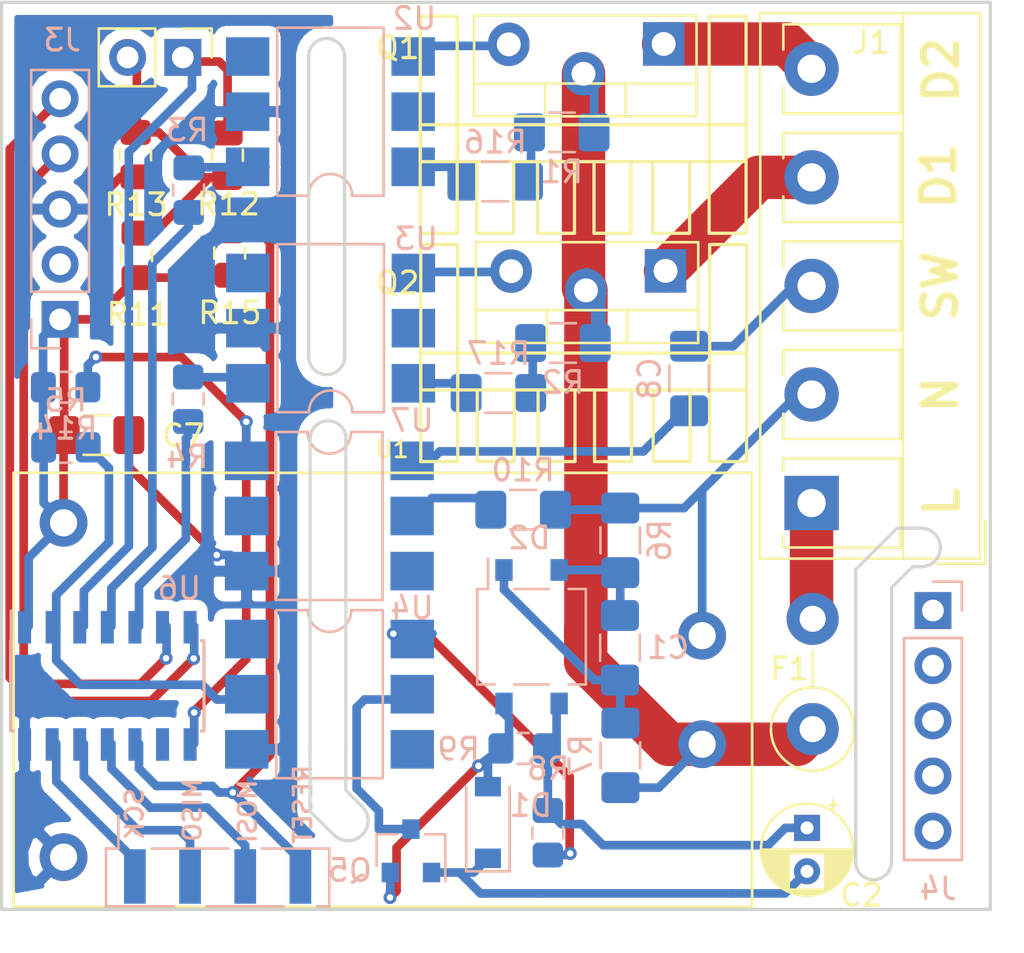
<source format=kicad_pcb>
(kicad_pcb (version 20171130) (host pcbnew 5.0.1)

  (general
    (thickness 1.6)
    (drawings 77)
    (tracks 254)
    (zones 0)
    (modules 40)
    (nets 38)
  )

  (page User 150.012 150.012)
  (title_block
    (title "RS485 Sensor Board")
    (date 2017-02-21)
    (rev V1.2)
    (company "Janco & Jacco")
  )

  (layers
    (0 F.Cu signal)
    (31 B.Cu signal)
    (32 B.Adhes user)
    (33 F.Adhes user)
    (34 B.Paste user)
    (35 F.Paste user)
    (36 B.SilkS user)
    (37 F.SilkS user)
    (38 B.Mask user)
    (39 F.Mask user)
    (40 Dwgs.User user hide)
    (41 Cmts.User user hide)
    (42 Eco1.User user hide)
    (43 Eco2.User user hide)
    (44 Edge.Cuts user)
    (45 Margin user hide)
    (46 B.CrtYd user)
    (47 F.CrtYd user)
    (48 B.Fab user hide)
    (49 F.Fab user hide)
  )

  (setup
    (last_trace_width 0.4)
    (user_trace_width 0.4)
    (user_trace_width 1)
    (user_trace_width 2)
    (trace_clearance 0.1)
    (zone_clearance 0.508)
    (zone_45_only yes)
    (trace_min 0.4)
    (segment_width 0.2)
    (edge_width 0.15)
    (via_size 0.6)
    (via_drill 0.3)
    (via_min_size 0.4)
    (via_min_drill 0.3)
    (uvia_size 0.3)
    (uvia_drill 0.1)
    (uvias_allowed no)
    (uvia_min_size 0.2)
    (uvia_min_drill 0.1)
    (pcb_text_width 0.3)
    (pcb_text_size 1.5 1.5)
    (mod_edge_width 0.15)
    (mod_text_size 1 1)
    (mod_text_width 0.15)
    (pad_size 2.51 1)
    (pad_drill 0)
    (pad_to_mask_clearance 0.2)
    (solder_mask_min_width 0.25)
    (aux_axis_origin 116.713 49.911)
    (grid_origin 54.483 49.6316)
    (visible_elements FFF9FF7F)
    (pcbplotparams
      (layerselection 0x3f0ff_80000001)
      (usegerberextensions false)
      (usegerberattributes false)
      (usegerberadvancedattributes false)
      (creategerberjobfile false)
      (excludeedgelayer true)
      (linewidth 0.100000)
      (plotframeref false)
      (viasonmask false)
      (mode 1)
      (useauxorigin false)
      (hpglpennumber 1)
      (hpglpenspeed 20)
      (hpglpendiameter 15.000000)
      (psnegative false)
      (psa4output false)
      (plotreference true)
      (plotvalue true)
      (plotinvisibletext false)
      (padsonsilk false)
      (subtractmaskfromsilk false)
      (outputformat 1)
      (mirror false)
      (drillshape 0)
      (scaleselection 1)
      (outputdirectory "outputv4/"))
  )

  (net 0 "")
  (net 1 GND)
  (net 2 "Net-(R1-Pad1)")
  (net 3 +3V3)
  (net 4 LINE)
  (net 5 NEUT)
  (net 6 "Net-(F1-Pad2)")
  (net 7 "Net-(Q1-Pad3)")
  (net 8 "Net-(Q2-Pad3)")
  (net 9 "Net-(R3-Pad2)")
  (net 10 "Net-(R4-Pad2)")
  (net 11 "Net-(C1-Pad1)")
  (net 12 "Net-(C1-Pad2)")
  (net 13 "Net-(C2-Pad1)")
  (net 14 "Net-(C2-Pad2)")
  (net 15 "Net-(D1-Pad2)")
  (net 16 "Net-(Q5-Pad3)")
  (net 17 "Net-(R8-Pad1)")
  (net 18 "Net-(R3-Pad1)")
  (net 19 "Net-(R4-Pad1)")
  (net 20 "Net-(R5-Pad2)")
  (net 21 "Net-(J2-Pad1)")
  (net 22 "Net-(J2-Pad2)")
  (net 23 "Net-(J3-Pad5)")
  (net 24 "Net-(J3-Pad4)")
  (net 25 "Net-(J5-Pad4)")
  (net 26 "Net-(J5-Pad3)")
  (net 27 "Net-(J5-Pad2)")
  (net 28 "Net-(J5-Pad1)")
  (net 29 "Net-(C8-Pad2)")
  (net 30 "Net-(R10-Pad2)")
  (net 31 "Net-(R14-Pad1)")
  (net 32 SW_1_LINE)
  (net 33 "Net-(J1-Pad5)")
  (net 34 "Net-(J1-Pad4)")
  (net 35 "Net-(R17-Pad1)")
  (net 36 "Net-(R16-Pad2)")
  (net 37 "Net-(R17-Pad2)")

  (net_class Default "Dit is de standaard class."
    (clearance 0.1)
    (trace_width 0.4)
    (via_dia 0.6)
    (via_drill 0.3)
    (uvia_dia 0.3)
    (uvia_drill 0.1)
    (diff_pair_gap 0.25)
    (diff_pair_width 0.4)
    (add_net "Net-(C1-Pad1)")
    (add_net "Net-(C1-Pad2)")
    (add_net "Net-(C2-Pad1)")
    (add_net "Net-(C2-Pad2)")
    (add_net "Net-(C8-Pad2)")
    (add_net "Net-(D1-Pad2)")
    (add_net "Net-(F1-Pad2)")
    (add_net "Net-(J1-Pad4)")
    (add_net "Net-(J1-Pad5)")
    (add_net "Net-(J2-Pad1)")
    (add_net "Net-(J2-Pad2)")
    (add_net "Net-(J3-Pad4)")
    (add_net "Net-(J3-Pad5)")
    (add_net "Net-(J5-Pad1)")
    (add_net "Net-(J5-Pad2)")
    (add_net "Net-(J5-Pad3)")
    (add_net "Net-(J5-Pad4)")
    (add_net "Net-(Q1-Pad3)")
    (add_net "Net-(Q2-Pad3)")
    (add_net "Net-(Q5-Pad3)")
    (add_net "Net-(R1-Pad1)")
    (add_net "Net-(R10-Pad2)")
    (add_net "Net-(R14-Pad1)")
    (add_net "Net-(R16-Pad2)")
    (add_net "Net-(R17-Pad1)")
    (add_net "Net-(R17-Pad2)")
    (add_net "Net-(R3-Pad1)")
    (add_net "Net-(R3-Pad2)")
    (add_net "Net-(R4-Pad1)")
    (add_net "Net-(R4-Pad2)")
    (add_net "Net-(R5-Pad2)")
    (add_net "Net-(R8-Pad1)")
    (add_net SW_1_LINE)
  )

  (net_class 230V ""
    (clearance 0.4)
    (trace_width 2)
    (via_dia 0.6)
    (via_drill 0.3)
    (uvia_dia 0.3)
    (uvia_drill 0.1)
    (diff_pair_gap 0.25)
    (diff_pair_width 2)
    (add_net LINE)
    (add_net NEUT)
  )

  (net_class 3.3V ""
    (clearance 0.2)
    (trace_width 0.4)
    (via_dia 0.6)
    (via_drill 0.3)
    (uvia_dia 0.3)
    (uvia_drill 0.1)
    (diff_pair_gap 0.25)
    (diff_pair_width 0.4)
    (add_net +3V3)
    (add_net GND)
  )

  (net_class csp ""
    (clearance 0.2)
    (trace_width 1)
    (via_dia 0.6)
    (via_drill 0.3)
    (uvia_dia 0.3)
    (uvia_drill 0.1)
    (diff_pair_gap 0.25)
    (diff_pair_width 1)
  )

  (module Connector_PinHeader_2.54mm:PinHeader_1x04_P2.54mm_Vertical_SMD_Pin1Left locked (layer B.Cu) (tedit 5C1E66EF) (tstamp 5C2A0DDB)
    (at 38.5699 67.9196 270)
    (descr "surface-mounted straight pin header, 1x04, 2.54mm pitch, single row, style 1 (pin 1 left)")
    (tags "Surface mounted pin header SMD 1x04 2.54mm single row style1 pin1 left")
    (path /5C1BB761)
    (attr smd)
    (fp_text reference J5 (at 0 6.14 270) (layer B.SilkS) hide
      (effects (font (size 1 1) (thickness 0.15)) (justify mirror))
    )
    (fp_text value "Programm header" (at 0 -6.14 270) (layer B.Fab)
      (effects (font (size 1 1) (thickness 0.15)) (justify mirror))
    )
    (fp_text user %R (at 0 0 180) (layer B.Fab)
      (effects (font (size 1 1) (thickness 0.15)) (justify mirror))
    )
    (fp_line (start 3.45 5.6) (end -3.45 5.6) (layer B.CrtYd) (width 0.05))
    (fp_line (start 3.45 -5.6) (end 3.45 5.6) (layer B.CrtYd) (width 0.05))
    (fp_line (start -3.45 -5.6) (end 3.45 -5.6) (layer B.CrtYd) (width 0.05))
    (fp_line (start -3.45 5.6) (end -3.45 -5.6) (layer B.CrtYd) (width 0.05))
    (fp_line (start -1.33 -2.03) (end -1.33 -5.14) (layer B.SilkS) (width 0.12))
    (fp_line (start -1.33 3.05) (end -1.33 -0.51) (layer B.SilkS) (width 0.12))
    (fp_line (start 1.33 0.51) (end 1.33 -3.05) (layer B.SilkS) (width 0.12))
    (fp_line (start 1.33 -4.57) (end 1.33 -5.14) (layer B.SilkS) (width 0.12))
    (fp_line (start -1.33 5.14) (end -1.33 4.57) (layer B.SilkS) (width 0.12))
    (fp_line (start -1.33 4.57) (end -2.85 4.57) (layer B.SilkS) (width 0.12))
    (fp_line (start 1.33 5.14) (end 1.33 2.03) (layer B.SilkS) (width 0.12))
    (fp_line (start -1.33 -5.14) (end 1.33 -5.14) (layer B.SilkS) (width 0.12))
    (fp_line (start -1.33 5.14) (end 1.33 5.14) (layer B.SilkS) (width 0.12))
    (fp_line (start 2.54 -4.13) (end 1.27 -4.13) (layer B.Fab) (width 0.1))
    (fp_line (start 2.54 -3.49) (end 2.54 -4.13) (layer B.Fab) (width 0.1))
    (fp_line (start 1.27 -3.49) (end 2.54 -3.49) (layer B.Fab) (width 0.1))
    (fp_line (start 2.54 0.95) (end 1.27 0.95) (layer B.Fab) (width 0.1))
    (fp_line (start 2.54 1.59) (end 2.54 0.95) (layer B.Fab) (width 0.1))
    (fp_line (start 1.27 1.59) (end 2.54 1.59) (layer B.Fab) (width 0.1))
    (fp_line (start -2.54 -1.59) (end -1.27 -1.59) (layer B.Fab) (width 0.1))
    (fp_line (start -2.54 -0.95) (end -2.54 -1.59) (layer B.Fab) (width 0.1))
    (fp_line (start -1.27 -0.95) (end -2.54 -0.95) (layer B.Fab) (width 0.1))
    (fp_line (start -2.54 3.49) (end -1.27 3.49) (layer B.Fab) (width 0.1))
    (fp_line (start -2.54 4.13) (end -2.54 3.49) (layer B.Fab) (width 0.1))
    (fp_line (start -1.27 4.13) (end -2.54 4.13) (layer B.Fab) (width 0.1))
    (fp_line (start 1.27 5.08) (end 1.27 -5.08) (layer B.Fab) (width 0.1))
    (fp_line (start -1.27 4.13) (end -0.32 5.08) (layer B.Fab) (width 0.1))
    (fp_line (start -1.27 -5.08) (end -1.27 4.13) (layer B.Fab) (width 0.1))
    (fp_line (start -0.32 5.08) (end 1.27 5.08) (layer B.Fab) (width 0.1))
    (fp_line (start 1.27 -5.08) (end -1.27 -5.08) (layer B.Fab) (width 0.1))
    (pad 4 smd rect (at -0.0436 -3.81 270) (size 2.51 1) (layers B.Cu B.Paste B.Mask)
      (net 25 "Net-(J5-Pad4)"))
    (pad 2 smd rect (at -0.0436 1.27 270) (size 2.51 1) (layers B.Cu B.Paste B.Mask)
      (net 27 "Net-(J5-Pad2)"))
    (pad 3 smd rect (at -0.0436 -1.27 270) (size 2.51 1) (layers B.Cu B.Paste B.Mask)
      (net 26 "Net-(J5-Pad3)"))
    (pad 1 smd rect (at -0.0436 3.81 270) (size 2.51 1) (layers B.Cu B.Paste B.Mask)
      (net 28 "Net-(J5-Pad1)"))
  )

  (module Capacitor_SMD:C_1206_3216Metric_Pad1.42x1.75mm_HandSolder (layer B.Cu) (tedit 5B301BBE) (tstamp 5C1FF71B)
    (at 60.27674 44.93768 270)
    (descr "Capacitor SMD 1206 (3216 Metric), square (rectangular) end terminal, IPC_7351 nominal with elongated pad for handsoldering. (Body size source: http://www.tortai-tech.com/upload/download/2011102023233369053.pdf), generated with kicad-footprint-generator")
    (tags "capacitor handsolder")
    (path /5C2061AB)
    (attr smd)
    (fp_text reference C8 (at 0 1.82 270) (layer B.SilkS)
      (effects (font (size 1 1) (thickness 0.15)) (justify mirror))
    )
    (fp_text value 100nF (at 0 -1.82 270) (layer B.Fab)
      (effects (font (size 1 1) (thickness 0.15)) (justify mirror))
    )
    (fp_text user %R (at 0 0 270) (layer B.Fab)
      (effects (font (size 0.8 0.8) (thickness 0.12)) (justify mirror))
    )
    (fp_line (start 2.45 -1.12) (end -2.45 -1.12) (layer B.CrtYd) (width 0.05))
    (fp_line (start 2.45 1.12) (end 2.45 -1.12) (layer B.CrtYd) (width 0.05))
    (fp_line (start -2.45 1.12) (end 2.45 1.12) (layer B.CrtYd) (width 0.05))
    (fp_line (start -2.45 -1.12) (end -2.45 1.12) (layer B.CrtYd) (width 0.05))
    (fp_line (start -0.602064 -0.91) (end 0.602064 -0.91) (layer B.SilkS) (width 0.12))
    (fp_line (start -0.602064 0.91) (end 0.602064 0.91) (layer B.SilkS) (width 0.12))
    (fp_line (start 1.6 -0.8) (end -1.6 -0.8) (layer B.Fab) (width 0.1))
    (fp_line (start 1.6 0.8) (end 1.6 -0.8) (layer B.Fab) (width 0.1))
    (fp_line (start -1.6 0.8) (end 1.6 0.8) (layer B.Fab) (width 0.1))
    (fp_line (start -1.6 -0.8) (end -1.6 0.8) (layer B.Fab) (width 0.1))
    (pad 2 smd roundrect (at 1.4875 0 270) (size 1.425 1.75) (layers B.Cu B.Paste B.Mask) (roundrect_rratio 0.175439)
      (net 29 "Net-(C8-Pad2)"))
    (pad 1 smd roundrect (at -1.4875 0 270) (size 1.425 1.75) (layers B.Cu B.Paste B.Mask) (roundrect_rratio 0.175439)
      (net 32 SW_1_LINE))
    (model ${KISYS3DMOD}/Capacitor_SMD.3dshapes/C_1206_3216Metric.wrl
      (at (xyz 0 0 0))
      (scale (xyz 1 1 1))
      (rotate (xyz 0 0 0))
    )
  )

  (module Resistor_SMD:R_1206_3216Metric_Pad1.42x1.75mm_HandSolder (layer B.Cu) (tedit 5C28FAFF) (tstamp 5C29BB56)
    (at 51.49596 45.6057 180)
    (descr "Resistor SMD 1206 (3216 Metric), square (rectangular) end terminal, IPC_7351 nominal with elongated pad for handsoldering. (Body size source: http://www.tortai-tech.com/upload/download/2011102023233369053.pdf), generated with kicad-footprint-generator")
    (tags "resistor handsolder")
    (path /5C2A28B1)
    (attr smd)
    (fp_text reference R17 (at 0 1.82 180) (layer B.SilkS)
      (effects (font (size 1 1) (thickness 0.15)) (justify mirror))
    )
    (fp_text value 360 (at 0 -1.82 180) (layer B.Fab)
      (effects (font (size 1 1) (thickness 0.15)) (justify mirror))
    )
    (fp_line (start -1.6 -0.8) (end -1.6 0.8) (layer B.Fab) (width 0.1))
    (fp_line (start -1.6 0.8) (end 1.6 0.8) (layer B.Fab) (width 0.1))
    (fp_line (start 1.6 0.8) (end 1.6 -0.8) (layer B.Fab) (width 0.1))
    (fp_line (start 1.6 -0.8) (end -1.6 -0.8) (layer B.Fab) (width 0.1))
    (fp_line (start -0.602064 0.91) (end 0.602064 0.91) (layer B.SilkS) (width 0.12))
    (fp_line (start -0.602064 -0.91) (end 0.602064 -0.91) (layer B.SilkS) (width 0.12))
    (fp_line (start -2.45 -1.12) (end -2.45 1.12) (layer B.CrtYd) (width 0.05))
    (fp_line (start -2.45 1.12) (end 2.45 1.12) (layer B.CrtYd) (width 0.05))
    (fp_line (start 2.45 1.12) (end 2.45 -1.12) (layer B.CrtYd) (width 0.05))
    (fp_line (start 2.45 -1.12) (end -2.45 -1.12) (layer B.CrtYd) (width 0.05))
    (fp_text user %R (at 0 0 180) (layer B.Fab)
      (effects (font (size 0.8 0.8) (thickness 0.12)) (justify mirror))
    )
    (pad 1 smd roundrect (at -1.4875 0 180) (size 1.425 1.75) (layers B.Cu B.Paste B.Mask) (roundrect_rratio 0.175439)
      (net 35 "Net-(R17-Pad1)"))
    (pad 2 smd roundrect (at 1.4875 0 180) (size 1.425 1.75) (layers B.Cu B.Paste B.Mask) (roundrect_rratio 0.175439)
      (net 37 "Net-(R17-Pad2)"))
    (model ${KISYS3DMOD}/Resistor_SMD.3dshapes/R_1206_3216Metric.wrl
      (at (xyz 0 0 0))
      (scale (xyz 1 1 1))
      (rotate (xyz 0 0 0))
    )
  )

  (module Resistor_SMD:R_1206_3216Metric_Pad1.42x1.75mm_HandSolder (layer B.Cu) (tedit 5B301BBD) (tstamp 5C0C3243)
    (at 54.46776 43.30192)
    (descr "Resistor SMD 1206 (3216 Metric), square (rectangular) end terminal, IPC_7351 nominal with elongated pad for handsoldering. (Body size source: http://www.tortai-tech.com/upload/download/2011102023233369053.pdf), generated with kicad-footprint-generator")
    (tags "resistor handsolder")
    (path /5BFAF2A6)
    (attr smd)
    (fp_text reference R2 (at 0 1.82) (layer B.SilkS)
      (effects (font (size 1 1) (thickness 0.15)) (justify mirror))
    )
    (fp_text value 360 (at 0 -1.82) (layer B.Fab)
      (effects (font (size 1 1) (thickness 0.15)) (justify mirror))
    )
    (fp_text user %R (at 0 0) (layer B.Fab)
      (effects (font (size 0.8 0.8) (thickness 0.12)) (justify mirror))
    )
    (fp_line (start 2.45 -1.12) (end -2.45 -1.12) (layer B.CrtYd) (width 0.05))
    (fp_line (start 2.45 1.12) (end 2.45 -1.12) (layer B.CrtYd) (width 0.05))
    (fp_line (start -2.45 1.12) (end 2.45 1.12) (layer B.CrtYd) (width 0.05))
    (fp_line (start -2.45 -1.12) (end -2.45 1.12) (layer B.CrtYd) (width 0.05))
    (fp_line (start -0.602064 -0.91) (end 0.602064 -0.91) (layer B.SilkS) (width 0.12))
    (fp_line (start -0.602064 0.91) (end 0.602064 0.91) (layer B.SilkS) (width 0.12))
    (fp_line (start 1.6 -0.8) (end -1.6 -0.8) (layer B.Fab) (width 0.1))
    (fp_line (start 1.6 0.8) (end 1.6 -0.8) (layer B.Fab) (width 0.1))
    (fp_line (start -1.6 0.8) (end 1.6 0.8) (layer B.Fab) (width 0.1))
    (fp_line (start -1.6 -0.8) (end -1.6 0.8) (layer B.Fab) (width 0.1))
    (pad 2 smd roundrect (at 1.4875 0) (size 1.425 1.75) (layers B.Cu B.Paste B.Mask) (roundrect_rratio 0.175439)
      (net 4 LINE))
    (pad 1 smd roundrect (at -1.4875 0) (size 1.425 1.75) (layers B.Cu B.Paste B.Mask) (roundrect_rratio 0.175439)
      (net 35 "Net-(R17-Pad1)"))
    (model ${KISYS3DMOD}/Resistor_SMD.3dshapes/R_1206_3216Metric.wrl
      (at (xyz 0 0 0))
      (scale (xyz 1 1 1))
      (rotate (xyz 0 0 0))
    )
  )

  (module Resistor_SMD:R_1206_3216Metric_Pad1.42x1.75mm_HandSolder (layer B.Cu) (tedit 5C28FAF8) (tstamp 5C29AEED)
    (at 51.34864 35.86734 180)
    (descr "Resistor SMD 1206 (3216 Metric), square (rectangular) end terminal, IPC_7351 nominal with elongated pad for handsoldering. (Body size source: http://www.tortai-tech.com/upload/download/2011102023233369053.pdf), generated with kicad-footprint-generator")
    (tags "resistor handsolder")
    (path /5C29A664)
    (attr smd)
    (fp_text reference R16 (at 0 1.82 180) (layer B.SilkS)
      (effects (font (size 1 1) (thickness 0.15)) (justify mirror))
    )
    (fp_text value 180 (at 0 -1.82 180) (layer B.Fab)
      (effects (font (size 1 1) (thickness 0.15)) (justify mirror))
    )
    (fp_text user %R (at 0 0 180) (layer B.Fab)
      (effects (font (size 0.8 0.8) (thickness 0.12)) (justify mirror))
    )
    (fp_line (start 2.45 -1.12) (end -2.45 -1.12) (layer B.CrtYd) (width 0.05))
    (fp_line (start 2.45 1.12) (end 2.45 -1.12) (layer B.CrtYd) (width 0.05))
    (fp_line (start -2.45 1.12) (end 2.45 1.12) (layer B.CrtYd) (width 0.05))
    (fp_line (start -2.45 -1.12) (end -2.45 1.12) (layer B.CrtYd) (width 0.05))
    (fp_line (start -0.602064 -0.91) (end 0.602064 -0.91) (layer B.SilkS) (width 0.12))
    (fp_line (start -0.602064 0.91) (end 0.602064 0.91) (layer B.SilkS) (width 0.12))
    (fp_line (start 1.6 -0.8) (end -1.6 -0.8) (layer B.Fab) (width 0.1))
    (fp_line (start 1.6 0.8) (end 1.6 -0.8) (layer B.Fab) (width 0.1))
    (fp_line (start -1.6 0.8) (end 1.6 0.8) (layer B.Fab) (width 0.1))
    (fp_line (start -1.6 -0.8) (end -1.6 0.8) (layer B.Fab) (width 0.1))
    (pad 2 smd roundrect (at 1.4875 0 180) (size 1.425 1.75) (layers B.Cu B.Paste B.Mask) (roundrect_rratio 0.175439)
      (net 36 "Net-(R16-Pad2)"))
    (pad 1 smd roundrect (at -1.4875 0 180) (size 1.425 1.75) (layers B.Cu B.Paste B.Mask) (roundrect_rratio 0.175439)
      (net 2 "Net-(R1-Pad1)"))
    (model ${KISYS3DMOD}/Resistor_SMD.3dshapes/R_1206_3216Metric.wrl
      (at (xyz 0 0 0))
      (scale (xyz 1 1 1))
      (rotate (xyz 0 0 0))
    )
  )

  (module Resistor_SMD:R_1206_3216Metric_Pad1.42x1.75mm_HandSolder (layer B.Cu) (tedit 5B301BBD) (tstamp 5C29815D)
    (at 54.41442 33.59912)
    (descr "Resistor SMD 1206 (3216 Metric), square (rectangular) end terminal, IPC_7351 nominal with elongated pad for handsoldering. (Body size source: http://www.tortai-tech.com/upload/download/2011102023233369053.pdf), generated with kicad-footprint-generator")
    (tags "resistor handsolder")
    (path /5BFAE8F2)
    (attr smd)
    (fp_text reference R1 (at 0 1.82) (layer B.SilkS)
      (effects (font (size 1 1) (thickness 0.15)) (justify mirror))
    )
    (fp_text value 180 (at 0 -1.82) (layer B.Fab)
      (effects (font (size 1 1) (thickness 0.15)) (justify mirror))
    )
    (fp_text user %R (at 0 0) (layer B.Fab)
      (effects (font (size 0.8 0.8) (thickness 0.12)) (justify mirror))
    )
    (fp_line (start 2.45 -1.12) (end -2.45 -1.12) (layer B.CrtYd) (width 0.05))
    (fp_line (start 2.45 1.12) (end 2.45 -1.12) (layer B.CrtYd) (width 0.05))
    (fp_line (start -2.45 1.12) (end 2.45 1.12) (layer B.CrtYd) (width 0.05))
    (fp_line (start -2.45 -1.12) (end -2.45 1.12) (layer B.CrtYd) (width 0.05))
    (fp_line (start -0.602064 -0.91) (end 0.602064 -0.91) (layer B.SilkS) (width 0.12))
    (fp_line (start -0.602064 0.91) (end 0.602064 0.91) (layer B.SilkS) (width 0.12))
    (fp_line (start 1.6 -0.8) (end -1.6 -0.8) (layer B.Fab) (width 0.1))
    (fp_line (start 1.6 0.8) (end 1.6 -0.8) (layer B.Fab) (width 0.1))
    (fp_line (start -1.6 0.8) (end 1.6 0.8) (layer B.Fab) (width 0.1))
    (fp_line (start -1.6 -0.8) (end -1.6 0.8) (layer B.Fab) (width 0.1))
    (pad 2 smd roundrect (at 1.4875 0) (size 1.425 1.75) (layers B.Cu B.Paste B.Mask) (roundrect_rratio 0.175439)
      (net 4 LINE))
    (pad 1 smd roundrect (at -1.4875 0) (size 1.425 1.75) (layers B.Cu B.Paste B.Mask) (roundrect_rratio 0.175439)
      (net 2 "Net-(R1-Pad1)"))
    (model ${KISYS3DMOD}/Resistor_SMD.3dshapes/R_1206_3216Metric.wrl
      (at (xyz 0 0 0))
      (scale (xyz 1 1 1))
      (rotate (xyz 0 0 0))
    )
  )

  (module Resistor_SMD:R_1206_3216Metric_Pad1.42x1.75mm_HandSolder (layer B.Cu) (tedit 5B301BBD) (tstamp 5C27445D)
    (at 57.10428 52.39258 90)
    (descr "Resistor SMD 1206 (3216 Metric), square (rectangular) end terminal, IPC_7351 nominal with elongated pad for handsoldering. (Body size source: http://www.tortai-tech.com/upload/download/2011102023233369053.pdf), generated with kicad-footprint-generator")
    (tags "resistor handsolder")
    (path /5BFB25DA)
    (attr smd)
    (fp_text reference R6 (at 0 1.82 90) (layer B.SilkS)
      (effects (font (size 1 1) (thickness 0.15)) (justify mirror))
    )
    (fp_text value 220K (at 0 -1.82 90) (layer B.Fab)
      (effects (font (size 1 1) (thickness 0.15)) (justify mirror))
    )
    (fp_text user %R (at 0 0 90) (layer B.Fab)
      (effects (font (size 0.8 0.8) (thickness 0.12)) (justify mirror))
    )
    (fp_line (start 2.45 -1.12) (end -2.45 -1.12) (layer B.CrtYd) (width 0.05))
    (fp_line (start 2.45 1.12) (end 2.45 -1.12) (layer B.CrtYd) (width 0.05))
    (fp_line (start -2.45 1.12) (end 2.45 1.12) (layer B.CrtYd) (width 0.05))
    (fp_line (start -2.45 -1.12) (end -2.45 1.12) (layer B.CrtYd) (width 0.05))
    (fp_line (start -0.602064 -0.91) (end 0.602064 -0.91) (layer B.SilkS) (width 0.12))
    (fp_line (start -0.602064 0.91) (end 0.602064 0.91) (layer B.SilkS) (width 0.12))
    (fp_line (start 1.6 -0.8) (end -1.6 -0.8) (layer B.Fab) (width 0.1))
    (fp_line (start 1.6 0.8) (end 1.6 -0.8) (layer B.Fab) (width 0.1))
    (fp_line (start -1.6 0.8) (end 1.6 0.8) (layer B.Fab) (width 0.1))
    (fp_line (start -1.6 -0.8) (end -1.6 0.8) (layer B.Fab) (width 0.1))
    (pad 2 smd roundrect (at 1.4875 0 90) (size 1.425 1.75) (layers B.Cu B.Paste B.Mask) (roundrect_rratio 0.175439)
      (net 5 NEUT))
    (pad 1 smd roundrect (at -1.4875 0 90) (size 1.425 1.75) (layers B.Cu B.Paste B.Mask) (roundrect_rratio 0.175439)
      (net 11 "Net-(C1-Pad1)"))
    (model ${KISYS3DMOD}/Resistor_SMD.3dshapes/R_1206_3216Metric.wrl
      (at (xyz 0 0 0))
      (scale (xyz 1 1 1))
      (rotate (xyz 0 0 0))
    )
  )

  (module Resistor_SMD:R_1206_3216Metric_Pad1.42x1.75mm_HandSolder (layer B.Cu) (tedit 5B301BBD) (tstamp 5C1FF72C)
    (at 52.63388 50.98034 180)
    (descr "Resistor SMD 1206 (3216 Metric), square (rectangular) end terminal, IPC_7351 nominal with elongated pad for handsoldering. (Body size source: http://www.tortai-tech.com/upload/download/2011102023233369053.pdf), generated with kicad-footprint-generator")
    (tags "resistor handsolder")
    (path /5C210EBE)
    (attr smd)
    (fp_text reference R10 (at 0 1.82 180) (layer B.SilkS)
      (effects (font (size 1 1) (thickness 0.15)) (justify mirror))
    )
    (fp_text value 1K (at 0 -1.82 180) (layer B.Fab)
      (effects (font (size 1 1) (thickness 0.15)) (justify mirror))
    )
    (fp_text user %R (at 0 0 180) (layer B.Fab)
      (effects (font (size 0.8 0.8) (thickness 0.12)) (justify mirror))
    )
    (fp_line (start 2.45 -1.12) (end -2.45 -1.12) (layer B.CrtYd) (width 0.05))
    (fp_line (start 2.45 1.12) (end 2.45 -1.12) (layer B.CrtYd) (width 0.05))
    (fp_line (start -2.45 1.12) (end 2.45 1.12) (layer B.CrtYd) (width 0.05))
    (fp_line (start -2.45 -1.12) (end -2.45 1.12) (layer B.CrtYd) (width 0.05))
    (fp_line (start -0.602064 -0.91) (end 0.602064 -0.91) (layer B.SilkS) (width 0.12))
    (fp_line (start -0.602064 0.91) (end 0.602064 0.91) (layer B.SilkS) (width 0.12))
    (fp_line (start 1.6 -0.8) (end -1.6 -0.8) (layer B.Fab) (width 0.1))
    (fp_line (start 1.6 0.8) (end 1.6 -0.8) (layer B.Fab) (width 0.1))
    (fp_line (start -1.6 0.8) (end 1.6 0.8) (layer B.Fab) (width 0.1))
    (fp_line (start -1.6 -0.8) (end -1.6 0.8) (layer B.Fab) (width 0.1))
    (pad 2 smd roundrect (at 1.4875 0 180) (size 1.425 1.75) (layers B.Cu B.Paste B.Mask) (roundrect_rratio 0.175439)
      (net 30 "Net-(R10-Pad2)"))
    (pad 1 smd roundrect (at -1.4875 0 180) (size 1.425 1.75) (layers B.Cu B.Paste B.Mask) (roundrect_rratio 0.175439)
      (net 5 NEUT))
    (model ${KISYS3DMOD}/Resistor_SMD.3dshapes/R_1206_3216Metric.wrl
      (at (xyz 0 0 0))
      (scale (xyz 1 1 1))
      (rotate (xyz 0 0 0))
    )
  )

  (module Resistor_SMD:R_1206_3216Metric_Pad1.42x1.75mm_HandSolder (layer B.Cu) (tedit 5B301BBD) (tstamp 5C27D3BD)
    (at 57.1119 62.29604 270)
    (descr "Resistor SMD 1206 (3216 Metric), square (rectangular) end terminal, IPC_7351 nominal with elongated pad for handsoldering. (Body size source: http://www.tortai-tech.com/upload/download/2011102023233369053.pdf), generated with kicad-footprint-generator")
    (tags "resistor handsolder")
    (path /5C0267BE)
    (attr smd)
    (fp_text reference R7 (at 0 1.82 270) (layer B.SilkS)
      (effects (font (size 1 1) (thickness 0.15)) (justify mirror))
    )
    (fp_text value 220K (at 0 -1.82 270) (layer B.Fab)
      (effects (font (size 1 1) (thickness 0.15)) (justify mirror))
    )
    (fp_text user %R (at 0 0 270) (layer B.Fab)
      (effects (font (size 0.8 0.8) (thickness 0.12)) (justify mirror))
    )
    (fp_line (start 2.45 -1.12) (end -2.45 -1.12) (layer B.CrtYd) (width 0.05))
    (fp_line (start 2.45 1.12) (end 2.45 -1.12) (layer B.CrtYd) (width 0.05))
    (fp_line (start -2.45 1.12) (end 2.45 1.12) (layer B.CrtYd) (width 0.05))
    (fp_line (start -2.45 -1.12) (end -2.45 1.12) (layer B.CrtYd) (width 0.05))
    (fp_line (start -0.602064 -0.91) (end 0.602064 -0.91) (layer B.SilkS) (width 0.12))
    (fp_line (start -0.602064 0.91) (end 0.602064 0.91) (layer B.SilkS) (width 0.12))
    (fp_line (start 1.6 -0.8) (end -1.6 -0.8) (layer B.Fab) (width 0.1))
    (fp_line (start 1.6 0.8) (end 1.6 -0.8) (layer B.Fab) (width 0.1))
    (fp_line (start -1.6 0.8) (end 1.6 0.8) (layer B.Fab) (width 0.1))
    (fp_line (start -1.6 -0.8) (end -1.6 0.8) (layer B.Fab) (width 0.1))
    (pad 2 smd roundrect (at 1.4875 0 270) (size 1.425 1.75) (layers B.Cu B.Paste B.Mask) (roundrect_rratio 0.175439)
      (net 4 LINE))
    (pad 1 smd roundrect (at -1.4875 0 270) (size 1.425 1.75) (layers B.Cu B.Paste B.Mask) (roundrect_rratio 0.175439)
      (net 12 "Net-(C1-Pad2)"))
    (model ${KISYS3DMOD}/Resistor_SMD.3dshapes/R_1206_3216Metric.wrl
      (at (xyz 0 0 0))
      (scale (xyz 1 1 1))
      (rotate (xyz 0 0 0))
    )
  )

  (module Resistor_SMD:R_0805_2012Metric_Pad1.15x1.40mm_HandSolder (layer B.Cu) (tedit 5B36C52B) (tstamp 5C29178B)
    (at 37.2364 36.26358 90)
    (descr "Resistor SMD 0805 (2012 Metric), square (rectangular) end terminal, IPC_7351 nominal with elongated pad for handsoldering. (Body size source: https://docs.google.com/spreadsheets/d/1BsfQQcO9C6DZCsRaXUlFlo91Tg2WpOkGARC1WS5S8t0/edit?usp=sharing), generated with kicad-footprint-generator")
    (tags "resistor handsolder")
    (path /5BFAEEBD)
    (attr smd)
    (fp_text reference R3 (at 2.7686 -0.0635 180) (layer B.SilkS)
      (effects (font (size 1 1) (thickness 0.15)) (justify mirror))
    )
    (fp_text value 100 (at 0 -1.65 90) (layer B.Fab)
      (effects (font (size 1 1) (thickness 0.15)) (justify mirror))
    )
    (fp_text user %R (at 0 0 90) (layer B.Fab)
      (effects (font (size 0.5 0.5) (thickness 0.08)) (justify mirror))
    )
    (fp_line (start 1.85 -0.95) (end -1.85 -0.95) (layer B.CrtYd) (width 0.05))
    (fp_line (start 1.85 0.95) (end 1.85 -0.95) (layer B.CrtYd) (width 0.05))
    (fp_line (start -1.85 0.95) (end 1.85 0.95) (layer B.CrtYd) (width 0.05))
    (fp_line (start -1.85 -0.95) (end -1.85 0.95) (layer B.CrtYd) (width 0.05))
    (fp_line (start -0.261252 -0.71) (end 0.261252 -0.71) (layer B.SilkS) (width 0.12))
    (fp_line (start -0.261252 0.71) (end 0.261252 0.71) (layer B.SilkS) (width 0.12))
    (fp_line (start 1 -0.6) (end -1 -0.6) (layer B.Fab) (width 0.1))
    (fp_line (start 1 0.6) (end 1 -0.6) (layer B.Fab) (width 0.1))
    (fp_line (start -1 0.6) (end 1 0.6) (layer B.Fab) (width 0.1))
    (fp_line (start -1 -0.6) (end -1 0.6) (layer B.Fab) (width 0.1))
    (pad 2 smd roundrect (at 1.025 0 90) (size 1.15 1.4) (layers B.Cu B.Paste B.Mask) (roundrect_rratio 0.217391)
      (net 9 "Net-(R3-Pad2)"))
    (pad 1 smd roundrect (at -1.025 0 90) (size 1.15 1.4) (layers B.Cu B.Paste B.Mask) (roundrect_rratio 0.217391)
      (net 18 "Net-(R3-Pad1)"))
    (model ${KISYS3DMOD}/Resistor_SMD.3dshapes/R_0805_2012Metric.wrl
      (at (xyz 0 0 0))
      (scale (xyz 1 1 1))
      (rotate (xyz 0 0 0))
    )
  )

  (module Resistor_SMD:R_0805_2012Metric_Pad1.15x1.40mm_HandSolder (layer B.Cu) (tedit 5B36C52B) (tstamp 5C27D0A4)
    (at 31.5722 45.339 180)
    (descr "Resistor SMD 0805 (2012 Metric), square (rectangular) end terminal, IPC_7351 nominal with elongated pad for handsoldering. (Body size source: https://docs.google.com/spreadsheets/d/1BsfQQcO9C6DZCsRaXUlFlo91Tg2WpOkGARC1WS5S8t0/edit?usp=sharing), generated with kicad-footprint-generator")
    (tags "resistor handsolder")
    (path /5C217343)
    (attr smd)
    (fp_text reference R14 (at -0.0127 -1.8923 180) (layer B.SilkS)
      (effects (font (size 1 1) (thickness 0.15)) (justify mirror))
    )
    (fp_text value 10K (at 0 -1.65 180) (layer B.Fab)
      (effects (font (size 1 1) (thickness 0.15)) (justify mirror))
    )
    (fp_line (start -1 -0.6) (end -1 0.6) (layer B.Fab) (width 0.1))
    (fp_line (start -1 0.6) (end 1 0.6) (layer B.Fab) (width 0.1))
    (fp_line (start 1 0.6) (end 1 -0.6) (layer B.Fab) (width 0.1))
    (fp_line (start 1 -0.6) (end -1 -0.6) (layer B.Fab) (width 0.1))
    (fp_line (start -0.261252 0.71) (end 0.261252 0.71) (layer B.SilkS) (width 0.12))
    (fp_line (start -0.261252 -0.71) (end 0.261252 -0.71) (layer B.SilkS) (width 0.12))
    (fp_line (start -1.85 -0.95) (end -1.85 0.95) (layer B.CrtYd) (width 0.05))
    (fp_line (start -1.85 0.95) (end 1.85 0.95) (layer B.CrtYd) (width 0.05))
    (fp_line (start 1.85 0.95) (end 1.85 -0.95) (layer B.CrtYd) (width 0.05))
    (fp_line (start 1.85 -0.95) (end -1.85 -0.95) (layer B.CrtYd) (width 0.05))
    (fp_text user %R (at 0 0 180) (layer B.Fab)
      (effects (font (size 0.5 0.5) (thickness 0.08)) (justify mirror))
    )
    (pad 1 smd roundrect (at -1.025 0 180) (size 1.15 1.4) (layers B.Cu B.Paste B.Mask) (roundrect_rratio 0.217391)
      (net 31 "Net-(R14-Pad1)"))
    (pad 2 smd roundrect (at 1.025 0 180) (size 1.15 1.4) (layers B.Cu B.Paste B.Mask) (roundrect_rratio 0.217391)
      (net 3 +3V3))
    (model ${KISYS3DMOD}/Resistor_SMD.3dshapes/R_0805_2012Metric.wrl
      (at (xyz 0 0 0))
      (scale (xyz 1 1 1))
      (rotate (xyz 0 0 0))
    )
  )

  (module Resistor_SMD:R_0805_2012Metric_Pad1.15x1.40mm_HandSolder (layer B.Cu) (tedit 5B36C52B) (tstamp 5C27448D)
    (at 53.7718 65.8622 90)
    (descr "Resistor SMD 0805 (2012 Metric), square (rectangular) end terminal, IPC_7351 nominal with elongated pad for handsoldering. (Body size source: https://docs.google.com/spreadsheets/d/1BsfQQcO9C6DZCsRaXUlFlo91Tg2WpOkGARC1WS5S8t0/edit?usp=sharing), generated with kicad-footprint-generator")
    (tags "resistor handsolder")
    (path /5C0327C4)
    (attr smd)
    (fp_text reference R8 (at 2.94894 0.0127) (layer B.SilkS)
      (effects (font (size 1 1) (thickness 0.15)) (justify mirror))
    )
    (fp_text value 1K (at 0 -1.65 90) (layer B.Fab)
      (effects (font (size 1 1) (thickness 0.15)) (justify mirror))
    )
    (fp_line (start -1 -0.6) (end -1 0.6) (layer B.Fab) (width 0.1))
    (fp_line (start -1 0.6) (end 1 0.6) (layer B.Fab) (width 0.1))
    (fp_line (start 1 0.6) (end 1 -0.6) (layer B.Fab) (width 0.1))
    (fp_line (start 1 -0.6) (end -1 -0.6) (layer B.Fab) (width 0.1))
    (fp_line (start -0.261252 0.71) (end 0.261252 0.71) (layer B.SilkS) (width 0.12))
    (fp_line (start -0.261252 -0.71) (end 0.261252 -0.71) (layer B.SilkS) (width 0.12))
    (fp_line (start -1.85 -0.95) (end -1.85 0.95) (layer B.CrtYd) (width 0.05))
    (fp_line (start -1.85 0.95) (end 1.85 0.95) (layer B.CrtYd) (width 0.05))
    (fp_line (start 1.85 0.95) (end 1.85 -0.95) (layer B.CrtYd) (width 0.05))
    (fp_line (start 1.85 -0.95) (end -1.85 -0.95) (layer B.CrtYd) (width 0.05))
    (fp_text user %R (at 0 0 90) (layer B.Fab)
      (effects (font (size 0.5 0.5) (thickness 0.08)) (justify mirror))
    )
    (pad 1 smd roundrect (at -1.025 0 90) (size 1.15 1.4) (layers B.Cu B.Paste B.Mask) (roundrect_rratio 0.217391)
      (net 17 "Net-(R8-Pad1)"))
    (pad 2 smd roundrect (at 1.025 0 90) (size 1.15 1.4) (layers B.Cu B.Paste B.Mask) (roundrect_rratio 0.217391)
      (net 13 "Net-(C2-Pad1)"))
    (model ${KISYS3DMOD}/Resistor_SMD.3dshapes/R_0805_2012Metric.wrl
      (at (xyz 0 0 0))
      (scale (xyz 1 1 1))
      (rotate (xyz 0 0 0))
    )
  )

  (module Package_DIP:SMDIP-6_W7.62mm (layer B.Cu) (tedit 5A02E8C5) (tstamp 5C27C0BE)
    (at 43.77182 42.61866)
    (descr "6-lead surface-mounted (SMD) DIP package, row spacing 7.62 mm (300 mils)")
    (tags "SMD DIP DIL PDIP SMDIP 2.54mm 7.62mm 300mil")
    (path /5BFAF2AD)
    (attr smd)
    (fp_text reference U3 (at 3.93954 -4.11734) (layer B.SilkS)
      (effects (font (size 1 1) (thickness 0.15)) (justify mirror))
    )
    (fp_text value MOC3052 (at 0 -4.87) (layer B.Fab)
      (effects (font (size 1 1) (thickness 0.15)) (justify mirror))
    )
    (fp_text user %R (at 0 0) (layer B.Fab)
      (effects (font (size 1 1) (thickness 0.15)) (justify mirror))
    )
    (fp_line (start 5.1 4.1) (end -5.1 4.1) (layer B.CrtYd) (width 0.05))
    (fp_line (start 5.1 -4.1) (end 5.1 4.1) (layer B.CrtYd) (width 0.05))
    (fp_line (start -5.1 -4.1) (end 5.1 -4.1) (layer B.CrtYd) (width 0.05))
    (fp_line (start -5.1 4.1) (end -5.1 -4.1) (layer B.CrtYd) (width 0.05))
    (fp_line (start 2.45 3.87) (end 1 3.87) (layer B.SilkS) (width 0.12))
    (fp_line (start 2.45 -3.87) (end 2.45 3.87) (layer B.SilkS) (width 0.12))
    (fp_line (start -2.45 -3.87) (end 2.45 -3.87) (layer B.SilkS) (width 0.12))
    (fp_line (start -2.45 3.87) (end -2.45 -3.87) (layer B.SilkS) (width 0.12))
    (fp_line (start -1 3.87) (end -2.45 3.87) (layer B.SilkS) (width 0.12))
    (fp_line (start -3.175 2.81) (end -2.175 3.81) (layer B.Fab) (width 0.1))
    (fp_line (start -3.175 -3.81) (end -3.175 2.81) (layer B.Fab) (width 0.1))
    (fp_line (start 3.175 -3.81) (end -3.175 -3.81) (layer B.Fab) (width 0.1))
    (fp_line (start 3.175 3.81) (end 3.175 -3.81) (layer B.Fab) (width 0.1))
    (fp_line (start -2.175 3.81) (end 3.175 3.81) (layer B.Fab) (width 0.1))
    (fp_arc (start 0 3.87) (end -1 3.87) (angle 180) (layer B.SilkS) (width 0.12))
    (pad 6 smd rect (at 3.81 2.54) (size 2 1.78) (layers B.Cu B.Paste B.Mask)
      (net 37 "Net-(R17-Pad2)"))
    (pad 3 smd rect (at -3.81 -2.54) (size 2 1.78) (layers B.Cu B.Paste B.Mask))
    (pad 5 smd rect (at 3.81 0) (size 2 1.78) (layers B.Cu B.Paste B.Mask))
    (pad 2 smd rect (at -3.81 0) (size 2 1.78) (layers B.Cu B.Paste B.Mask)
      (net 1 GND))
    (pad 4 smd rect (at 3.81 -2.54) (size 2 1.78) (layers B.Cu B.Paste B.Mask)
      (net 8 "Net-(Q2-Pad3)"))
    (pad 1 smd rect (at -3.81 2.54) (size 2 1.78) (layers B.Cu B.Paste B.Mask)
      (net 10 "Net-(R4-Pad2)"))
    (model ${KISYS3DMOD}/Package_DIP.3dshapes/SMDIP-6_W7.62mm.wrl
      (at (xyz 0 0 0))
      (scale (xyz 1 1 1))
      (rotate (xyz 0 0 0))
    )
  )

  (module Resistor_THT:R_Axial_DIN0411_L9.9mm_D3.6mm_P5.08mm_Vertical (layer F.Cu) (tedit 5AE5139B) (tstamp 5C1FD7AE)
    (at 65.9638 61.087 90)
    (descr "Resistor, Axial_DIN0411 series, Axial, Vertical, pin pitch=5.08mm, 1W, length*diameter=9.9*3.6mm^2")
    (tags "Resistor Axial_DIN0411 series Axial Vertical pin pitch 5.08mm 1W length 9.9mm diameter 3.6mm")
    (path /5BFAD7F9)
    (fp_text reference F1 (at 2.77368 -1.06172 180) (layer F.SilkS)
      (effects (font (size 1 1) (thickness 0.15)))
    )
    (fp_text value "Glass fuse 10mm 4A" (at 2.54 2.92 90) (layer F.Fab)
      (effects (font (size 1 1) (thickness 0.15)))
    )
    (fp_text user %R (at 2.54 -2.92 90) (layer F.Fab)
      (effects (font (size 1 1) (thickness 0.15)))
    )
    (fp_line (start 6.53 -2.05) (end -2.05 -2.05) (layer F.CrtYd) (width 0.05))
    (fp_line (start 6.53 2.05) (end 6.53 -2.05) (layer F.CrtYd) (width 0.05))
    (fp_line (start -2.05 2.05) (end 6.53 2.05) (layer F.CrtYd) (width 0.05))
    (fp_line (start -2.05 -2.05) (end -2.05 2.05) (layer F.CrtYd) (width 0.05))
    (fp_line (start 1.92 0) (end 3.58 0) (layer F.SilkS) (width 0.12))
    (fp_line (start 0 0) (end 5.08 0) (layer F.Fab) (width 0.1))
    (fp_circle (center 0 0) (end 1.92 0) (layer F.SilkS) (width 0.12))
    (fp_circle (center 0 0) (end 1.8 0) (layer F.Fab) (width 0.1))
    (pad 2 thru_hole oval (at 5.08 0 90) (size 2.4 2.4) (drill 1.2) (layers *.Cu *.Mask)
      (net 6 "Net-(F1-Pad2)"))
    (pad 1 thru_hole circle (at 0 0 90) (size 2.4 2.4) (drill 1.2) (layers *.Cu *.Mask)
      (net 4 LINE))
    (model ${KISYS3DMOD}/Resistor_THT.3dshapes/R_Axial_DIN0411_L9.9mm_D3.6mm_P5.08mm_Vertical.wrl
      (at (xyz 0 0 0))
      (scale (xyz 1 1 1))
      (rotate (xyz 0 0 0))
    )
  )

  (module TerminalBlock_RND:TerminalBlock_RND_205-00279_1x05_P5.00mm_Vertical (layer F.Cu) (tedit 5B294ECF) (tstamp 5C27AE82)
    (at 65.913 50.673 90)
    (descr "terminal block RND 205-00081, vertical (cable from top), 5 pins, pitch 5mm, size 25x10mm^2, drill diamater 1.3mm, pad diameter 2.5mm, see http://cdn-reichelt.de/documents/datenblatt/C151/RND_205-00276_DB_EN.pdf, script-generated with , script-generated using https://github.com/pointhi/kicad-footprint-generator/scripts/TerminalBlock_RND")
    (tags "THT terminal block RND 205-00081 vertical pitch 5mm size 25x10mm^2 drill 1.3mm pad 2.5mm")
    (path /5C1C3908)
    (fp_text reference J1 (at 21.21408 2.74066 180) (layer F.SilkS)
      (effects (font (size 1 1) (thickness 0.15)))
    )
    (fp_text value Screw_Terminal_01x05 (at 10 8.76 90) (layer F.Fab)
      (effects (font (size 1 1) (thickness 0.15)))
    )
    (fp_text user %R (at 10 5.7 90) (layer F.Fab)
      (effects (font (size 1 1) (thickness 0.15)))
    )
    (fp_line (start 23 -2.8) (end -3 -2.8) (layer F.CrtYd) (width 0.05))
    (fp_line (start 23 8.2) (end 23 -2.8) (layer F.CrtYd) (width 0.05))
    (fp_line (start -3 8.2) (end 23 8.2) (layer F.CrtYd) (width 0.05))
    (fp_line (start -3 -2.8) (end -3 8.2) (layer F.CrtYd) (width 0.05))
    (fp_line (start -2.8 8) (end -0.8 8) (layer F.SilkS) (width 0.12))
    (fp_line (start -2.8 5.76) (end -2.8 8) (layer F.SilkS) (width 0.12))
    (fp_line (start 22.05 -1.3) (end 17.95 -1.3) (layer F.Fab) (width 0.1))
    (fp_line (start 22.05 4.1) (end 22.05 -1.3) (layer F.Fab) (width 0.1))
    (fp_line (start 17.95 4.1) (end 22.05 4.1) (layer F.Fab) (width 0.1))
    (fp_line (start 17.95 -1.3) (end 17.95 4.1) (layer F.Fab) (width 0.1))
    (fp_line (start 22.05 -1.3) (end 22.05 4.1) (layer F.SilkS) (width 0.12))
    (fp_line (start 17.95 -1.3) (end 17.95 4.1) (layer F.SilkS) (width 0.12))
    (fp_line (start 17.95 4.1) (end 22.05 4.1) (layer F.SilkS) (width 0.12))
    (fp_line (start 20.884 -1.3) (end 22.05 -1.3) (layer F.SilkS) (width 0.12))
    (fp_line (start 17.95 -1.3) (end 19.117 -1.3) (layer F.SilkS) (width 0.12))
    (fp_line (start 17.05 -1.3) (end 12.95 -1.3) (layer F.Fab) (width 0.1))
    (fp_line (start 17.05 4.1) (end 17.05 -1.3) (layer F.Fab) (width 0.1))
    (fp_line (start 12.95 4.1) (end 17.05 4.1) (layer F.Fab) (width 0.1))
    (fp_line (start 12.95 -1.3) (end 12.95 4.1) (layer F.Fab) (width 0.1))
    (fp_line (start 17.05 -1.3) (end 17.05 4.1) (layer F.SilkS) (width 0.12))
    (fp_line (start 12.95 -1.3) (end 12.95 4.1) (layer F.SilkS) (width 0.12))
    (fp_line (start 12.95 4.1) (end 17.05 4.1) (layer F.SilkS) (width 0.12))
    (fp_line (start 15.884 -1.3) (end 17.05 -1.3) (layer F.SilkS) (width 0.12))
    (fp_line (start 12.95 -1.3) (end 14.117 -1.3) (layer F.SilkS) (width 0.12))
    (fp_line (start 12.05 -1.3) (end 7.95 -1.3) (layer F.Fab) (width 0.1))
    (fp_line (start 12.05 4.1) (end 12.05 -1.3) (layer F.Fab) (width 0.1))
    (fp_line (start 7.95 4.1) (end 12.05 4.1) (layer F.Fab) (width 0.1))
    (fp_line (start 7.95 -1.3) (end 7.95 4.1) (layer F.Fab) (width 0.1))
    (fp_line (start 12.05 -1.3) (end 12.05 4.1) (layer F.SilkS) (width 0.12))
    (fp_line (start 7.95 -1.3) (end 7.95 4.1) (layer F.SilkS) (width 0.12))
    (fp_line (start 7.95 4.1) (end 12.05 4.1) (layer F.SilkS) (width 0.12))
    (fp_line (start 10.884 -1.3) (end 12.05 -1.3) (layer F.SilkS) (width 0.12))
    (fp_line (start 7.95 -1.3) (end 9.117 -1.3) (layer F.SilkS) (width 0.12))
    (fp_line (start 7.05 -1.3) (end 2.95 -1.3) (layer F.Fab) (width 0.1))
    (fp_line (start 7.05 4.1) (end 7.05 -1.3) (layer F.Fab) (width 0.1))
    (fp_line (start 2.95 4.1) (end 7.05 4.1) (layer F.Fab) (width 0.1))
    (fp_line (start 2.95 -1.3) (end 2.95 4.1) (layer F.Fab) (width 0.1))
    (fp_line (start 7.05 -1.3) (end 7.05 4.1) (layer F.SilkS) (width 0.12))
    (fp_line (start 2.95 -1.3) (end 2.95 4.1) (layer F.SilkS) (width 0.12))
    (fp_line (start 2.95 4.1) (end 7.05 4.1) (layer F.SilkS) (width 0.12))
    (fp_line (start 5.884 -1.3) (end 7.05 -1.3) (layer F.SilkS) (width 0.12))
    (fp_line (start 2.95 -1.3) (end 4.117 -1.3) (layer F.SilkS) (width 0.12))
    (fp_line (start 2.05 -1.3) (end -2.05 -1.3) (layer F.Fab) (width 0.1))
    (fp_line (start 2.05 4.1) (end 2.05 -1.3) (layer F.Fab) (width 0.1))
    (fp_line (start -2.05 4.1) (end 2.05 4.1) (layer F.Fab) (width 0.1))
    (fp_line (start -2.05 -1.3) (end -2.05 4.1) (layer F.Fab) (width 0.1))
    (fp_line (start 2.05 -1.3) (end 2.05 4.1) (layer F.SilkS) (width 0.12))
    (fp_line (start -2.05 -1.3) (end -2.05 4.1) (layer F.SilkS) (width 0.12))
    (fp_line (start -2.05 4.1) (end 2.05 4.1) (layer F.SilkS) (width 0.12))
    (fp_line (start 1.49 -1.3) (end 2.05 -1.3) (layer F.SilkS) (width 0.12))
    (fp_line (start -2.05 -1.3) (end -1.49 -1.3) (layer F.SilkS) (width 0.12))
    (fp_line (start 22.56 -2.36) (end 22.56 7.76) (layer F.SilkS) (width 0.12))
    (fp_line (start -2.56 -2.36) (end -2.56 7.76) (layer F.SilkS) (width 0.12))
    (fp_line (start -2.56 7.76) (end 22.56 7.76) (layer F.SilkS) (width 0.12))
    (fp_line (start -2.56 -2.36) (end 22.56 -2.36) (layer F.SilkS) (width 0.12))
    (fp_line (start -2.56 4.2) (end 22.56 4.2) (layer F.SilkS) (width 0.12))
    (fp_line (start -2.5 4.2) (end 22.5 4.2) (layer F.Fab) (width 0.1))
    (fp_line (start -2.5 5.7) (end -2.5 -2.3) (layer F.Fab) (width 0.1))
    (fp_line (start -0.5 7.7) (end -2.5 5.7) (layer F.Fab) (width 0.1))
    (fp_line (start 22.5 7.7) (end -0.5 7.7) (layer F.Fab) (width 0.1))
    (fp_line (start 22.5 -2.3) (end 22.5 7.7) (layer F.Fab) (width 0.1))
    (fp_line (start -2.5 -2.3) (end 22.5 -2.3) (layer F.Fab) (width 0.1))
    (pad 5 thru_hole circle (at 20 0 90) (size 2.5 2.5) (drill 1.3) (layers *.Cu *.Mask)
      (net 33 "Net-(J1-Pad5)"))
    (pad 4 thru_hole circle (at 15 0 90) (size 2.5 2.5) (drill 1.3) (layers *.Cu *.Mask)
      (net 34 "Net-(J1-Pad4)"))
    (pad 3 thru_hole circle (at 10 0 90) (size 2.5 2.5) (drill 1.3) (layers *.Cu *.Mask)
      (net 32 SW_1_LINE))
    (pad 2 thru_hole circle (at 5 0 90) (size 2.5 2.5) (drill 1.3) (layers *.Cu *.Mask)
      (net 5 NEUT))
    (pad 1 thru_hole rect (at 0 0 90) (size 2.5 2.5) (drill 1.3) (layers *.Cu *.Mask)
      (net 6 "Net-(F1-Pad2)"))
    (model ${KISYS3DMOD}/TerminalBlock_RND.3dshapes/TerminalBlock_RND_205-00279_1x05_P5.00mm_Vertical.wrl
      (at (xyz 0 0 0))
      (scale (xyz 1 1 1))
      (rotate (xyz 0 0 0))
    )
  )

  (module sensorboard_library:TO-220-heatsink locked (layer F.Cu) (tedit 5C02D628) (tstamp 5C27CD44)
    (at 55.4228 43.7642)
    (attr virtual)
    (fp_text reference REF** (at 0.2 -1.8) (layer F.SilkS) hide
      (effects (font (size 1 1) (thickness 0.15)))
    )
    (fp_text value TO-220-heatsink (at 0 -3.81) (layer F.Fab)
      (effects (font (size 1 1) (thickness 0.15)))
    )
    (fp_line (start 7.5 0) (end -7.5 0) (layer F.SilkS) (width 0.15))
    (fp_line (start 7.5 0) (end 7.5 -5) (layer F.SilkS) (width 0.15))
    (fp_line (start 7.5 -5) (end 5.8 -5) (layer F.SilkS) (width 0.15))
    (fp_line (start 5.8 -5) (end 5.8 0) (layer F.SilkS) (width 0.15))
    (fp_line (start -7.5 0) (end -7.5 -5) (layer F.SilkS) (width 0.15))
    (fp_line (start -7.5 -5) (end -5.8 -5) (layer F.SilkS) (width 0.15))
    (fp_line (start -5.8 -5) (end -5.8 0) (layer F.SilkS) (width 0.15))
    (fp_line (start -7.5 0) (end -7.5 1.7) (layer F.SilkS) (width 0.15))
    (fp_line (start -7.5 1.7) (end -5.8 1.7) (layer F.SilkS) (width 0.15))
    (fp_line (start -5.8 1.7) (end -5.8 -0.1) (layer F.SilkS) (width 0.15))
    (fp_line (start 7.5 0) (end 7.5 1.7) (layer F.SilkS) (width 0.15))
    (fp_line (start 7.5 1.7) (end 5.8 1.7) (layer F.SilkS) (width 0.15))
    (fp_line (start 5.8 1.7) (end 5.8 0) (layer F.SilkS) (width 0.15))
    (fp_line (start -5.8 1.7) (end 5.9 1.7) (layer F.SilkS) (width 0.15))
    (fp_line (start -7.5 0) (end -7.5 5) (layer F.SilkS) (width 0.15))
    (fp_line (start -7.5 5) (end -5.8 5) (layer F.SilkS) (width 0.15))
    (fp_line (start -5.8 5) (end -5.8 0.9) (layer F.SilkS) (width 0.15))
    (fp_line (start 5.8 1.7) (end 5.8 5) (layer F.SilkS) (width 0.15))
    (fp_line (start 5.8 5) (end 7.5 5) (layer F.SilkS) (width 0.15))
    (fp_line (start 7.5 5) (end 7.5 1.7) (layer F.SilkS) (width 0.15))
    (fp_line (start -4.9 1.7) (end -4.9 5) (layer F.SilkS) (width 0.15))
    (fp_line (start -4.9 5) (end -3.2 5) (layer F.SilkS) (width 0.15))
    (fp_line (start -3.2 5) (end -3.2 1.7) (layer F.SilkS) (width 0.15))
    (fp_line (start 0.5 5) (end 2.2 5) (layer F.SilkS) (width 0.15))
    (fp_line (start 0.5 1.7) (end 0.5 5) (layer F.SilkS) (width 0.15))
    (fp_line (start 2.2 5) (end 2.2 1.7) (layer F.SilkS) (width 0.15))
    (fp_line (start 3.2 5) (end 4.9 5) (layer F.SilkS) (width 0.15))
    (fp_line (start 3.2 1.7) (end 3.2 5) (layer F.SilkS) (width 0.15))
    (fp_line (start 4.9 5) (end 4.9 1.7) (layer F.SilkS) (width 0.15))
    (fp_line (start -0.4 5) (end -0.4 1.7) (layer F.SilkS) (width 0.15))
    (fp_line (start -2.1 1.7) (end -2.1 5) (layer F.SilkS) (width 0.15))
    (fp_line (start -2.1 5) (end -0.4 5) (layer F.SilkS) (width 0.15))
  )

  (module Diode_SMD:D_SOD-123 (layer B.Cu) (tedit 58645DC7) (tstamp 5C2744C5)
    (at 51.01336 65.38722 90)
    (descr SOD-123)
    (tags SOD-123)
    (path /5C00D522)
    (attr smd)
    (fp_text reference D1 (at 0.78486 1.97104) (layer B.SilkS)
      (effects (font (size 1 1) (thickness 0.15)) (justify mirror))
    )
    (fp_text value 1N4148 (at 0 -2.1 90) (layer B.Fab)
      (effects (font (size 1 1) (thickness 0.15)) (justify mirror))
    )
    (fp_line (start -2.25 1) (end 1.65 1) (layer B.SilkS) (width 0.12))
    (fp_line (start -2.25 -1) (end 1.65 -1) (layer B.SilkS) (width 0.12))
    (fp_line (start -2.35 1.15) (end -2.35 -1.15) (layer B.CrtYd) (width 0.05))
    (fp_line (start 2.35 -1.15) (end -2.35 -1.15) (layer B.CrtYd) (width 0.05))
    (fp_line (start 2.35 1.15) (end 2.35 -1.15) (layer B.CrtYd) (width 0.05))
    (fp_line (start -2.35 1.15) (end 2.35 1.15) (layer B.CrtYd) (width 0.05))
    (fp_line (start -1.4 0.9) (end 1.4 0.9) (layer B.Fab) (width 0.1))
    (fp_line (start 1.4 0.9) (end 1.4 -0.9) (layer B.Fab) (width 0.1))
    (fp_line (start 1.4 -0.9) (end -1.4 -0.9) (layer B.Fab) (width 0.1))
    (fp_line (start -1.4 -0.9) (end -1.4 0.9) (layer B.Fab) (width 0.1))
    (fp_line (start -0.75 0) (end -0.35 0) (layer B.Fab) (width 0.1))
    (fp_line (start -0.35 0) (end -0.35 0.55) (layer B.Fab) (width 0.1))
    (fp_line (start -0.35 0) (end -0.35 -0.55) (layer B.Fab) (width 0.1))
    (fp_line (start -0.35 0) (end 0.25 0.4) (layer B.Fab) (width 0.1))
    (fp_line (start 0.25 0.4) (end 0.25 -0.4) (layer B.Fab) (width 0.1))
    (fp_line (start 0.25 -0.4) (end -0.35 0) (layer B.Fab) (width 0.1))
    (fp_line (start 0.25 0) (end 0.75 0) (layer B.Fab) (width 0.1))
    (fp_line (start -2.25 1) (end -2.25 -1) (layer B.SilkS) (width 0.12))
    (fp_text user %R (at 0 2 90) (layer B.Fab)
      (effects (font (size 1 1) (thickness 0.15)) (justify mirror))
    )
    (pad 2 smd rect (at 1.65 0 90) (size 0.9 1.2) (layers B.Cu B.Paste B.Mask)
      (net 15 "Net-(D1-Pad2)"))
    (pad 1 smd rect (at -1.65 0 90) (size 0.9 1.2) (layers B.Cu B.Paste B.Mask)
      (net 14 "Net-(C2-Pad2)"))
    (model ${KISYS3DMOD}/Diode_SMD.3dshapes/D_SOD-123.wrl
      (at (xyz 0 0 0))
      (scale (xyz 1 1 1))
      (rotate (xyz 0 0 0))
    )
  )

  (module Capacitor_SMD:C_1206_3216Metric_Pad1.42x1.75mm_HandSolder (layer F.Cu) (tedit 5B301BBE) (tstamp 5C17F734)
    (at 32.9946 47.54372 180)
    (descr "Capacitor SMD 1206 (3216 Metric), square (rectangular) end terminal, IPC_7351 nominal with elongated pad for handsoldering. (Body size source: http://www.tortai-tech.com/upload/download/2011102023233369053.pdf), generated with kicad-footprint-generator")
    (tags "capacitor handsolder")
    (path /5C0C060E)
    (attr smd)
    (fp_text reference C7 (at -3.99288 -0.03048 180) (layer F.SilkS)
      (effects (font (size 1 1) (thickness 0.15)))
    )
    (fp_text value 0.1uf (at 0 1.82 180) (layer F.Fab)
      (effects (font (size 1 1) (thickness 0.15)))
    )
    (fp_line (start -1.6 0.8) (end -1.6 -0.8) (layer F.Fab) (width 0.1))
    (fp_line (start -1.6 -0.8) (end 1.6 -0.8) (layer F.Fab) (width 0.1))
    (fp_line (start 1.6 -0.8) (end 1.6 0.8) (layer F.Fab) (width 0.1))
    (fp_line (start 1.6 0.8) (end -1.6 0.8) (layer F.Fab) (width 0.1))
    (fp_line (start -0.602064 -0.91) (end 0.602064 -0.91) (layer F.SilkS) (width 0.12))
    (fp_line (start -0.602064 0.91) (end 0.602064 0.91) (layer F.SilkS) (width 0.12))
    (fp_line (start -2.45 1.12) (end -2.45 -1.12) (layer F.CrtYd) (width 0.05))
    (fp_line (start -2.45 -1.12) (end 2.45 -1.12) (layer F.CrtYd) (width 0.05))
    (fp_line (start 2.45 -1.12) (end 2.45 1.12) (layer F.CrtYd) (width 0.05))
    (fp_line (start 2.45 1.12) (end -2.45 1.12) (layer F.CrtYd) (width 0.05))
    (fp_text user %R (at 0 0 180) (layer F.Fab)
      (effects (font (size 0.8 0.8) (thickness 0.12)))
    )
    (pad 1 smd roundrect (at -1.4875 0 180) (size 1.425 1.75) (layers F.Cu F.Paste F.Mask) (roundrect_rratio 0.175439)
      (net 1 GND))
    (pad 2 smd roundrect (at 1.4875 0 180) (size 1.425 1.75) (layers F.Cu F.Paste F.Mask) (roundrect_rratio 0.175439)
      (net 3 +3V3))
    (model ${KISYS3DMOD}/Capacitor_SMD.3dshapes/C_1206_3216Metric.wrl
      (at (xyz 0 0 0))
      (scale (xyz 1 1 1))
      (rotate (xyz 0 0 0))
    )
  )

  (module sensorboard_library:TO-220-heatsink locked (layer F.Cu) (tedit 5C02D628) (tstamp 5C195CC1)
    (at 55.3974 33.2486)
    (attr virtual)
    (fp_text reference REF** (at 0.2 -1.8) (layer F.SilkS) hide
      (effects (font (size 1 1) (thickness 0.15)))
    )
    (fp_text value TO-220-heatsink (at 0 -3.81) (layer F.Fab)
      (effects (font (size 1 1) (thickness 0.15)))
    )
    (fp_line (start 7.5 0) (end -7.5 0) (layer F.SilkS) (width 0.15))
    (fp_line (start 7.5 0) (end 7.5 -5) (layer F.SilkS) (width 0.15))
    (fp_line (start 7.5 -5) (end 5.8 -5) (layer F.SilkS) (width 0.15))
    (fp_line (start 5.8 -5) (end 5.8 0) (layer F.SilkS) (width 0.15))
    (fp_line (start -7.5 0) (end -7.5 -5) (layer F.SilkS) (width 0.15))
    (fp_line (start -7.5 -5) (end -5.8 -5) (layer F.SilkS) (width 0.15))
    (fp_line (start -5.8 -5) (end -5.8 0) (layer F.SilkS) (width 0.15))
    (fp_line (start -7.5 0) (end -7.5 1.7) (layer F.SilkS) (width 0.15))
    (fp_line (start -7.5 1.7) (end -5.8 1.7) (layer F.SilkS) (width 0.15))
    (fp_line (start -5.8 1.7) (end -5.8 -0.1) (layer F.SilkS) (width 0.15))
    (fp_line (start 7.5 0) (end 7.5 1.7) (layer F.SilkS) (width 0.15))
    (fp_line (start 7.5 1.7) (end 5.8 1.7) (layer F.SilkS) (width 0.15))
    (fp_line (start 5.8 1.7) (end 5.8 0) (layer F.SilkS) (width 0.15))
    (fp_line (start -5.8 1.7) (end 5.9 1.7) (layer F.SilkS) (width 0.15))
    (fp_line (start -7.5 0) (end -7.5 5) (layer F.SilkS) (width 0.15))
    (fp_line (start -7.5 5) (end -5.8 5) (layer F.SilkS) (width 0.15))
    (fp_line (start -5.8 5) (end -5.8 0.9) (layer F.SilkS) (width 0.15))
    (fp_line (start 5.8 1.7) (end 5.8 5) (layer F.SilkS) (width 0.15))
    (fp_line (start 5.8 5) (end 7.5 5) (layer F.SilkS) (width 0.15))
    (fp_line (start 7.5 5) (end 7.5 1.7) (layer F.SilkS) (width 0.15))
    (fp_line (start -4.9 1.7) (end -4.9 5) (layer F.SilkS) (width 0.15))
    (fp_line (start -4.9 5) (end -3.2 5) (layer F.SilkS) (width 0.15))
    (fp_line (start -3.2 5) (end -3.2 1.7) (layer F.SilkS) (width 0.15))
    (fp_line (start 0.5 5) (end 2.2 5) (layer F.SilkS) (width 0.15))
    (fp_line (start 0.5 1.7) (end 0.5 5) (layer F.SilkS) (width 0.15))
    (fp_line (start 2.2 5) (end 2.2 1.7) (layer F.SilkS) (width 0.15))
    (fp_line (start 3.2 5) (end 4.9 5) (layer F.SilkS) (width 0.15))
    (fp_line (start 3.2 1.7) (end 3.2 5) (layer F.SilkS) (width 0.15))
    (fp_line (start 4.9 5) (end 4.9 1.7) (layer F.SilkS) (width 0.15))
    (fp_line (start -0.4 5) (end -0.4 1.7) (layer F.SilkS) (width 0.15))
    (fp_line (start -2.1 1.7) (end -2.1 5) (layer F.SilkS) (width 0.15))
    (fp_line (start -2.1 5) (end -0.4 5) (layer F.SilkS) (width 0.15))
  )

  (module Package_DIP:SMDIP-6_W7.62mm (layer B.Cu) (tedit 5A02E8C5) (tstamp 5C1CE7FE)
    (at 43.76166 32.64662)
    (descr "6-lead surface-mounted (SMD) DIP package, row spacing 7.62 mm (300 mils)")
    (tags "SMD DIP DIL PDIP SMDIP 2.54mm 7.62mm 300mil")
    (path /5BFAEA80)
    (attr smd)
    (fp_text reference U2 (at 3.87096 -4.29514) (layer B.SilkS)
      (effects (font (size 1 1) (thickness 0.15)) (justify mirror))
    )
    (fp_text value MOC3052 (at 0 -4.87) (layer B.Fab)
      (effects (font (size 1 1) (thickness 0.15)) (justify mirror))
    )
    (fp_text user %R (at 0 0) (layer B.Fab)
      (effects (font (size 1 1) (thickness 0.15)) (justify mirror))
    )
    (fp_line (start 5.1 4.1) (end -5.1 4.1) (layer B.CrtYd) (width 0.05))
    (fp_line (start 5.1 -4.1) (end 5.1 4.1) (layer B.CrtYd) (width 0.05))
    (fp_line (start -5.1 -4.1) (end 5.1 -4.1) (layer B.CrtYd) (width 0.05))
    (fp_line (start -5.1 4.1) (end -5.1 -4.1) (layer B.CrtYd) (width 0.05))
    (fp_line (start 2.45 3.87) (end 1 3.87) (layer B.SilkS) (width 0.12))
    (fp_line (start 2.45 -3.87) (end 2.45 3.87) (layer B.SilkS) (width 0.12))
    (fp_line (start -2.45 -3.87) (end 2.45 -3.87) (layer B.SilkS) (width 0.12))
    (fp_line (start -2.45 3.87) (end -2.45 -3.87) (layer B.SilkS) (width 0.12))
    (fp_line (start -1 3.87) (end -2.45 3.87) (layer B.SilkS) (width 0.12))
    (fp_line (start -3.175 2.81) (end -2.175 3.81) (layer B.Fab) (width 0.1))
    (fp_line (start -3.175 -3.81) (end -3.175 2.81) (layer B.Fab) (width 0.1))
    (fp_line (start 3.175 -3.81) (end -3.175 -3.81) (layer B.Fab) (width 0.1))
    (fp_line (start 3.175 3.81) (end 3.175 -3.81) (layer B.Fab) (width 0.1))
    (fp_line (start -2.175 3.81) (end 3.175 3.81) (layer B.Fab) (width 0.1))
    (fp_arc (start 0 3.87) (end -1 3.87) (angle 180) (layer B.SilkS) (width 0.12))
    (pad 6 smd rect (at 3.81 2.54) (size 2 1.78) (layers B.Cu B.Paste B.Mask)
      (net 36 "Net-(R16-Pad2)"))
    (pad 3 smd rect (at -3.81 -2.54) (size 2 1.78) (layers B.Cu B.Paste B.Mask))
    (pad 5 smd rect (at 3.81 0) (size 2 1.78) (layers B.Cu B.Paste B.Mask))
    (pad 2 smd rect (at -3.81 0) (size 2 1.78) (layers B.Cu B.Paste B.Mask)
      (net 1 GND))
    (pad 4 smd rect (at 3.81 -2.54) (size 2 1.78) (layers B.Cu B.Paste B.Mask)
      (net 7 "Net-(Q1-Pad3)"))
    (pad 1 smd rect (at -3.81 2.54) (size 2 1.78) (layers B.Cu B.Paste B.Mask)
      (net 9 "Net-(R3-Pad2)"))
    (model ${KISYS3DMOD}/Package_DIP.3dshapes/SMDIP-6_W7.62mm.wrl
      (at (xyz 0 0 0))
      (scale (xyz 1 1 1))
      (rotate (xyz 0 0 0))
    )
  )

  (module Package_DIP:SMDIP-6_W7.62mm (layer B.Cu) (tedit 5A02E8C5) (tstamp 5C21529D)
    (at 43.72102 59.47918 180)
    (descr "6-lead surface-mounted (SMD) DIP package, row spacing 7.62 mm (300 mils)")
    (tags "SMD DIP DIL PDIP SMDIP 2.54mm 7.62mm 300mil")
    (path /5C058852)
    (attr smd)
    (fp_text reference U4 (at -3.78714 3.97002) (layer B.SilkS)
      (effects (font (size 1 1) (thickness 0.15)) (justify mirror))
    )
    (fp_text value 4N35 (at 0 -4.87 180) (layer B.Fab)
      (effects (font (size 1 1) (thickness 0.15)) (justify mirror))
    )
    (fp_text user %R (at 0 0 180) (layer B.Fab)
      (effects (font (size 1 1) (thickness 0.15)) (justify mirror))
    )
    (fp_line (start 5.1 4.1) (end -5.1 4.1) (layer B.CrtYd) (width 0.05))
    (fp_line (start 5.1 -4.1) (end 5.1 4.1) (layer B.CrtYd) (width 0.05))
    (fp_line (start -5.1 -4.1) (end 5.1 -4.1) (layer B.CrtYd) (width 0.05))
    (fp_line (start -5.1 4.1) (end -5.1 -4.1) (layer B.CrtYd) (width 0.05))
    (fp_line (start 2.45 3.87) (end 1 3.87) (layer B.SilkS) (width 0.12))
    (fp_line (start 2.45 -3.87) (end 2.45 3.87) (layer B.SilkS) (width 0.12))
    (fp_line (start -2.45 -3.87) (end 2.45 -3.87) (layer B.SilkS) (width 0.12))
    (fp_line (start -2.45 3.87) (end -2.45 -3.87) (layer B.SilkS) (width 0.12))
    (fp_line (start -1 3.87) (end -2.45 3.87) (layer B.SilkS) (width 0.12))
    (fp_line (start -3.175 2.81) (end -2.175 3.81) (layer B.Fab) (width 0.1))
    (fp_line (start -3.175 -3.81) (end -3.175 2.81) (layer B.Fab) (width 0.1))
    (fp_line (start 3.175 -3.81) (end -3.175 -3.81) (layer B.Fab) (width 0.1))
    (fp_line (start 3.175 3.81) (end 3.175 -3.81) (layer B.Fab) (width 0.1))
    (fp_line (start -2.175 3.81) (end 3.175 3.81) (layer B.Fab) (width 0.1))
    (fp_arc (start 0 3.87) (end -1 3.87) (angle 180) (layer B.SilkS) (width 0.12))
    (pad 6 smd rect (at 3.81 2.54 180) (size 2 1.78) (layers B.Cu B.Paste B.Mask))
    (pad 3 smd rect (at -3.81 -2.54 180) (size 2 1.78) (layers B.Cu B.Paste B.Mask))
    (pad 5 smd rect (at 3.81 0 180) (size 2 1.78) (layers B.Cu B.Paste B.Mask)
      (net 20 "Net-(R5-Pad2)"))
    (pad 2 smd rect (at -3.81 0 180) (size 2 1.78) (layers B.Cu B.Paste B.Mask)
      (net 16 "Net-(Q5-Pad3)"))
    (pad 4 smd rect (at 3.81 -2.54 180) (size 2 1.78) (layers B.Cu B.Paste B.Mask)
      (net 1 GND))
    (pad 1 smd rect (at -3.81 2.54 180) (size 2 1.78) (layers B.Cu B.Paste B.Mask)
      (net 17 "Net-(R8-Pad1)"))
    (model ${KISYS3DMOD}/Package_DIP.3dshapes/SMDIP-6_W7.62mm.wrl
      (at (xyz 0 0 0))
      (scale (xyz 1 1 1))
      (rotate (xyz 0 0 0))
    )
  )

  (module Package_TO_SOT_SMD:SOT-23 (layer B.Cu) (tedit 5A02FF57) (tstamp 5C280435)
    (at 47.47006 66.69278 90)
    (descr "SOT-23, Standard")
    (tags SOT-23)
    (path /5C02F97C)
    (attr smd)
    (fp_text reference Q5 (at -0.90424 -2.80924) (layer B.SilkS)
      (effects (font (size 1 1) (thickness 0.15)) (justify mirror))
    )
    (fp_text value 2N3904 (at 0 -2.5 90) (layer B.Fab)
      (effects (font (size 1 1) (thickness 0.15)) (justify mirror))
    )
    (fp_text user %R (at 0 0) (layer B.Fab)
      (effects (font (size 0.5 0.5) (thickness 0.075)) (justify mirror))
    )
    (fp_line (start -0.7 0.95) (end -0.7 -1.5) (layer B.Fab) (width 0.1))
    (fp_line (start -0.15 1.52) (end 0.7 1.52) (layer B.Fab) (width 0.1))
    (fp_line (start -0.7 0.95) (end -0.15 1.52) (layer B.Fab) (width 0.1))
    (fp_line (start 0.7 1.52) (end 0.7 -1.52) (layer B.Fab) (width 0.1))
    (fp_line (start -0.7 -1.52) (end 0.7 -1.52) (layer B.Fab) (width 0.1))
    (fp_line (start 0.76 -1.58) (end 0.76 -0.65) (layer B.SilkS) (width 0.12))
    (fp_line (start 0.76 1.58) (end 0.76 0.65) (layer B.SilkS) (width 0.12))
    (fp_line (start -1.7 1.75) (end 1.7 1.75) (layer B.CrtYd) (width 0.05))
    (fp_line (start 1.7 1.75) (end 1.7 -1.75) (layer B.CrtYd) (width 0.05))
    (fp_line (start 1.7 -1.75) (end -1.7 -1.75) (layer B.CrtYd) (width 0.05))
    (fp_line (start -1.7 -1.75) (end -1.7 1.75) (layer B.CrtYd) (width 0.05))
    (fp_line (start 0.76 1.58) (end -1.4 1.58) (layer B.SilkS) (width 0.12))
    (fp_line (start 0.76 -1.58) (end -0.7 -1.58) (layer B.SilkS) (width 0.12))
    (pad 1 smd rect (at -1 0.95 90) (size 0.9 0.8) (layers B.Cu B.Paste B.Mask)
      (net 14 "Net-(C2-Pad2)"))
    (pad 2 smd rect (at -1 -0.95 90) (size 0.9 0.8) (layers B.Cu B.Paste B.Mask)
      (net 15 "Net-(D1-Pad2)"))
    (pad 3 smd rect (at 1 0 90) (size 0.9 0.8) (layers B.Cu B.Paste B.Mask)
      (net 16 "Net-(Q5-Pad3)"))
    (model ${KISYS3DMOD}/Package_TO_SOT_SMD.3dshapes/SOT-23.wrl
      (at (xyz 0 0 0))
      (scale (xyz 1 1 1))
      (rotate (xyz 0 0 0))
    )
  )

  (module Resistor_SMD:R_0805_2012Metric_Pad1.15x1.40mm_HandSolder (layer B.Cu) (tedit 5B36C52B) (tstamp 5C1C46B8)
    (at 37.21354 45.89272 90)
    (descr "Resistor SMD 0805 (2012 Metric), square (rectangular) end terminal, IPC_7351 nominal with elongated pad for handsoldering. (Body size source: https://docs.google.com/spreadsheets/d/1BsfQQcO9C6DZCsRaXUlFlo91Tg2WpOkGARC1WS5S8t0/edit?usp=sharing), generated with kicad-footprint-generator")
    (tags "resistor handsolder")
    (path /5BFAF2C7)
    (attr smd)
    (fp_text reference R4 (at -2.6543 -0.0508 180) (layer B.SilkS)
      (effects (font (size 1 1) (thickness 0.15)) (justify mirror))
    )
    (fp_text value 100 (at 0 -1.65 90) (layer B.Fab)
      (effects (font (size 1 1) (thickness 0.15)) (justify mirror))
    )
    (fp_text user %R (at 0 0 90) (layer B.Fab)
      (effects (font (size 0.5 0.5) (thickness 0.08)) (justify mirror))
    )
    (fp_line (start 1.85 -0.95) (end -1.85 -0.95) (layer B.CrtYd) (width 0.05))
    (fp_line (start 1.85 0.95) (end 1.85 -0.95) (layer B.CrtYd) (width 0.05))
    (fp_line (start -1.85 0.95) (end 1.85 0.95) (layer B.CrtYd) (width 0.05))
    (fp_line (start -1.85 -0.95) (end -1.85 0.95) (layer B.CrtYd) (width 0.05))
    (fp_line (start -0.261252 -0.71) (end 0.261252 -0.71) (layer B.SilkS) (width 0.12))
    (fp_line (start -0.261252 0.71) (end 0.261252 0.71) (layer B.SilkS) (width 0.12))
    (fp_line (start 1 -0.6) (end -1 -0.6) (layer B.Fab) (width 0.1))
    (fp_line (start 1 0.6) (end 1 -0.6) (layer B.Fab) (width 0.1))
    (fp_line (start -1 0.6) (end 1 0.6) (layer B.Fab) (width 0.1))
    (fp_line (start -1 -0.6) (end -1 0.6) (layer B.Fab) (width 0.1))
    (pad 2 smd roundrect (at 1.025 0 90) (size 1.15 1.4) (layers B.Cu B.Paste B.Mask) (roundrect_rratio 0.217391)
      (net 10 "Net-(R4-Pad2)"))
    (pad 1 smd roundrect (at -1.025 0 90) (size 1.15 1.4) (layers B.Cu B.Paste B.Mask) (roundrect_rratio 0.217391)
      (net 19 "Net-(R4-Pad1)"))
    (model ${KISYS3DMOD}/Resistor_SMD.3dshapes/R_0805_2012Metric.wrl
      (at (xyz 0 0 0))
      (scale (xyz 1 1 1))
      (rotate (xyz 0 0 0))
    )
  )

  (module Connector_PinHeader_2.54mm:PinHeader_1x02_P2.54mm_Vertical (layer F.Cu) (tedit 5C1F5E28) (tstamp 5C07EDFF)
    (at 36.96716 30.14726 270)
    (descr "Through hole straight pin header, 1x02, 2.54mm pitch, single row")
    (tags "Through hole pin header THT 1x02 2.54mm single row")
    (path /5C0A8FE2)
    (fp_text reference J2 (at 0 -2.33 270) (layer F.SilkS) hide
      (effects (font (size 1 1) (thickness 0.15)))
    )
    (fp_text value "Conn_01x02_Male ZMCT" (at 0 4.87 270) (layer F.Fab)
      (effects (font (size 1 1) (thickness 0.15)))
    )
    (fp_text user %R (at 0 1.27) (layer F.Fab)
      (effects (font (size 1 1) (thickness 0.15)))
    )
    (fp_line (start 1.8 -1.8) (end -1.8 -1.8) (layer F.CrtYd) (width 0.05))
    (fp_line (start 1.8 4.35) (end 1.8 -1.8) (layer F.CrtYd) (width 0.05))
    (fp_line (start -1.8 4.35) (end 1.8 4.35) (layer F.CrtYd) (width 0.05))
    (fp_line (start -1.8 -1.8) (end -1.8 4.35) (layer F.CrtYd) (width 0.05))
    (fp_line (start -1.33 -1.33) (end 0 -1.33) (layer F.SilkS) (width 0.12))
    (fp_line (start -1.33 0) (end -1.33 -1.33) (layer F.SilkS) (width 0.12))
    (fp_line (start -1.33 1.27) (end 1.33 1.27) (layer F.SilkS) (width 0.12))
    (fp_line (start 1.33 1.27) (end 1.33 3.87) (layer F.SilkS) (width 0.12))
    (fp_line (start -1.33 1.27) (end -1.33 3.87) (layer F.SilkS) (width 0.12))
    (fp_line (start -1.33 3.87) (end 1.33 3.87) (layer F.SilkS) (width 0.12))
    (fp_line (start -1.27 -0.635) (end -0.635 -1.27) (layer F.Fab) (width 0.1))
    (fp_line (start -1.27 3.81) (end -1.27 -0.635) (layer F.Fab) (width 0.1))
    (fp_line (start 1.27 3.81) (end -1.27 3.81) (layer F.Fab) (width 0.1))
    (fp_line (start 1.27 -1.27) (end 1.27 3.81) (layer F.Fab) (width 0.1))
    (fp_line (start -0.635 -1.27) (end 1.27 -1.27) (layer F.Fab) (width 0.1))
    (pad 2 thru_hole oval (at 0 2.54 270) (size 1.7 1.7) (drill 1) (layers *.Cu *.Mask)
      (net 22 "Net-(J2-Pad2)"))
    (pad 1 thru_hole rect (at 0 0 270) (size 1.7 1.7) (drill 1) (layers *.Cu *.Mask)
      (net 21 "Net-(J2-Pad1)"))
    (model ${KISYS3DMOD}/Connector_PinHeader_2.54mm.3dshapes/PinHeader_1x02_P2.54mm_Vertical.wrl
      (at (xyz 0 0 0))
      (scale (xyz 1 1 1))
      (rotate (xyz 0 0 0))
    )
  )

  (module Capacitor_SMD:C_1206_3216Metric_Pad1.42x1.75mm_HandSolder (layer B.Cu) (tedit 5B301BBE) (tstamp 5C274505)
    (at 57.09158 57.3405 270)
    (descr "Capacitor SMD 1206 (3216 Metric), square (rectangular) end terminal, IPC_7351 nominal with elongated pad for handsoldering. (Body size source: http://www.tortai-tech.com/upload/download/2011102023233369053.pdf), generated with kicad-footprint-generator")
    (tags "capacitor handsolder")
    (path /5C02CCF7)
    (attr smd)
    (fp_text reference C1 (at -0.00762 -2.20726) (layer B.SilkS)
      (effects (font (size 1 1) (thickness 0.15)) (justify mirror))
    )
    (fp_text value 1nF (at 0 -1.82 270) (layer B.Fab)
      (effects (font (size 1 1) (thickness 0.15)) (justify mirror))
    )
    (fp_text user %R (at 0 0 270) (layer B.Fab)
      (effects (font (size 0.8 0.8) (thickness 0.12)) (justify mirror))
    )
    (fp_line (start 2.45 -1.12) (end -2.45 -1.12) (layer B.CrtYd) (width 0.05))
    (fp_line (start 2.45 1.12) (end 2.45 -1.12) (layer B.CrtYd) (width 0.05))
    (fp_line (start -2.45 1.12) (end 2.45 1.12) (layer B.CrtYd) (width 0.05))
    (fp_line (start -2.45 -1.12) (end -2.45 1.12) (layer B.CrtYd) (width 0.05))
    (fp_line (start -0.602064 -0.91) (end 0.602064 -0.91) (layer B.SilkS) (width 0.12))
    (fp_line (start -0.602064 0.91) (end 0.602064 0.91) (layer B.SilkS) (width 0.12))
    (fp_line (start 1.6 -0.8) (end -1.6 -0.8) (layer B.Fab) (width 0.1))
    (fp_line (start 1.6 0.8) (end 1.6 -0.8) (layer B.Fab) (width 0.1))
    (fp_line (start -1.6 0.8) (end 1.6 0.8) (layer B.Fab) (width 0.1))
    (fp_line (start -1.6 -0.8) (end -1.6 0.8) (layer B.Fab) (width 0.1))
    (pad 2 smd roundrect (at 1.4875 0 270) (size 1.425 1.75) (layers B.Cu B.Paste B.Mask) (roundrect_rratio 0.175439)
      (net 12 "Net-(C1-Pad2)"))
    (pad 1 smd roundrect (at -1.4875 0 270) (size 1.425 1.75) (layers B.Cu B.Paste B.Mask) (roundrect_rratio 0.175439)
      (net 11 "Net-(C1-Pad1)"))
    (model ${KISYS3DMOD}/Capacitor_SMD.3dshapes/C_1206_3216Metric.wrl
      (at (xyz 0 0 0))
      (scale (xyz 1 1 1))
      (rotate (xyz 0 0 0))
    )
  )

  (module Capacitor_THT:CP_Radial_D4.0mm_P2.00mm (layer F.Cu) (tedit 5C1F5FD2) (tstamp 5C274593)
    (at 65.70472 65.63868 270)
    (descr "CP, Radial series, Radial, pin pitch=2.00mm, , diameter=4mm, Electrolytic Capacitor")
    (tags "CP Radial series Radial pin pitch 2.00mm  diameter 4mm Electrolytic Capacitor")
    (path /5C12DA7D)
    (fp_text reference C2 (at 3.0988 -2.49936) (layer F.SilkS)
      (effects (font (size 1 1) (thickness 0.15)))
    )
    (fp_text value 10uF/10V (at 1 3.25 270) (layer F.Fab)
      (effects (font (size 1 1) (thickness 0.15)))
    )
    (fp_text user %R (at 1 0 270) (layer F.Fab)
      (effects (font (size 0.8 0.8) (thickness 0.12)))
    )
    (fp_line (start -1.069802 -1.395) (end -1.069801 -0.995) (layer F.SilkS) (width 0.12))
    (fp_line (start -1.269801 -1.195001) (end -0.869801 -1.195) (layer F.SilkS) (width 0.12))
    (fp_line (start 3.081 -0.370001) (end 3.081 0.370001) (layer F.SilkS) (width 0.12))
    (fp_line (start 3.041 -0.537) (end 3.041 0.537) (layer F.SilkS) (width 0.12))
    (fp_line (start 3.001 -0.663999) (end 3.001 0.663999) (layer F.SilkS) (width 0.12))
    (fp_line (start 2.961 -0.768) (end 2.961 0.768) (layer F.SilkS) (width 0.12))
    (fp_line (start 2.921 -0.859) (end 2.921 0.859) (layer F.SilkS) (width 0.12))
    (fp_line (start 2.881 -0.94) (end 2.881 0.94) (layer F.SilkS) (width 0.12))
    (fp_line (start 2.841 -1.013) (end 2.841 1.013) (layer F.SilkS) (width 0.12))
    (fp_line (start 2.801 0.84) (end 2.801 1.08) (layer F.SilkS) (width 0.12))
    (fp_line (start 2.801 -1.08) (end 2.801 -0.84) (layer F.SilkS) (width 0.12))
    (fp_line (start 2.761 0.84) (end 2.761 1.142) (layer F.SilkS) (width 0.12))
    (fp_line (start 2.761 -1.142) (end 2.761 -0.84) (layer F.SilkS) (width 0.12))
    (fp_line (start 2.721 0.84) (end 2.721 1.200001) (layer F.SilkS) (width 0.12))
    (fp_line (start 2.721 -1.200001) (end 2.721 -0.84) (layer F.SilkS) (width 0.12))
    (fp_line (start 2.681 0.84) (end 2.681 1.254) (layer F.SilkS) (width 0.12))
    (fp_line (start 2.681 -1.254) (end 2.681 -0.84) (layer F.SilkS) (width 0.12))
    (fp_line (start 2.641 0.84) (end 2.641 1.304) (layer F.SilkS) (width 0.12))
    (fp_line (start 2.641 -1.304) (end 2.641 -0.84) (layer F.SilkS) (width 0.12))
    (fp_line (start 2.601 0.84) (end 2.601 1.351) (layer F.SilkS) (width 0.12))
    (fp_line (start 2.601 -1.351) (end 2.601 -0.84) (layer F.SilkS) (width 0.12))
    (fp_line (start 2.561 0.84) (end 2.561 1.396001) (layer F.SilkS) (width 0.12))
    (fp_line (start 2.561 -1.396001) (end 2.561 -0.84) (layer F.SilkS) (width 0.12))
    (fp_line (start 2.521 0.84) (end 2.521 1.438) (layer F.SilkS) (width 0.12))
    (fp_line (start 2.521 -1.438) (end 2.521 -0.84) (layer F.SilkS) (width 0.12))
    (fp_line (start 2.481 0.84) (end 2.481 1.478) (layer F.SilkS) (width 0.12))
    (fp_line (start 2.481 -1.478) (end 2.481 -0.84) (layer F.SilkS) (width 0.12))
    (fp_line (start 2.441 0.84) (end 2.441 1.516) (layer F.SilkS) (width 0.12))
    (fp_line (start 2.441 -1.516) (end 2.441 -0.84) (layer F.SilkS) (width 0.12))
    (fp_line (start 2.401 0.84) (end 2.401 1.552) (layer F.SilkS) (width 0.12))
    (fp_line (start 2.401 -1.552) (end 2.401 -0.84) (layer F.SilkS) (width 0.12))
    (fp_line (start 2.361 0.84) (end 2.361001 1.587) (layer F.SilkS) (width 0.12))
    (fp_line (start 2.361001 -1.587) (end 2.361 -0.84) (layer F.SilkS) (width 0.12))
    (fp_line (start 2.321 0.84) (end 2.321 1.619) (layer F.SilkS) (width 0.12))
    (fp_line (start 2.321 -1.619) (end 2.321 -0.84) (layer F.SilkS) (width 0.12))
    (fp_line (start 2.281 0.84) (end 2.281 1.65) (layer F.SilkS) (width 0.12))
    (fp_line (start 2.281 -1.65) (end 2.281 -0.84) (layer F.SilkS) (width 0.12))
    (fp_line (start 2.241 0.84) (end 2.241 1.68) (layer F.SilkS) (width 0.12))
    (fp_line (start 2.241 -1.68) (end 2.241 -0.84) (layer F.SilkS) (width 0.12))
    (fp_line (start 2.201 0.84) (end 2.201 1.707999) (layer F.SilkS) (width 0.12))
    (fp_line (start 2.201 -1.707999) (end 2.201 -0.84) (layer F.SilkS) (width 0.12))
    (fp_line (start 2.161 0.84) (end 2.161 1.735) (layer F.SilkS) (width 0.12))
    (fp_line (start 2.161 -1.735) (end 2.161 -0.84) (layer F.SilkS) (width 0.12))
    (fp_line (start 2.121 0.84) (end 2.121 1.759999) (layer F.SilkS) (width 0.12))
    (fp_line (start 2.121 -1.759999) (end 2.121 -0.84) (layer F.SilkS) (width 0.12))
    (fp_line (start 2.081 0.84) (end 2.081 1.785) (layer F.SilkS) (width 0.12))
    (fp_line (start 2.081 -1.785) (end 2.081 -0.84) (layer F.SilkS) (width 0.12))
    (fp_line (start 2.041 0.84) (end 2.041 1.808) (layer F.SilkS) (width 0.12))
    (fp_line (start 2.041 -1.808) (end 2.041 -0.84) (layer F.SilkS) (width 0.12))
    (fp_line (start 2.001 0.84) (end 2.001 1.83) (layer F.SilkS) (width 0.12))
    (fp_line (start 2.001 -1.83) (end 2.001 -0.84) (layer F.SilkS) (width 0.12))
    (fp_line (start 1.961 0.84) (end 1.961 1.851) (layer F.SilkS) (width 0.12))
    (fp_line (start 1.961 -1.851) (end 1.961 -0.84) (layer F.SilkS) (width 0.12))
    (fp_line (start 1.921 0.84) (end 1.921 1.87) (layer F.SilkS) (width 0.12))
    (fp_line (start 1.921 -1.87) (end 1.921 -0.84) (layer F.SilkS) (width 0.12))
    (fp_line (start 1.881 0.84) (end 1.881 1.889) (layer F.SilkS) (width 0.12))
    (fp_line (start 1.881 -1.889) (end 1.881 -0.84) (layer F.SilkS) (width 0.12))
    (fp_line (start 1.841 0.84) (end 1.841 1.907) (layer F.SilkS) (width 0.12))
    (fp_line (start 1.841 -1.907) (end 1.841 -0.84) (layer F.SilkS) (width 0.12))
    (fp_line (start 1.801 0.84) (end 1.801 1.924) (layer F.SilkS) (width 0.12))
    (fp_line (start 1.801 -1.924) (end 1.801 -0.84) (layer F.SilkS) (width 0.12))
    (fp_line (start 1.761 0.84) (end 1.761 1.94) (layer F.SilkS) (width 0.12))
    (fp_line (start 1.761 -1.94) (end 1.761 -0.84) (layer F.SilkS) (width 0.12))
    (fp_line (start 1.721 0.84) (end 1.721 1.954) (layer F.SilkS) (width 0.12))
    (fp_line (start 1.721 -1.954) (end 1.721 -0.84) (layer F.SilkS) (width 0.12))
    (fp_line (start 1.68 0.84) (end 1.68 1.968001) (layer F.SilkS) (width 0.12))
    (fp_line (start 1.68 -1.968001) (end 1.68 -0.84) (layer F.SilkS) (width 0.12))
    (fp_line (start 1.64 0.84) (end 1.64 1.982001) (layer F.SilkS) (width 0.12))
    (fp_line (start 1.64 -1.982001) (end 1.64 -0.84) (layer F.SilkS) (width 0.12))
    (fp_line (start 1.6 0.84) (end 1.6 1.994) (layer F.SilkS) (width 0.12))
    (fp_line (start 1.6 -1.994) (end 1.6 -0.84) (layer F.SilkS) (width 0.12))
    (fp_line (start 1.56 0.84) (end 1.56 2.005001) (layer F.SilkS) (width 0.12))
    (fp_line (start 1.56 -2.005001) (end 1.56 -0.84) (layer F.SilkS) (width 0.12))
    (fp_line (start 1.52 0.84) (end 1.52 2.016) (layer F.SilkS) (width 0.12))
    (fp_line (start 1.52 -2.016) (end 1.52 -0.84) (layer F.SilkS) (width 0.12))
    (fp_line (start 1.48 0.84) (end 1.48 2.025) (layer F.SilkS) (width 0.12))
    (fp_line (start 1.48 -2.025) (end 1.48 -0.84) (layer F.SilkS) (width 0.12))
    (fp_line (start 1.44 0.84) (end 1.44 2.034) (layer F.SilkS) (width 0.12))
    (fp_line (start 1.44 -2.034) (end 1.44 -0.84) (layer F.SilkS) (width 0.12))
    (fp_line (start 1.4 0.84) (end 1.4 2.042001) (layer F.SilkS) (width 0.12))
    (fp_line (start 1.4 -2.042001) (end 1.4 -0.84) (layer F.SilkS) (width 0.12))
    (fp_line (start 1.36 0.84) (end 1.36 2.05) (layer F.SilkS) (width 0.12))
    (fp_line (start 1.36 -2.05) (end 1.36 -0.84) (layer F.SilkS) (width 0.12))
    (fp_line (start 1.32 0.84) (end 1.319999 2.056) (layer F.SilkS) (width 0.12))
    (fp_line (start 1.319999 -2.056) (end 1.32 -0.84) (layer F.SilkS) (width 0.12))
    (fp_line (start 1.28 0.84) (end 1.28 2.062) (layer F.SilkS) (width 0.12))
    (fp_line (start 1.28 -2.062) (end 1.28 -0.84) (layer F.SilkS) (width 0.12))
    (fp_line (start 1.24 0.84) (end 1.24 2.067) (layer F.SilkS) (width 0.12))
    (fp_line (start 1.24 -2.067) (end 1.24 -0.84) (layer F.SilkS) (width 0.12))
    (fp_line (start 1.2 0.84) (end 1.2 2.071) (layer F.SilkS) (width 0.12))
    (fp_line (start 1.2 -2.071) (end 1.2 -0.84) (layer F.SilkS) (width 0.12))
    (fp_line (start 1.159999 -2.074) (end 1.159999 2.074) (layer F.SilkS) (width 0.12))
    (fp_line (start 1.12 -2.077) (end 1.12 2.077) (layer F.SilkS) (width 0.12))
    (fp_line (start 1.08 -2.079) (end 1.08 2.079) (layer F.SilkS) (width 0.12))
    (fp_line (start 1.04 -2.08) (end 1.04 2.08) (layer F.SilkS) (width 0.12))
    (fp_line (start 1 -2.08) (end 1 2.08) (layer F.SilkS) (width 0.12))
    (fp_line (start -0.502554 -1.0675) (end -0.502554 -0.6675) (layer F.Fab) (width 0.1))
    (fp_line (start -0.702554 -0.8675) (end -0.302554 -0.8675) (layer F.Fab) (width 0.1))
    (fp_circle (center 1 0) (end 3.25 0) (layer F.CrtYd) (width 0.05))
    (fp_circle (center 1 0) (end 3.12 0) (layer F.SilkS) (width 0.12))
    (fp_circle (center 1 0) (end 3 0) (layer F.Fab) (width 0.1))
    (pad 2 thru_hole circle (at 2.000001 0 270) (size 1.2 1.2) (drill 0.6) (layers *.Cu *.Mask)
      (net 14 "Net-(C2-Pad2)"))
    (pad 1 thru_hole rect (at 0 0 270) (size 1.2 1.2) (drill 0.6) (layers *.Cu *.Mask)
      (net 13 "Net-(C2-Pad1)"))
    (model ${KISYS3DMOD}/Capacitor_THT.3dshapes/CP_Radial_D4.0mm_P2.00mm.wrl
      (at (xyz 0 0 0))
      (scale (xyz 1 1 1))
      (rotate (xyz 0 0 0))
    )
  )

  (module Power_Supply:HLK-PM03 locked (layer F.Cu) (tedit 58C3763E) (tstamp 5C297277)
    (at 46.1772 59.2836 180)
    (path /5BFAD944)
    (fp_text reference U1 (at -0.42926 11.08202) (layer F.SilkS)
      (effects (font (size 0.762 0.762) (thickness 0.127)))
    )
    (fp_text value HLK-PM02 (at 0 11 180) (layer F.Fab)
      (effects (font (size 0.762 0.762) (thickness 0.127)))
    )
    (fp_line (start 17 10) (end 17 -10) (layer F.SilkS) (width 0.127))
    (fp_line (start -17 -10) (end -17 10) (layer F.SilkS) (width 0.127))
    (fp_line (start -17 10) (end 17 10) (layer F.SilkS) (width 0.127))
    (fp_line (start 17 -10) (end -17 -10) (layer F.SilkS) (width 0.127))
    (pad 1 thru_hole circle (at -14.7 -2.5 180) (size 2.2 2.2) (drill 1.25) (layers *.Cu *.Mask)
      (net 4 LINE))
    (pad 2 thru_hole circle (at -14.7 2.5 180) (size 2.2 2.2) (drill 1.25) (layers *.Cu *.Mask)
      (net 5 NEUT))
    (pad 3 thru_hole circle (at 14.7 -7.7 180) (size 2.2 2.2) (drill 1.25) (layers *.Cu *.Mask)
      (net 1 GND))
    (pad 4 thru_hole circle (at 14.7 7.7 180) (size 2.2 2.2) (drill 1.25) (layers *.Cu *.Mask)
      (net 3 +3V3))
    (model ${JUSTALIB}/3D/Power_Supplies/AC_DC_Converters/VRML/HLK-PM01.wrl
      (at (xyz 0 0 0))
      (scale (xyz 1 1 1))
      (rotate (xyz 0 0 0))
    )
  )

  (module Resistor_SMD:R_0805_2012Metric_Pad1.15x1.40mm_HandSolder (layer B.Cu) (tedit 5B36C52B) (tstamp 5C075CBE)
    (at 31.5849 48.1076)
    (descr "Resistor SMD 0805 (2012 Metric), square (rectangular) end terminal, IPC_7351 nominal with elongated pad for handsoldering. (Body size source: https://docs.google.com/spreadsheets/d/1BsfQQcO9C6DZCsRaXUlFlo91Tg2WpOkGARC1WS5S8t0/edit?usp=sharing), generated with kicad-footprint-generator")
    (tags "resistor handsolder")
    (path /5BFB4011)
    (attr smd)
    (fp_text reference R5 (at -0.0127 -2.159 -180) (layer B.SilkS)
      (effects (font (size 1 1) (thickness 0.15)) (justify mirror))
    )
    (fp_text value 4.7K (at 0 -1.65) (layer B.Fab)
      (effects (font (size 1 1) (thickness 0.15)) (justify mirror))
    )
    (fp_line (start -1 -0.6) (end -1 0.6) (layer B.Fab) (width 0.1))
    (fp_line (start -1 0.6) (end 1 0.6) (layer B.Fab) (width 0.1))
    (fp_line (start 1 0.6) (end 1 -0.6) (layer B.Fab) (width 0.1))
    (fp_line (start 1 -0.6) (end -1 -0.6) (layer B.Fab) (width 0.1))
    (fp_line (start -0.261252 0.71) (end 0.261252 0.71) (layer B.SilkS) (width 0.12))
    (fp_line (start -0.261252 -0.71) (end 0.261252 -0.71) (layer B.SilkS) (width 0.12))
    (fp_line (start -1.85 -0.95) (end -1.85 0.95) (layer B.CrtYd) (width 0.05))
    (fp_line (start -1.85 0.95) (end 1.85 0.95) (layer B.CrtYd) (width 0.05))
    (fp_line (start 1.85 0.95) (end 1.85 -0.95) (layer B.CrtYd) (width 0.05))
    (fp_line (start 1.85 -0.95) (end -1.85 -0.95) (layer B.CrtYd) (width 0.05))
    (fp_text user %R (at 0 0) (layer B.Fab)
      (effects (font (size 0.5 0.5) (thickness 0.08)) (justify mirror))
    )
    (pad 1 smd roundrect (at -1.025 0) (size 1.15 1.4) (layers B.Cu B.Paste B.Mask) (roundrect_rratio 0.217391)
      (net 3 +3V3))
    (pad 2 smd roundrect (at 1.025 0) (size 1.15 1.4) (layers B.Cu B.Paste B.Mask) (roundrect_rratio 0.217391)
      (net 20 "Net-(R5-Pad2)"))
    (model ${KISYS3DMOD}/Resistor_SMD.3dshapes/R_0805_2012Metric.wrl
      (at (xyz 0 0 0))
      (scale (xyz 1 1 1))
      (rotate (xyz 0 0 0))
    )
  )

  (module Connector_PinHeader_2.54mm:PinHeader_1x05_P2.54mm_Vertical locked (layer B.Cu) (tedit 5BF94ECE) (tstamp 5C0D0582)
    (at 31.3182 42.2148)
    (descr "Through hole straight pin header, 1x05, 2.54mm pitch, single row")
    (tags "Through hole pin header THT 1x05 2.54mm single row")
    (path /5BFADEEA)
    (fp_text reference J3 (at 0.09652 -12.86764 180) (layer B.SilkS)
      (effects (font (size 1 1) (thickness 0.15)) (justify mirror))
    )
    (fp_text value Conn_01x05_Male (at -4.4196 -5.08 90) (layer B.Fab) hide
      (effects (font (size 1 1) (thickness 0.15)) (justify mirror))
    )
    (fp_text user %R (at 0 -5.08 -90) (layer B.Fab)
      (effects (font (size 1 1) (thickness 0.15)) (justify mirror))
    )
    (fp_line (start 1.8 1.8) (end -1.8 1.8) (layer B.CrtYd) (width 0.05))
    (fp_line (start 1.8 -11.95) (end 1.8 1.8) (layer B.CrtYd) (width 0.05))
    (fp_line (start -1.8 -11.95) (end 1.8 -11.95) (layer B.CrtYd) (width 0.05))
    (fp_line (start -1.8 1.8) (end -1.8 -11.95) (layer B.CrtYd) (width 0.05))
    (fp_line (start -1.33 1.33) (end 0 1.33) (layer B.SilkS) (width 0.12))
    (fp_line (start -1.33 0) (end -1.33 1.33) (layer B.SilkS) (width 0.12))
    (fp_line (start -1.33 -1.27) (end 1.33 -1.27) (layer B.SilkS) (width 0.12))
    (fp_line (start 1.33 -1.27) (end 1.33 -11.49) (layer B.SilkS) (width 0.12))
    (fp_line (start -1.33 -1.27) (end -1.33 -11.49) (layer B.SilkS) (width 0.12))
    (fp_line (start -1.33 -11.49) (end 1.33 -11.49) (layer B.SilkS) (width 0.12))
    (fp_line (start -1.27 0.635) (end -0.635 1.27) (layer B.Fab) (width 0.1))
    (fp_line (start -1.27 -11.43) (end -1.27 0.635) (layer B.Fab) (width 0.1))
    (fp_line (start 1.27 -11.43) (end -1.27 -11.43) (layer B.Fab) (width 0.1))
    (fp_line (start 1.27 1.27) (end 1.27 -11.43) (layer B.Fab) (width 0.1))
    (fp_line (start -0.635 1.27) (end 1.27 1.27) (layer B.Fab) (width 0.1))
    (pad 5 thru_hole oval (at 0 -10.16) (size 1.7 1.7) (drill 1) (layers *.Cu *.Mask)
      (net 23 "Net-(J3-Pad5)"))
    (pad 4 thru_hole oval (at 0 -7.62) (size 1.7 1.7) (drill 1) (layers *.Cu *.Mask)
      (net 24 "Net-(J3-Pad4)"))
    (pad 3 thru_hole oval (at 0 -5.08) (size 1.7 1.7) (drill 1) (layers *.Cu *.Mask)
      (net 1 GND))
    (pad 2 thru_hole oval (at 0 -2.54) (size 1.7 1.7) (drill 1) (layers *.Cu *.Mask))
    (pad 1 thru_hole rect (at 0 0) (size 1.7 1.7) (drill 1) (layers *.Cu *.Mask)
      (net 3 +3V3))
    (model ${KISYS3DMOD}/Connector_PinHeader_2.54mm.3dshapes/PinHeader_1x05_P2.54mm_Vertical.wrl
      (at (xyz 0 0 0))
      (scale (xyz 1 1 1))
      (rotate (xyz 0 0 0))
    )
  )

  (module Package_TO_SOT_THT:TO-220-3_Vertical (layer F.Cu) (tedit 5C003B59) (tstamp 5C2A6B00)
    (at 58.039 29.591 180)
    (descr "TO-220-3, Vertical, RM 2.54mm, see https://www.vishay.com/docs/66542/to-220-1.pdf")
    (tags "TO-220-3 Vertical RM 2.54mm")
    (path /5BFAE74D)
    (fp_text reference Q1 (at 11.176 -0.10922) (layer F.SilkS)
      (effects (font (size 1 1) (thickness 0.15)))
    )
    (fp_text value BT136-600D (at 2.54 2.5 180) (layer F.Fab)
      (effects (font (size 1 1) (thickness 0.15)))
    )
    (fp_line (start -2.46 -3.15) (end -2.46 1.25) (layer F.Fab) (width 0.1))
    (fp_line (start -2.46 1.25) (end 7.54 1.25) (layer F.Fab) (width 0.1))
    (fp_line (start 7.54 1.25) (end 7.54 -3.15) (layer F.Fab) (width 0.1))
    (fp_line (start 7.54 -3.15) (end -2.46 -3.15) (layer F.Fab) (width 0.1))
    (fp_line (start -2.46 -1.88) (end 7.54 -1.88) (layer F.Fab) (width 0.1))
    (fp_line (start 0.69 -3.15) (end 0.69 -1.88) (layer F.Fab) (width 0.1))
    (fp_line (start 4.39 -3.15) (end 4.39 -1.88) (layer F.Fab) (width 0.1))
    (fp_line (start -2.58 -3.27) (end 7.66 -3.27) (layer F.SilkS) (width 0.12))
    (fp_line (start -2.58 1.371) (end 7.66 1.371) (layer F.SilkS) (width 0.12))
    (fp_line (start -2.58 -3.27) (end -2.58 1.371) (layer F.SilkS) (width 0.12))
    (fp_line (start 7.66 -3.27) (end 7.66 1.371) (layer F.SilkS) (width 0.12))
    (fp_line (start -2.58 -1.76) (end 7.66 -1.76) (layer F.SilkS) (width 0.12))
    (fp_line (start 0.69 -3.27) (end 0.69 -1.76) (layer F.SilkS) (width 0.12))
    (fp_line (start 4.391 -3.27) (end 4.391 -1.76) (layer F.SilkS) (width 0.12))
    (fp_line (start -2.71 -3.4) (end -2.71 1.51) (layer F.CrtYd) (width 0.05))
    (fp_line (start -2.71 1.51) (end 7.79 1.51) (layer F.CrtYd) (width 0.05))
    (fp_line (start 7.79 1.51) (end 7.79 -3.4) (layer F.CrtYd) (width 0.05))
    (fp_line (start 7.79 -3.4) (end -2.71 -3.4) (layer F.CrtYd) (width 0.05))
    (fp_text user %R (at 2.54 -4.27 180) (layer F.Fab)
      (effects (font (size 1 1) (thickness 0.15)))
    )
    (pad 1 thru_hole rect (at -1.06426 0.0635 180) (size 1.905 2) (drill 1.1) (layers *.Cu *.Mask)
      (net 33 "Net-(J1-Pad5)"))
    (pad 2 thru_hole oval (at 2.62382 -1.31064 180) (size 1.905 2) (drill 1.1) (layers *.Cu *.Mask)
      (net 4 LINE))
    (pad 3 thru_hole oval (at 6.06552 0.04572 180) (size 1.905 2) (drill 1.1) (layers *.Cu *.Mask)
      (net 7 "Net-(Q1-Pad3)"))
    (model ${KISYS3DMOD}/Package_TO_SOT_THT.3dshapes/TO-220-3_Vertical.wrl
      (at (xyz 0 0 0))
      (scale (xyz 1 1 1))
      (rotate (xyz 0 0 0))
    )
  )

  (module Package_TO_SOT_THT:TO-220-3_Vertical (layer F.Cu) (tedit 5C003B2C) (tstamp 5C083D5C)
    (at 58.1152 40.0304 180)
    (descr "TO-220-3, Vertical, RM 2.54mm, see https://www.vishay.com/docs/66542/to-220-1.pdf")
    (tags "TO-220-3 Vertical RM 2.54mm")
    (path /5BFAF29E)
    (fp_text reference Q2 (at 11.25982 -0.50546) (layer F.SilkS)
      (effects (font (size 1 1) (thickness 0.15)))
    )
    (fp_text value BT136-600D (at 2.54 2.5 180) (layer F.Fab)
      (effects (font (size 1 1) (thickness 0.15)))
    )
    (fp_text user %R (at 2.54 -4.27 180) (layer F.Fab)
      (effects (font (size 1 1) (thickness 0.15)))
    )
    (fp_line (start 7.79 -3.4) (end -2.71 -3.4) (layer F.CrtYd) (width 0.05))
    (fp_line (start 7.79 1.51) (end 7.79 -3.4) (layer F.CrtYd) (width 0.05))
    (fp_line (start -2.71 1.51) (end 7.79 1.51) (layer F.CrtYd) (width 0.05))
    (fp_line (start -2.71 -3.4) (end -2.71 1.51) (layer F.CrtYd) (width 0.05))
    (fp_line (start 4.391 -3.27) (end 4.391 -1.76) (layer F.SilkS) (width 0.12))
    (fp_line (start 0.69 -3.27) (end 0.69 -1.76) (layer F.SilkS) (width 0.12))
    (fp_line (start -2.58 -1.76) (end 7.66 -1.76) (layer F.SilkS) (width 0.12))
    (fp_line (start 7.66 -3.27) (end 7.66 1.371) (layer F.SilkS) (width 0.12))
    (fp_line (start -2.58 -3.27) (end -2.58 1.371) (layer F.SilkS) (width 0.12))
    (fp_line (start -2.58 1.371) (end 7.66 1.371) (layer F.SilkS) (width 0.12))
    (fp_line (start -2.58 -3.27) (end 7.66 -3.27) (layer F.SilkS) (width 0.12))
    (fp_line (start 4.39 -3.15) (end 4.39 -1.88) (layer F.Fab) (width 0.1))
    (fp_line (start 0.69 -3.15) (end 0.69 -1.88) (layer F.Fab) (width 0.1))
    (fp_line (start -2.46 -1.88) (end 7.54 -1.88) (layer F.Fab) (width 0.1))
    (fp_line (start 7.54 -3.15) (end -2.46 -3.15) (layer F.Fab) (width 0.1))
    (fp_line (start 7.54 1.25) (end 7.54 -3.15) (layer F.Fab) (width 0.1))
    (fp_line (start -2.46 1.25) (end 7.54 1.25) (layer F.Fab) (width 0.1))
    (fp_line (start -2.46 -3.15) (end -2.46 1.25) (layer F.Fab) (width 0.1))
    (pad 3 thru_hole oval (at 6.0325 0.0381 180) (size 1.905 2) (drill 1.1) (layers *.Cu *.Mask)
      (net 8 "Net-(Q2-Pad3)"))
    (pad 2 thru_hole oval (at 2.5908 -0.84582 180) (size 1.905 2) (drill 1.1) (layers *.Cu *.Mask)
      (net 4 LINE))
    (pad 1 thru_hole rect (at -1.07442 0.0508 180) (size 1.905 2) (drill 1.1) (layers *.Cu *.Mask)
      (net 34 "Net-(J1-Pad4)"))
    (model ${KISYS3DMOD}/Package_TO_SOT_THT.3dshapes/TO-220-3_Vertical.wrl
      (at (xyz 0 0 0))
      (scale (xyz 1 1 1))
      (rotate (xyz 0 0 0))
    )
  )

  (module Resistor_SMD:R_0805_2012Metric_Pad1.15x1.40mm_HandSolder (layer B.Cu) (tedit 5B36C52B) (tstamp 5C297413)
    (at 52.63896 61.976 180)
    (descr "Resistor SMD 0805 (2012 Metric), square (rectangular) end terminal, IPC_7351 nominal with elongated pad for handsoldering. (Body size source: https://docs.google.com/spreadsheets/d/1BsfQQcO9C6DZCsRaXUlFlo91Tg2WpOkGARC1WS5S8t0/edit?usp=sharing), generated with kicad-footprint-generator")
    (tags "resistor handsolder")
    (path /5C039D89)
    (attr smd)
    (fp_text reference R9 (at 2.97434 -0.03556) (layer B.SilkS)
      (effects (font (size 1 1) (thickness 0.15)) (justify mirror))
    )
    (fp_text value 22K (at 0 -1.65 180) (layer B.Fab)
      (effects (font (size 1 1) (thickness 0.15)) (justify mirror))
    )
    (fp_text user %R (at 0 0 180) (layer B.Fab)
      (effects (font (size 0.5 0.5) (thickness 0.08)) (justify mirror))
    )
    (fp_line (start 1.85 -0.95) (end -1.85 -0.95) (layer B.CrtYd) (width 0.05))
    (fp_line (start 1.85 0.95) (end 1.85 -0.95) (layer B.CrtYd) (width 0.05))
    (fp_line (start -1.85 0.95) (end 1.85 0.95) (layer B.CrtYd) (width 0.05))
    (fp_line (start -1.85 -0.95) (end -1.85 0.95) (layer B.CrtYd) (width 0.05))
    (fp_line (start -0.261252 -0.71) (end 0.261252 -0.71) (layer B.SilkS) (width 0.12))
    (fp_line (start -0.261252 0.71) (end 0.261252 0.71) (layer B.SilkS) (width 0.12))
    (fp_line (start 1 -0.6) (end -1 -0.6) (layer B.Fab) (width 0.1))
    (fp_line (start 1 0.6) (end 1 -0.6) (layer B.Fab) (width 0.1))
    (fp_line (start -1 0.6) (end 1 0.6) (layer B.Fab) (width 0.1))
    (fp_line (start -1 -0.6) (end -1 0.6) (layer B.Fab) (width 0.1))
    (pad 2 smd roundrect (at 1.025 0 180) (size 1.15 1.4) (layers B.Cu B.Paste B.Mask) (roundrect_rratio 0.217391)
      (net 15 "Net-(D1-Pad2)"))
    (pad 1 smd roundrect (at -1.025 0 180) (size 1.15 1.4) (layers B.Cu B.Paste B.Mask) (roundrect_rratio 0.217391)
      (net 13 "Net-(C2-Pad1)"))
    (model ${KISYS3DMOD}/Resistor_SMD.3dshapes/R_0805_2012Metric.wrl
      (at (xyz 0 0 0))
      (scale (xyz 1 1 1))
      (rotate (xyz 0 0 0))
    )
  )

  (module Package_TO_SOT_SMD:TO-269AA (layer B.Cu) (tedit 5A4F6848) (tstamp 5C274683)
    (at 53.0225 56.8325 270)
    (descr "SMD package TO-269AA (e.g. diode bridge), see http://www.vishay.com/docs/88854/padlayouts.pdf")
    (tags "TO-269AA MBS diode bridge")
    (path /5C032904)
    (attr smd)
    (fp_text reference D2 (at -4.55168 0.10414) (layer B.SilkS)
      (effects (font (size 1 1) (thickness 0.15)) (justify mirror))
    )
    (fp_text value MB6S (at 0 -3.5 270) (layer B.Fab)
      (effects (font (size 1 1) (thickness 0.15)) (justify mirror))
    )
    (fp_line (start 3.83 -2.65) (end -3.82 -2.65) (layer B.CrtYd) (width 0.05))
    (fp_line (start 3.83 -2.65) (end 3.83 2.65) (layer B.CrtYd) (width 0.05))
    (fp_line (start -3.82 2.65) (end -3.82 -2.65) (layer B.CrtYd) (width 0.05))
    (fp_line (start -3.82 2.65) (end 3.83 2.65) (layer B.CrtYd) (width 0.05))
    (fp_line (start -1.35 2.4) (end 2.05 2.4) (layer B.Fab) (width 0.12))
    (fp_line (start -2.05 1.7) (end -1.35 2.4) (layer B.Fab) (width 0.12))
    (fp_line (start -2.05 -2.4) (end -2.05 1.7) (layer B.Fab) (width 0.12))
    (fp_line (start 2.05 -2.4) (end -2.05 -2.4) (layer B.Fab) (width 0.12))
    (fp_line (start 2.05 2.4) (end 2.05 -2.4) (layer B.Fab) (width 0.12))
    (fp_line (start -2.2 -2.5) (end -2.2 -1.7) (layer B.SilkS) (width 0.12))
    (fp_line (start 2.2 -2.5) (end -2.2 -2.5) (layer B.SilkS) (width 0.12))
    (fp_line (start 2.2 -1.7) (end 2.2 -2.5) (layer B.SilkS) (width 0.12))
    (fp_line (start 2.2 2.5) (end -2.2 2.5) (layer B.SilkS) (width 0.12))
    (fp_line (start 2.2 1.7) (end 2.2 2.5) (layer B.SilkS) (width 0.12))
    (fp_line (start -2.2 0.8) (end -2.2 -0.8) (layer B.SilkS) (width 0.12))
    (fp_line (start 2.2 0.8) (end 2.2 -0.8) (layer B.SilkS) (width 0.12))
    (fp_text user %R (at 0 0.065 270) (layer B.Fab)
      (effects (font (size 1 1) (thickness 0.15)) (justify mirror))
    )
    (fp_line (start -2.2 2) (end -3.6 2) (layer B.SilkS) (width 0.12))
    (fp_line (start -2.2 2.5) (end -2.2 2) (layer B.SilkS) (width 0.12))
    (pad 4 smd rect (at 3.075 1.27 270) (size 1 0.8) (layers B.Cu B.Paste B.Mask)
      (net 15 "Net-(D1-Pad2)"))
    (pad 3 smd rect (at 3.075 -1.27 270) (size 1 0.8) (layers B.Cu B.Paste B.Mask)
      (net 13 "Net-(C2-Pad1)"))
    (pad 2 smd rect (at -3.075 -1.27 270) (size 1 0.8) (layers B.Cu B.Paste B.Mask)
      (net 11 "Net-(C1-Pad1)"))
    (pad 1 smd rect (at -3.075 1.27 270) (size 1 0.8) (layers B.Cu B.Paste B.Mask)
      (net 12 "Net-(C1-Pad2)"))
    (model ${KISYS3DMOD}/Package_TO_SOT_SMD.3dshapes/TO-269AA.wrl
      (at (xyz 0 0 0))
      (scale (xyz 1 1 1))
      (rotate (xyz 0 0 0))
    )
  )

  (module Resistor_SMD:R_0805_2012Metric_Pad1.15x1.40mm_HandSolder (layer F.Cu) (tedit 5B36C52B) (tstamp 5C0B4EEA)
    (at 34.84118 39.26586 270)
    (descr "Resistor SMD 0805 (2012 Metric), square (rectangular) end terminal, IPC_7351 nominal with elongated pad for handsoldering. (Body size source: https://docs.google.com/spreadsheets/d/1BsfQQcO9C6DZCsRaXUlFlo91Tg2WpOkGARC1WS5S8t0/edit?usp=sharing), generated with kicad-footprint-generator")
    (tags "resistor handsolder")
    (path /5C0A96C9)
    (attr smd)
    (fp_text reference R11 (at 2.7178 -0.07366 180) (layer F.SilkS)
      (effects (font (size 1 1) (thickness 0.15)))
    )
    (fp_text value 1K (at 0 1.65 270) (layer F.Fab)
      (effects (font (size 1 1) (thickness 0.15)))
    )
    (fp_text user %R (at 0 0 270) (layer F.Fab)
      (effects (font (size 0.5 0.5) (thickness 0.08)))
    )
    (fp_line (start 1.85 0.95) (end -1.85 0.95) (layer F.CrtYd) (width 0.05))
    (fp_line (start 1.85 -0.95) (end 1.85 0.95) (layer F.CrtYd) (width 0.05))
    (fp_line (start -1.85 -0.95) (end 1.85 -0.95) (layer F.CrtYd) (width 0.05))
    (fp_line (start -1.85 0.95) (end -1.85 -0.95) (layer F.CrtYd) (width 0.05))
    (fp_line (start -0.261252 0.71) (end 0.261252 0.71) (layer F.SilkS) (width 0.12))
    (fp_line (start -0.261252 -0.71) (end 0.261252 -0.71) (layer F.SilkS) (width 0.12))
    (fp_line (start 1 0.6) (end -1 0.6) (layer F.Fab) (width 0.1))
    (fp_line (start 1 -0.6) (end 1 0.6) (layer F.Fab) (width 0.1))
    (fp_line (start -1 -0.6) (end 1 -0.6) (layer F.Fab) (width 0.1))
    (fp_line (start -1 0.6) (end -1 -0.6) (layer F.Fab) (width 0.1))
    (pad 2 smd roundrect (at 1.025 0 270) (size 1.15 1.4) (layers F.Cu F.Paste F.Mask) (roundrect_rratio 0.217391)
      (net 3 +3V3))
    (pad 1 smd roundrect (at -1.025 0 270) (size 1.15 1.4) (layers F.Cu F.Paste F.Mask) (roundrect_rratio 0.217391)
      (net 22 "Net-(J2-Pad2)"))
    (model ${KISYS3DMOD}/Resistor_SMD.3dshapes/R_0805_2012Metric.wrl
      (at (xyz 0 0 0))
      (scale (xyz 1 1 1))
      (rotate (xyz 0 0 0))
    )
  )

  (module Resistor_SMD:R_0805_2012Metric_Pad1.15x1.40mm_HandSolder (layer F.Cu) (tedit 5B36C52B) (tstamp 5C27D790)
    (at 39.02202 34.65322 90)
    (descr "Resistor SMD 0805 (2012 Metric), square (rectangular) end terminal, IPC_7351 nominal with elongated pad for handsoldering. (Body size source: https://docs.google.com/spreadsheets/d/1BsfQQcO9C6DZCsRaXUlFlo91Tg2WpOkGARC1WS5S8t0/edit?usp=sharing), generated with kicad-footprint-generator")
    (tags "resistor handsolder")
    (path /5C0AEE53)
    (attr smd)
    (fp_text reference R12 (at -2.2479 0.04572 180) (layer F.SilkS)
      (effects (font (size 1 1) (thickness 0.15)))
    )
    (fp_text value 50 (at 0 1.65 90) (layer F.Fab)
      (effects (font (size 1 1) (thickness 0.15)))
    )
    (fp_text user %R (at 0 0 90) (layer F.Fab)
      (effects (font (size 0.5 0.5) (thickness 0.08)))
    )
    (fp_line (start 1.85 0.95) (end -1.85 0.95) (layer F.CrtYd) (width 0.05))
    (fp_line (start 1.85 -0.95) (end 1.85 0.95) (layer F.CrtYd) (width 0.05))
    (fp_line (start -1.85 -0.95) (end 1.85 -0.95) (layer F.CrtYd) (width 0.05))
    (fp_line (start -1.85 0.95) (end -1.85 -0.95) (layer F.CrtYd) (width 0.05))
    (fp_line (start -0.261252 0.71) (end 0.261252 0.71) (layer F.SilkS) (width 0.12))
    (fp_line (start -0.261252 -0.71) (end 0.261252 -0.71) (layer F.SilkS) (width 0.12))
    (fp_line (start 1 0.6) (end -1 0.6) (layer F.Fab) (width 0.1))
    (fp_line (start 1 -0.6) (end 1 0.6) (layer F.Fab) (width 0.1))
    (fp_line (start -1 -0.6) (end 1 -0.6) (layer F.Fab) (width 0.1))
    (fp_line (start -1 0.6) (end -1 -0.6) (layer F.Fab) (width 0.1))
    (pad 2 smd roundrect (at 1.025 0 90) (size 1.15 1.4) (layers F.Cu F.Paste F.Mask) (roundrect_rratio 0.217391)
      (net 21 "Net-(J2-Pad1)"))
    (pad 1 smd roundrect (at -1.025 0 90) (size 1.15 1.4) (layers F.Cu F.Paste F.Mask) (roundrect_rratio 0.217391)
      (net 22 "Net-(J2-Pad2)"))
    (model ${KISYS3DMOD}/Resistor_SMD.3dshapes/R_0805_2012Metric.wrl
      (at (xyz 0 0 0))
      (scale (xyz 1 1 1))
      (rotate (xyz 0 0 0))
    )
  )

  (module Resistor_SMD:R_0805_2012Metric_Pad1.15x1.40mm_HandSolder (layer F.Cu) (tedit 5B36C52B) (tstamp 5C0CA1C4)
    (at 34.79292 34.62528 90)
    (descr "Resistor SMD 0805 (2012 Metric), square (rectangular) end terminal, IPC_7351 nominal with elongated pad for handsoldering. (Body size source: https://docs.google.com/spreadsheets/d/1BsfQQcO9C6DZCsRaXUlFlo91Tg2WpOkGARC1WS5S8t0/edit?usp=sharing), generated with kicad-footprint-generator")
    (tags "resistor handsolder")
    (path /5C0A9439)
    (attr smd)
    (fp_text reference R13 (at -2.30886 0.01778 180) (layer F.SilkS)
      (effects (font (size 1 1) (thickness 0.15)))
    )
    (fp_text value 1K (at 0 1.65 90) (layer F.Fab)
      (effects (font (size 1 1) (thickness 0.15)))
    )
    (fp_line (start -1 0.6) (end -1 -0.6) (layer F.Fab) (width 0.1))
    (fp_line (start -1 -0.6) (end 1 -0.6) (layer F.Fab) (width 0.1))
    (fp_line (start 1 -0.6) (end 1 0.6) (layer F.Fab) (width 0.1))
    (fp_line (start 1 0.6) (end -1 0.6) (layer F.Fab) (width 0.1))
    (fp_line (start -0.261252 -0.71) (end 0.261252 -0.71) (layer F.SilkS) (width 0.12))
    (fp_line (start -0.261252 0.71) (end 0.261252 0.71) (layer F.SilkS) (width 0.12))
    (fp_line (start -1.85 0.95) (end -1.85 -0.95) (layer F.CrtYd) (width 0.05))
    (fp_line (start -1.85 -0.95) (end 1.85 -0.95) (layer F.CrtYd) (width 0.05))
    (fp_line (start 1.85 -0.95) (end 1.85 0.95) (layer F.CrtYd) (width 0.05))
    (fp_line (start 1.85 0.95) (end -1.85 0.95) (layer F.CrtYd) (width 0.05))
    (fp_text user %R (at 0 0 90) (layer F.Fab)
      (effects (font (size 0.5 0.5) (thickness 0.08)))
    )
    (pad 1 smd roundrect (at -1.025 0 90) (size 1.15 1.4) (layers F.Cu F.Paste F.Mask) (roundrect_rratio 0.217391)
      (net 1 GND))
    (pad 2 smd roundrect (at 1.025 0 90) (size 1.15 1.4) (layers F.Cu F.Paste F.Mask) (roundrect_rratio 0.217391)
      (net 22 "Net-(J2-Pad2)"))
    (model ${KISYS3DMOD}/Resistor_SMD.3dshapes/R_0805_2012Metric.wrl
      (at (xyz 0 0 0))
      (scale (xyz 1 1 1))
      (rotate (xyz 0 0 0))
    )
  )

  (module Package_SO:SOIC-14_3.9x8.7mm_P1.27mm (layer B.Cu) (tedit 5A02F2D3) (tstamp 5C1F721D)
    (at 33.49244 59.09564 270)
    (descr "14-Lead Plastic Small Outline (SL) - Narrow, 3.90 mm Body [SOIC] (see Microchip Packaging Specification 00000049BS.pdf)")
    (tags "SOIC 1.27")
    (path /5C186A87)
    (attr smd)
    (fp_text reference U6 (at -4.48564 -3.30962) (layer B.SilkS)
      (effects (font (size 1 1) (thickness 0.15)) (justify mirror))
    )
    (fp_text value ATTINY414-SSNR (at 0 -5.375 270) (layer B.Fab)
      (effects (font (size 1 1) (thickness 0.15)) (justify mirror))
    )
    (fp_text user %R (at 0 0 270) (layer B.Fab)
      (effects (font (size 0.9 0.9) (thickness 0.135)) (justify mirror))
    )
    (fp_line (start -0.95 4.35) (end 1.95 4.35) (layer B.Fab) (width 0.15))
    (fp_line (start 1.95 4.35) (end 1.95 -4.35) (layer B.Fab) (width 0.15))
    (fp_line (start 1.95 -4.35) (end -1.95 -4.35) (layer B.Fab) (width 0.15))
    (fp_line (start -1.95 -4.35) (end -1.95 3.35) (layer B.Fab) (width 0.15))
    (fp_line (start -1.95 3.35) (end -0.95 4.35) (layer B.Fab) (width 0.15))
    (fp_line (start -3.7 4.65) (end -3.7 -4.65) (layer B.CrtYd) (width 0.05))
    (fp_line (start 3.7 4.65) (end 3.7 -4.65) (layer B.CrtYd) (width 0.05))
    (fp_line (start -3.7 4.65) (end 3.7 4.65) (layer B.CrtYd) (width 0.05))
    (fp_line (start -3.7 -4.65) (end 3.7 -4.65) (layer B.CrtYd) (width 0.05))
    (fp_line (start -2.075 4.45) (end -2.075 4.425) (layer B.SilkS) (width 0.15))
    (fp_line (start 2.075 4.45) (end 2.075 4.335) (layer B.SilkS) (width 0.15))
    (fp_line (start 2.075 -4.45) (end 2.075 -4.335) (layer B.SilkS) (width 0.15))
    (fp_line (start -2.075 -4.45) (end -2.075 -4.335) (layer B.SilkS) (width 0.15))
    (fp_line (start -2.075 4.45) (end 2.075 4.45) (layer B.SilkS) (width 0.15))
    (fp_line (start -2.075 -4.45) (end 2.075 -4.45) (layer B.SilkS) (width 0.15))
    (fp_line (start -2.075 4.425) (end -3.45 4.425) (layer B.SilkS) (width 0.15))
    (pad 1 smd rect (at -2.7 3.81 270) (size 1.5 0.6) (layers B.Cu B.Paste B.Mask)
      (net 3 +3V3))
    (pad 2 smd rect (at -2.7 2.54 270) (size 1.5 0.6) (layers B.Cu B.Paste B.Mask)
      (net 20 "Net-(R5-Pad2)"))
    (pad 3 smd rect (at -2.7 1.27 270) (size 1.5 0.6) (layers B.Cu B.Paste B.Mask)
      (net 21 "Net-(J2-Pad1)"))
    (pad 4 smd rect (at -2.7 0 270) (size 1.5 0.6) (layers B.Cu B.Paste B.Mask)
      (net 18 "Net-(R3-Pad1)"))
    (pad 5 smd rect (at -2.7 -1.27 270) (size 1.5 0.6) (layers B.Cu B.Paste B.Mask)
      (net 19 "Net-(R4-Pad1)"))
    (pad 6 smd rect (at -2.7 -2.54 270) (size 1.5 0.6) (layers B.Cu B.Paste B.Mask)
      (net 24 "Net-(J3-Pad4)"))
    (pad 7 smd rect (at -2.7 -3.81 270) (size 1.5 0.6) (layers B.Cu B.Paste B.Mask)
      (net 23 "Net-(J3-Pad5)"))
    (pad 8 smd rect (at 2.7 -3.81 270) (size 1.5 0.6) (layers B.Cu B.Paste B.Mask)
      (net 31 "Net-(R14-Pad1)"))
    (pad 9 smd rect (at 2.7 -2.54 270) (size 1.5 0.6) (layers B.Cu B.Paste B.Mask))
    (pad 10 smd rect (at 2.7 -1.27 270) (size 1.5 0.6) (layers B.Cu B.Paste B.Mask)
      (net 25 "Net-(J5-Pad4)"))
    (pad 11 smd rect (at 2.7 0 270) (size 1.5 0.6) (layers B.Cu B.Paste B.Mask)
      (net 26 "Net-(J5-Pad3)"))
    (pad 12 smd rect (at 2.7 1.27 270) (size 1.5 0.6) (layers B.Cu B.Paste B.Mask)
      (net 27 "Net-(J5-Pad2)"))
    (pad 13 smd rect (at 2.7 2.54 270) (size 1.5 0.6) (layers B.Cu B.Paste B.Mask)
      (net 28 "Net-(J5-Pad1)"))
    (pad 14 smd rect (at 2.7 3.81 270) (size 1.5 0.6) (layers B.Cu B.Paste B.Mask)
      (net 1 GND))
    (model ${KISYS3DMOD}/Package_SO.3dshapes/SOIC-14_3.9x8.7mm_P1.27mm.wrl
      (at (xyz 0 0 0))
      (scale (xyz 1 1 1))
      (rotate (xyz 0 0 0))
    )
  )

  (module Connector_PinHeader_2.54mm:PinHeader_1x05_P2.54mm_Vertical locked (layer B.Cu) (tedit 59FED5CC) (tstamp 5C1E1550)
    (at 71.501 55.626 180)
    (descr "Through hole straight pin header, 1x05, 2.54mm pitch, single row")
    (tags "Through hole pin header THT 1x05 2.54mm single row")
    (path /5C1EDF1F)
    (fp_text reference J4 (at -0.23622 -12.8143 180) (layer B.SilkS)
      (effects (font (size 1 1) (thickness 0.15)) (justify mirror))
    )
    (fp_text value "Conn_01x05_Male RIGHT" (at 0 -12.49 180) (layer B.Fab)
      (effects (font (size 1 1) (thickness 0.15)) (justify mirror))
    )
    (fp_line (start -0.635 1.27) (end 1.27 1.27) (layer B.Fab) (width 0.1))
    (fp_line (start 1.27 1.27) (end 1.27 -11.43) (layer B.Fab) (width 0.1))
    (fp_line (start 1.27 -11.43) (end -1.27 -11.43) (layer B.Fab) (width 0.1))
    (fp_line (start -1.27 -11.43) (end -1.27 0.635) (layer B.Fab) (width 0.1))
    (fp_line (start -1.27 0.635) (end -0.635 1.27) (layer B.Fab) (width 0.1))
    (fp_line (start -1.33 -11.49) (end 1.33 -11.49) (layer B.SilkS) (width 0.12))
    (fp_line (start -1.33 -1.27) (end -1.33 -11.49) (layer B.SilkS) (width 0.12))
    (fp_line (start 1.33 -1.27) (end 1.33 -11.49) (layer B.SilkS) (width 0.12))
    (fp_line (start -1.33 -1.27) (end 1.33 -1.27) (layer B.SilkS) (width 0.12))
    (fp_line (start -1.33 0) (end -1.33 1.33) (layer B.SilkS) (width 0.12))
    (fp_line (start -1.33 1.33) (end 0 1.33) (layer B.SilkS) (width 0.12))
    (fp_line (start -1.8 1.8) (end -1.8 -11.95) (layer B.CrtYd) (width 0.05))
    (fp_line (start -1.8 -11.95) (end 1.8 -11.95) (layer B.CrtYd) (width 0.05))
    (fp_line (start 1.8 -11.95) (end 1.8 1.8) (layer B.CrtYd) (width 0.05))
    (fp_line (start 1.8 1.8) (end -1.8 1.8) (layer B.CrtYd) (width 0.05))
    (fp_text user %R (at 0 -5.08 90) (layer B.Fab)
      (effects (font (size 1 1) (thickness 0.15)) (justify mirror))
    )
    (pad 1 thru_hole rect (at 0 0 180) (size 1.7 1.7) (drill 1) (layers *.Cu *.Mask))
    (pad 2 thru_hole oval (at 0 -2.54 180) (size 1.7 1.7) (drill 1) (layers *.Cu *.Mask))
    (pad 3 thru_hole oval (at 0 -5.08 180) (size 1.7 1.7) (drill 1) (layers *.Cu *.Mask))
    (pad 4 thru_hole oval (at 0 -7.62 180) (size 1.7 1.7) (drill 1) (layers *.Cu *.Mask))
    (pad 5 thru_hole oval (at 0 -10.16 180) (size 1.7 1.7) (drill 1) (layers *.Cu *.Mask))
    (model ${KISYS3DMOD}/Connector_PinHeader_2.54mm.3dshapes/PinHeader_1x05_P2.54mm_Vertical.wrl
      (at (xyz 0 0 0))
      (scale (xyz 1 1 1))
      (rotate (xyz 0 0 0))
    )
  )

  (module Package_DIP:SMDIP-6_W7.62mm (layer B.Cu) (tedit 5A02E8C5) (tstamp 5C215DA7)
    (at 43.7134 51.2699 180)
    (descr "6-lead surface-mounted (SMD) DIP package, row spacing 7.62 mm (300 mils)")
    (tags "SMD DIP DIL PDIP SMDIP 2.54mm 7.62mm 300mil")
    (path /5C241599)
    (attr smd)
    (fp_text reference U7 (at -3.79476 4.39674 180) (layer B.SilkS)
      (effects (font (size 1 1) (thickness 0.15)) (justify mirror))
    )
    (fp_text value H11AA1SM (at 0 -4.87 180) (layer B.Fab)
      (effects (font (size 1 1) (thickness 0.15)) (justify mirror))
    )
    (fp_arc (start 0 3.87) (end -1 3.87) (angle 180) (layer B.SilkS) (width 0.12))
    (fp_line (start -2.175 3.81) (end 3.175 3.81) (layer B.Fab) (width 0.1))
    (fp_line (start 3.175 3.81) (end 3.175 -3.81) (layer B.Fab) (width 0.1))
    (fp_line (start 3.175 -3.81) (end -3.175 -3.81) (layer B.Fab) (width 0.1))
    (fp_line (start -3.175 -3.81) (end -3.175 2.81) (layer B.Fab) (width 0.1))
    (fp_line (start -3.175 2.81) (end -2.175 3.81) (layer B.Fab) (width 0.1))
    (fp_line (start -1 3.87) (end -2.45 3.87) (layer B.SilkS) (width 0.12))
    (fp_line (start -2.45 3.87) (end -2.45 -3.87) (layer B.SilkS) (width 0.12))
    (fp_line (start -2.45 -3.87) (end 2.45 -3.87) (layer B.SilkS) (width 0.12))
    (fp_line (start 2.45 -3.87) (end 2.45 3.87) (layer B.SilkS) (width 0.12))
    (fp_line (start 2.45 3.87) (end 1 3.87) (layer B.SilkS) (width 0.12))
    (fp_line (start -5.1 4.1) (end -5.1 -4.1) (layer B.CrtYd) (width 0.05))
    (fp_line (start -5.1 -4.1) (end 5.1 -4.1) (layer B.CrtYd) (width 0.05))
    (fp_line (start 5.1 -4.1) (end 5.1 4.1) (layer B.CrtYd) (width 0.05))
    (fp_line (start 5.1 4.1) (end -5.1 4.1) (layer B.CrtYd) (width 0.05))
    (fp_text user %R (at 0 0 180) (layer B.Fab)
      (effects (font (size 1 1) (thickness 0.15)) (justify mirror))
    )
    (pad 1 smd rect (at -3.81 2.54 180) (size 2 1.78) (layers B.Cu B.Paste B.Mask)
      (net 29 "Net-(C8-Pad2)"))
    (pad 4 smd rect (at 3.81 -2.54 180) (size 2 1.78) (layers B.Cu B.Paste B.Mask)
      (net 1 GND))
    (pad 2 smd rect (at -3.81 0 180) (size 2 1.78) (layers B.Cu B.Paste B.Mask)
      (net 30 "Net-(R10-Pad2)"))
    (pad 5 smd rect (at 3.81 0 180) (size 2 1.78) (layers B.Cu B.Paste B.Mask))
    (pad 3 smd rect (at -3.81 -2.54 180) (size 2 1.78) (layers B.Cu B.Paste B.Mask))
    (pad 6 smd rect (at 3.81 2.54 180) (size 2 1.78) (layers B.Cu B.Paste B.Mask)
      (net 31 "Net-(R14-Pad1)"))
    (model ${KISYS3DMOD}/Package_DIP.3dshapes/SMDIP-6_W7.62mm.wrl
      (at (xyz 0 0 0))
      (scale (xyz 1 1 1))
      (rotate (xyz 0 0 0))
    )
  )

  (module Resistor_SMD:R_0805_2012Metric_Pad1.15x1.40mm_HandSolder (layer F.Cu) (tedit 5B36C52B) (tstamp 5C1FA640)
    (at 39.12616 39.15664 270)
    (descr "Resistor SMD 0805 (2012 Metric), square (rectangular) end terminal, IPC_7351 nominal with elongated pad for handsoldering. (Body size source: https://docs.google.com/spreadsheets/d/1BsfQQcO9C6DZCsRaXUlFlo91Tg2WpOkGARC1WS5S8t0/edit?usp=sharing), generated with kicad-footprint-generator")
    (tags "resistor handsolder")
    (path /5C1FDFB7)
    (attr smd)
    (fp_text reference R15 (at 2.7559 -0.00762 180) (layer F.SilkS)
      (effects (font (size 1 1) (thickness 0.15)))
    )
    (fp_text value 10K (at 0 1.65 270) (layer F.Fab)
      (effects (font (size 1 1) (thickness 0.15)))
    )
    (fp_line (start -1 0.6) (end -1 -0.6) (layer F.Fab) (width 0.1))
    (fp_line (start -1 -0.6) (end 1 -0.6) (layer F.Fab) (width 0.1))
    (fp_line (start 1 -0.6) (end 1 0.6) (layer F.Fab) (width 0.1))
    (fp_line (start 1 0.6) (end -1 0.6) (layer F.Fab) (width 0.1))
    (fp_line (start -0.261252 -0.71) (end 0.261252 -0.71) (layer F.SilkS) (width 0.12))
    (fp_line (start -0.261252 0.71) (end 0.261252 0.71) (layer F.SilkS) (width 0.12))
    (fp_line (start -1.85 0.95) (end -1.85 -0.95) (layer F.CrtYd) (width 0.05))
    (fp_line (start -1.85 -0.95) (end 1.85 -0.95) (layer F.CrtYd) (width 0.05))
    (fp_line (start 1.85 -0.95) (end 1.85 0.95) (layer F.CrtYd) (width 0.05))
    (fp_line (start 1.85 0.95) (end -1.85 0.95) (layer F.CrtYd) (width 0.05))
    (fp_text user %R (at 0 0 270) (layer F.Fab)
      (effects (font (size 0.5 0.5) (thickness 0.08)))
    )
    (pad 1 smd roundrect (at -1.025 0 270) (size 1.15 1.4) (layers F.Cu F.Paste F.Mask) (roundrect_rratio 0.217391)
      (net 25 "Net-(J5-Pad4)"))
    (pad 2 smd roundrect (at 1.025 0 270) (size 1.15 1.4) (layers F.Cu F.Paste F.Mask) (roundrect_rratio 0.217391)
      (net 3 +3V3))
    (model ${KISYS3DMOD}/Resistor_SMD.3dshapes/R_0805_2012Metric.wrl
      (at (xyz 0 0 0))
      (scale (xyz 1 1 1))
      (rotate (xyz 0 0 0))
    )
  )

  (gr_arc (start 44.56938 65.30086) (end 43.88866 65.92316) (angle -180) (layer Edge.Cuts) (width 0.15) (tstamp 5C2822A4))
  (gr_line (start 42.8244 47.70374) (end 42.8244 61.99886) (layer Edge.Cuts) (width 0.15) (tstamp 5C2822A5))
  (gr_line (start 44.4754 61.94806) (end 44.4754 47.69612) (layer Edge.Cuts) (width 0.15) (tstamp 5C2822A6))
  (gr_line (start 42.82186 62.00648) (end 42.82186 64.86398) (layer Edge.Cuts) (width 0.15))
  (gr_line (start 45.2501 64.67856) (end 44.47286 63.90132) (layer Edge.Cuts) (width 0.15) (tstamp 5C289649))
  (gr_arc (start 43.65244 47.7139) (end 44.478273 47.678024) (angle -174.871025) (layer Edge.Cuts) (width 0.15) (tstamp 5C2822A3))
  (gr_line (start 42.82186 64.86398) (end 43.88612 65.92824) (layer Edge.Cuts) (width 0.15))
  (gr_line (start 44.47286 61.96584) (end 44.47286 63.90132) (layer Edge.Cuts) (width 0.15))
  (gr_text SW (at 71.84136 40.68064 90) (layer F.SilkS) (tstamp 5C28A7EF)
    (effects (font (size 1.5 1.5) (thickness 0.3)))
  )
  (gr_text "D2\n\n" (at 73.09358 30.72892 90) (layer F.SilkS) (tstamp 5C28A24B)
    (effects (font (size 1.5 1.5) (thickness 0.3)))
  )
  (gr_text "D1\n" (at 71.75754 35.60572 90) (layer F.SilkS)
    (effects (font (size 1.5 1.5) (thickness 0.3)))
  )
  (gr_text "N\n" (at 71.84136 45.67936 90) (layer F.SilkS)
    (effects (font (size 1.5 1.5) (thickness 0.3)))
  )
  (gr_text "L\n" (at 71.91502 50.61966 90) (layer F.SilkS)
    (effects (font (size 1.5 1.5) (thickness 0.3)))
  )
  (gr_arc (start 43.5864 30.10154) (end 44.412233 30.065664) (angle -174.871025) (layer Edge.Cuts) (width 0.15) (tstamp 5C281BDC))
  (gr_line (start 42.76344 30.0736) (end 42.76344 44.00296) (layer Edge.Cuts) (width 0.15) (tstamp 5C281B83))
  (gr_line (start 44.41444 43.97502) (end 44.41444 30.08376) (layer Edge.Cuts) (width 0.15) (tstamp 5C281B82))
  (gr_arc (start 43.589273 43.934064) (end 42.767849 44.02038) (angle -171.5118249) (layer Edge.Cuts) (width 0.15) (tstamp 5C281B81))
  (gr_text RESET (at 42.49166 64.55664 90) (layer B.SilkS) (tstamp 5C1F932D)
    (effects (font (size 0.8 0.8) (thickness 0.15)) (justify mirror))
  )
  (gr_text "MOSI\n" (at 39.95166 64.87414 90) (layer B.SilkS) (tstamp 5C1F9169)
    (effects (font (size 0.8 0.8) (thickness 0.15)) (justify mirror))
  )
  (gr_text "MISO\n" (at 37.41166 64.81064 90) (layer B.SilkS) (tstamp 5C1F8FFB)
    (effects (font (size 0.8 0.8) (thickness 0.15)) (justify mirror))
  )
  (gr_text "SCK\n" (at 34.74466 65.00114 90) (layer B.SilkS)
    (effects (font (size 0.8 0.8) (thickness 0.15)) (justify mirror))
  )
  (gr_arc (start 68.766424 67.198284) (end 67.945 67.2846) (angle -171.5118249) (layer Edge.Cuts) (width 0.15))
  (gr_line (start 69.85 51.8287) (end 70.9549 51.8287) (layer Edge.Cuts) (width 0.15))
  (gr_line (start 70.5612 53.6067) (end 70.9676 53.6067) (layer Edge.Cuts) (width 0.15))
  (gr_arc (start 70.9549 52.7177) (end 70.9549 53.6067) (angle -180) (layer Edge.Cuts) (width 0.15))
  (gr_line (start 70.5612 53.6067) (end 69.596 54.5719) (layer Edge.Cuts) (width 0.15))
  (gr_line (start 69.596 67.2211) (end 69.596 54.5719) (layer Edge.Cuts) (width 0.15))
  (gr_line (start 67.945 53.7337) (end 67.945 67.2719) (layer Edge.Cuts) (width 0.15))
  (gr_line (start 69.85 51.8287) (end 67.945 53.7337) (layer Edge.Cuts) (width 0.15))
  (gr_line (start 74.1299 27.6098) (end 28.6258 27.6098) (layer Edge.Cuts) (width 0.15) (tstamp 5C1971AD))
  (gr_line (start 28.6258 69.3928) (end 74.1426 69.3928) (layer Edge.Cuts) (width 0.15) (tstamp 5BFDCDCA))
  (gr_line (start 74.1426 69.3928) (end 74.1426 27.6098) (layer Edge.Cuts) (width 0.15))
  (gr_line (start 28.6258 27.6098) (end 28.6258 69.3928) (layer Edge.Cuts) (width 0.15) (tstamp 5C1F6C03))
  (gr_line (start 35.580323 76.554304) (end 33.544378 76.554304) (layer Dwgs.User) (width 0.1))
  (gr_line (start 29.8958 31.832811) (end 28.500169 31.832811) (layer Dwgs.User) (width 0.1))
  (gr_line (start 28.500169 31.832811) (end 28.500169 44.881043) (layer Dwgs.User) (width 0.1))
  (gr_line (start 72.8958 71.051681) (end 70.945388 73.012559) (layer Dwgs.User) (width 0.1))
  (gr_line (start 70.945388 68.503542) (end 72.8958 68.503542) (layer Dwgs.User) (width 0.1))
  (gr_line (start 70.945388 68.503542) (end 70.945388 55.51527) (layer Dwgs.User) (width 0.1))
  (gr_line (start 70.945388 55.51527) (end 72.8958 55.51527) (layer Dwgs.User) (width 0.1))
  (gr_line (start 29.8958 31.832811) (end 31.863811 31.832811) (layer Dwgs.User) (width 0.1))
  (gr_line (start 72.8958 55.51527) (end 72.8958 68.503542) (layer Dwgs.User) (width 0.1))
  (gr_line (start 31.863811 31.832811) (end 31.863811 44.881043) (layer Dwgs.User) (width 0.1))
  (gr_line (start 68.822655 75.146681) (end 67.422545 76.554304) (layer Dwgs.User) (width 0.1))
  (gr_line (start 69.339665 76.554304) (end 67.422545 76.554304) (layer Dwgs.User) (width 0.1))
  (gr_line (start 29.8958 31.832811) (end 29.8958 29.325785) (layer Dwgs.User) (width 0.1))
  (gr_line (start 28.500169 71.584539) (end 33.544378 76.554304) (layer Dwgs.User) (width 0.1))
  (gr_line (start 29.8958 44.881043) (end 28.500169 44.881043) (layer Dwgs.User) (width 0.1))
  (gr_line (start 28.500169 69.578641) (end 35.580323 76.554304) (layer Dwgs.User) (width 0.1))
  (gr_line (start 70.418673 73.542099) (end 68.822655 75.146681) (layer Dwgs.User) (width 0.1))
  (gr_line (start 74.327334 69.612466) (end 72.8958 71.051681) (layer Dwgs.User) (width 0.1))
  (gr_line (start 74.327334 69.612466) (end 74.327334 71.539873) (layer Dwgs.User) (width 0.1))
  (gr_line (start 74.327334 71.539873) (end 69.339665 76.554304) (layer Dwgs.User) (width 0.1))
  (gr_line (start 29.8958 44.881043) (end 29.8958 31.832811) (layer Dwgs.User) (width 0.1))
  (gr_line (start 31.863811 44.881043) (end 29.8958 44.881043) (layer Dwgs.User) (width 0.1))
  (gr_line (start 35.580323 76.554304) (end 67.422545 76.554304) (layer Dwgs.User) (width 0.1))
  (gr_line (start 68.822655 75.146681) (end 34.151615 75.146681) (layer Dwgs.User) (width 0.1))
  (gr_line (start 29.8958 41.739855) (end 29.8958 70.953675) (layer Dwgs.User) (width 0.1))
  (gr_line (start 28.500169 71.584539) (end 28.500169 69.578641) (layer Dwgs.User) (width 0.1))
  (gr_line (start 72.8958 71.051681) (end 70.418673 73.542099) (layer Dwgs.User) (width 0.1))
  (gr_line (start 69.334819 23.749532) (end 74.327334 28.792009) (layer Dwgs.User) (width 0.1))
  (gr_line (start 74.327334 30.73281) (end 67.413248 23.749532) (layer Dwgs.User) (width 0.1))
  (gr_line (start 74.327334 69.612466) (end 74.327334 30.73281) (layer Dwgs.User) (width 0.1))
  (gr_line (start 74.327334 28.792009) (end 74.327334 30.73281) (layer Dwgs.User) (width 0.1))
  (gr_line (start 67.413248 23.749532) (end 69.334819 23.749532) (layer Dwgs.User) (width 0.1))
  (gr_line (start 72.8958 71.051681) (end 72.8958 29.286951) (layer Dwgs.User) (width 0.1))
  (gr_line (start 70.418673 73.542099) (end 70.418673 26.785034) (layer Dwgs.User) (width 0.1))
  (gr_line (start 28.500169 28.73878) (end 33.495114 23.749532) (layer Dwgs.User) (width 0.1))
  (gr_line (start 28.500169 30.719824) (end 35.47842 23.749532) (layer Dwgs.User) (width 0.1))
  (gr_line (start 67.413248 23.749532) (end 35.47842 23.749532) (layer Dwgs.User) (width 0.1))
  (gr_line (start 35.47842 23.749532) (end 33.495114 23.749532) (layer Dwgs.User) (width 0.1))
  (gr_line (start 68.796554 25.146681) (end 34.079675 25.146681) (layer Dwgs.User) (width 0.1))
  (gr_line (start 32.434998 73.455399) (end 32.434998 26.789483) (layer Dwgs.User) (width 0.1))
  (gr_line (start 28.500169 69.578641) (end 28.500169 30.719824) (layer Dwgs.User) (width 0.1))
  (gr_line (start 28.500169 28.73878) (end 28.500169 30.719824) (layer Dwgs.User) (width 0.1))
  (dimension 64.77 (width 0.3) (layer Eco1.User)
    (gr_text 64,770mm (at 51.435 92.79) (layer Eco1.User)
      (effects (font (size 1.5 1.5) (thickness 0.3)))
    )
    (feature1 (pts (xy 83.82 87.63) (xy 83.82 94.14)))
    (feature2 (pts (xy 19.05 87.63) (xy 19.05 94.14)))
    (crossbar (pts (xy 19.05 91.44) (xy 83.82 91.44)))
    (arrow1a (pts (xy 83.82 91.44) (xy 82.693496 92.026421)))
    (arrow1b (pts (xy 83.82 91.44) (xy 82.693496 90.853579)))
    (arrow2a (pts (xy 19.05 91.44) (xy 20.176504 92.026421)))
    (arrow2b (pts (xy 19.05 91.44) (xy 20.176504 90.853579)))
  )
  (dimension 64.77 (width 0.3) (layer Eco1.User)
    (gr_text 64,770mm (at 108.03 50.165 90) (layer Eco1.User)
      (effects (font (size 1.5 1.5) (thickness 0.3)))
    )
    (feature1 (pts (xy 93.98 17.78) (xy 109.38 17.78)))
    (feature2 (pts (xy 93.98 82.55) (xy 109.38 82.55)))
    (crossbar (pts (xy 106.68 82.55) (xy 106.68 17.78)))
    (arrow1a (pts (xy 106.68 17.78) (xy 107.266421 18.906504)))
    (arrow1b (pts (xy 106.68 17.78) (xy 106.093579 18.906504)))
    (arrow2a (pts (xy 106.68 82.55) (xy 107.266421 81.423496)))
    (arrow2b (pts (xy 106.68 82.55) (xy 106.093579 81.423496)))
  )

  (via (at 38.52672 53.06568) (size 0.6) (drill 0.3) (layers F.Cu B.Cu) (net 1))
  (segment (start 38.52672 53.06568) (end 38.52672 53.06568) (width 0.4) (layer F.Cu) (net 1) (tstamp 5C284621))
  (segment (start 34.4821 47.54372) (end 34.4821 49.02106) (width 0.4) (layer F.Cu) (net 1))
  (segment (start 34.4821 49.02106) (end 38.52672 53.06568) (width 0.4) (layer F.Cu) (net 1))
  (segment (start 31.3182 37.1348) (end 32.6226 37.1348) (width 0.4) (layer F.Cu) (net 1))
  (segment (start 32.6226 37.1348) (end 34.1249 35.6325) (width 0.4) (layer F.Cu) (net 1))
  (segment (start 49.83574 35.18662) (end 50.2142 35.56508) (width 0.4) (layer B.Cu) (net 36))
  (segment (start 47.57166 35.18662) (end 49.83574 35.18662) (width 0.4) (layer B.Cu) (net 36))
  (segment (start 29.8704 53.1904) (end 31.4772 51.5836) (width 0.4) (layer B.Cu) (net 3))
  (segment (start 29.8704 56.355) (end 29.8704 53.1904) (width 0.4) (layer B.Cu) (net 3))
  (segment (start 30.5345 48.0822) (end 30.5599 48.1076) (width 0.4) (layer B.Cu) (net 3))
  (segment (start 30.5345 45.5422) (end 30.5345 48.0822) (width 0.4) (layer B.Cu) (net 3))
  (segment (start 30.5599 50.6663) (end 31.4772 51.5836) (width 0.4) (layer B.Cu) (net 3))
  (segment (start 30.5599 48.1076) (end 30.5599 50.6663) (width 0.4) (layer B.Cu) (net 3))
  (segment (start 30.5345 42.9985) (end 31.3182 42.2148) (width 0.4) (layer B.Cu) (net 3))
  (segment (start 30.5345 45.5422) (end 30.5345 42.9985) (width 0.4) (layer B.Cu) (net 3))
  (segment (start 31.4772 47.57362) (end 31.5071 47.54372) (width 0.4) (layer F.Cu) (net 3))
  (segment (start 31.4772 51.5836) (end 31.4772 47.57362) (width 0.4) (layer F.Cu) (net 3))
  (segment (start 31.5071 42.4037) (end 31.3182 42.2148) (width 0.4) (layer F.Cu) (net 3))
  (segment (start 31.5071 47.54372) (end 31.5071 42.4037) (width 0.4) (layer F.Cu) (net 3))
  (segment (start 32.91724 42.2148) (end 34.84118 40.29086) (width 0.4) (layer F.Cu) (net 3))
  (segment (start 31.3182 42.2148) (end 32.91724 42.2148) (width 0.4) (layer F.Cu) (net 3))
  (segment (start 39.01694 40.29086) (end 39.12616 40.18164) (width 0.4) (layer F.Cu) (net 3))
  (segment (start 34.84118 40.29086) (end 39.01694 40.29086) (width 0.4) (layer F.Cu) (net 3))
  (segment (start 65.2672 61.7836) (end 65.9638 61.087) (width 2) (layer F.Cu) (net 4))
  (segment (start 60.8772 61.7836) (end 65.2672 61.7836) (width 2) (layer F.Cu) (net 4))
  (segment (start 58.87726 63.78354) (end 60.8772 61.7836) (width 0.4) (layer B.Cu) (net 4))
  (segment (start 57.1119 63.78354) (end 58.87726 63.78354) (width 0.4) (layer B.Cu) (net 4))
  (segment (start 65.913 45.673) (end 65.2742 45.673) (width 0.4) (layer B.Cu) (net 5))
  (segment (start 65.2742 45.673) (end 62.4078 48.5394) (width 0.4) (layer B.Cu) (net 5))
  (segment (start 60.8772 50.07) (end 61.93536 49.01184) (width 0.4) (layer B.Cu) (net 5))
  (segment (start 60.8772 56.7836) (end 60.8772 50.07) (width 0.4) (layer B.Cu) (net 5))
  (segment (start 61.93536 49.01184) (end 62.4078 48.5394) (width 0.4) (layer B.Cu) (net 5))
  (segment (start 57.02902 50.98034) (end 57.10428 50.90508) (width 0.4) (layer B.Cu) (net 5))
  (segment (start 54.12138 50.98034) (end 57.02902 50.98034) (width 0.4) (layer B.Cu) (net 5))
  (segment (start 60.04212 50.90508) (end 61.93536 49.01184) (width 0.4) (layer B.Cu) (net 5))
  (segment (start 57.10428 50.90508) (end 60.04212 50.90508) (width 0.4) (layer B.Cu) (net 5))
  (segment (start 65.913 55.9562) (end 65.9638 56.007) (width 2) (layer F.Cu) (net 6))
  (segment (start 65.913 50.673) (end 65.913 55.9562) (width 2) (layer F.Cu) (net 6))
  (segment (start 52.3336 29.6164) (end 52.359 29.591) (width 0.4) (layer B.Cu) (net 7))
  (segment (start 48.387 29.6164) (end 52.3336 29.6164) (width 0.4) (layer B.Cu) (net 7))
  (segment (start 52.2828 39.878) (end 52.4352 40.0304) (width 0.4) (layer B.Cu) (net 8))
  (segment (start 47.63008 40.0304) (end 47.58182 40.07866) (width 0.4) (layer B.Cu) (net 8))
  (segment (start 52.4352 40.0304) (end 47.63008 40.0304) (width 0.4) (layer B.Cu) (net 8))
  (segment (start 49.40902 45.15866) (end 50.15578 45.90542) (width 0.4) (layer B.Cu) (net 37))
  (segment (start 47.58182 45.15866) (end 49.40902 45.15866) (width 0.4) (layer B.Cu) (net 37))
  (segment (start 40.76584 35.20556) (end 40.767 35.2044) (width 0.4) (layer B.Cu) (net 9))
  (segment (start 37.47008 35.20556) (end 40.76584 35.20556) (width 0.4) (layer B.Cu) (net 9))
  (segment (start 40.7633 43.5139) (end 40.7797 43.4975) (width 0.4) (layer B.Cu) (net 1))
  (segment (start 40.71736 43.43516) (end 40.7797 43.4975) (width 0.4) (layer B.Cu) (net 1))
  (segment (start 39.15918 53.06568) (end 39.9034 53.8099) (width 0.4) (layer B.Cu) (net 1))
  (segment (start 38.52672 53.06568) (end 39.15918 53.06568) (width 0.4) (layer B.Cu) (net 1))
  (segment (start 52.99804 35.56574) (end 52.93266 35.63112) (width 0.4) (layer B.Cu) (net 2))
  (segment (start 52.99804 33.25622) (end 52.99804 35.56574) (width 0.4) (layer B.Cu) (net 2))
  (segment (start 56.22958 40.68478) (end 55.5752 40.0304) (width 0.4) (layer B.Cu) (net 4))
  (segment (start 56.22958 43.13936) (end 56.22958 40.68478) (width 0.4) (layer B.Cu) (net 4))
  (segment (start 55.90192 31.38838) (end 55.41518 30.90164) (width 0.4) (layer B.Cu) (net 4))
  (segment (start 55.90192 33.59912) (end 55.90192 31.38838) (width 0.4) (layer B.Cu) (net 4))
  (segment (start 55.95526 40.41046) (end 55.5752 40.0304) (width 0.4) (layer B.Cu) (net 4))
  (segment (start 55.95526 43.30192) (end 55.95526 40.41046) (width 0.4) (layer B.Cu) (net 4))
  (segment (start 55.41518 40.767) (end 55.5244 40.87622) (width 2) (layer F.Cu) (net 4))
  (segment (start 55.41518 30.90164) (end 55.41518 40.767) (width 2) (layer F.Cu) (net 4))
  (segment (start 55.5244 56.4308) (end 55.51424 56.44096) (width 2) (layer F.Cu) (net 4))
  (segment (start 55.5244 40.87622) (end 55.5244 56.4308) (width 2) (layer F.Cu) (net 4))
  (segment (start 59.321566 61.7836) (end 55.51424 57.976274) (width 2) (layer F.Cu) (net 4))
  (segment (start 55.51424 57.976274) (end 55.51424 56.44096) (width 2) (layer F.Cu) (net 4))
  (segment (start 60.8772 61.7836) (end 59.321566 61.7836) (width 2) (layer F.Cu) (net 4))
  (segment (start 39.68358 44.88042) (end 39.96182 45.15866) (width 0.4) (layer B.Cu) (net 10))
  (segment (start 37.50056 44.88042) (end 39.68358 44.88042) (width 0.4) (layer B.Cu) (net 10))
  (segment (start 56.5658 53.7575) (end 57.1373 54.329) (width 0.4) (layer B.Cu) (net 11))
  (segment (start 57.0103 53.7956) (end 56.8452 53.9607) (width 0.4) (layer B.Cu) (net 11))
  (segment (start 56.91414 53.7575) (end 56.1975 53.7575) (width 0.4) (layer B.Cu) (net 11))
  (segment (start 54.2925 53.7575) (end 56.1975 53.7575) (width 0.4) (layer B.Cu) (net 11))
  (segment (start 56.1975 53.7575) (end 56.5658 53.7575) (width 0.4) (layer B.Cu) (net 11))
  (segment (start 57.10428 55.8403) (end 57.09158 55.853) (width 0.4) (layer B.Cu) (net 11))
  (segment (start 57.10428 53.88008) (end 57.10428 55.8403) (width 0.4) (layer B.Cu) (net 11))
  (segment (start 57.0484 59.427) (end 57.15 59.5286) (width 0.4) (layer B.Cu) (net 12))
  (segment (start 57.1119 58.84832) (end 57.09158 58.828) (width 0.4) (layer B.Cu) (net 12))
  (segment (start 57.1119 60.80854) (end 57.1119 58.84832) (width 0.4) (layer B.Cu) (net 12))
  (segment (start 51.7525 54.6575) (end 51.7525 53.7575) (width 0.4) (layer B.Cu) (net 12))
  (segment (start 55.923 58.828) (end 51.7525 54.6575) (width 0.4) (layer B.Cu) (net 12))
  (segment (start 57.09158 58.828) (end 55.923 58.828) (width 0.4) (layer B.Cu) (net 12))
  (segment (start 54.1745 60.0255) (end 54.2925 59.9075) (width 0.4) (layer B.Cu) (net 13))
  (segment (start 54.1745 62.3697) (end 54.1745 60.0255) (width 0.4) (layer B.Cu) (net 13))
  (segment (start 64.687201 68.6562) (end 65.70472 67.638681) (width 0.4) (layer B.Cu) (net 14))
  (segment (start 62.2554 68.6562) (end 64.687201 68.6562) (width 0.4) (layer B.Cu) (net 14))
  (segment (start 51.9848 60.597) (end 51.689 60.3012) (width 0.4) (layer B.Cu) (net 15))
  (segment (start 51.9848 62.3824) (end 51.9848 60.597) (width 0.4) (layer B.Cu) (net 15))
  (segment (start 48.4632 56.6928) (end 46.6598 56.6928) (width 0.4) (layer B.Cu) (net 17))
  (via (at 46.6598 56.6928) (size 0.6) (drill 0.3) (layers F.Cu B.Cu) (net 17))
  (via (at 54.8005 66.8147) (size 0.6) (drill 0.3) (layers F.Cu B.Cu) (net 17))
  (segment (start 53.7718 62.08384) (end 53.66396 61.976) (width 0.4) (layer B.Cu) (net 13))
  (segment (start 53.7718 64.8372) (end 53.7718 62.08384) (width 0.4) (layer B.Cu) (net 13))
  (segment (start 54.395172 65.460572) (end 55.338672 65.460572) (width 0.4) (layer B.Cu) (net 13))
  (segment (start 53.7718 64.8372) (end 54.395172 65.460572) (width 0.4) (layer B.Cu) (net 13))
  (segment (start 64.70472 65.63868) (end 63.9097 66.4337) (width 0.4) (layer B.Cu) (net 13))
  (segment (start 65.70472 65.63868) (end 64.70472 65.63868) (width 0.4) (layer B.Cu) (net 13))
  (segment (start 56.3118 66.4337) (end 55.338672 65.460572) (width 0.4) (layer B.Cu) (net 13))
  (segment (start 63.9097 66.4337) (end 56.3118 66.4337) (width 0.4) (layer B.Cu) (net 13))
  (segment (start 50.3578 67.69278) (end 51.01336 67.03722) (width 0.4) (layer B.Cu) (net 14))
  (segment (start 50.67122 68.6562) (end 49.7078 67.69278) (width 0.4) (layer B.Cu) (net 14))
  (segment (start 49.7078 67.69278) (end 50.3578 67.69278) (width 0.4) (layer B.Cu) (net 14))
  (segment (start 48.42006 67.69278) (end 49.7078 67.69278) (width 0.4) (layer B.Cu) (net 14))
  (segment (start 53.35778 68.6562) (end 62.2554 68.6562) (width 0.4) (layer B.Cu) (net 14))
  (segment (start 53.35778 68.6562) (end 50.67122 68.6562) (width 0.4) (layer B.Cu) (net 14))
  (segment (start 46.52006 68.54278) (end 46.5074 68.84416) (width 0.4) (layer B.Cu) (net 15))
  (segment (start 46.52006 67.69278) (end 46.52006 68.54278) (width 0.4) (layer B.Cu) (net 15))
  (segment (start 46.5074 68.55544) (end 46.5074 68.84416) (width 0.4) (layer B.Cu) (net 15))
  (segment (start 51.01336 62.5766) (end 50.58156 62.78118) (width 0.4) (layer B.Cu) (net 15))
  (segment (start 51.01336 63.73722) (end 51.01336 62.5766) (width 0.4) (layer B.Cu) (net 15))
  (segment (start 46.5074 68.84416) (end 46.5074 68.55544) (width 0.4) (layer B.Cu) (net 15) (tstamp 5C2A202C))
  (via (at 46.5074 68.84416) (size 0.6) (drill 0.3) (layers F.Cu B.Cu) (net 15))
  (segment (start 46.807399 68.544161) (end 46.807399 66.555341) (width 0.4) (layer F.Cu) (net 15))
  (segment (start 46.5074 68.84416) (end 46.807399 68.544161) (width 0.4) (layer F.Cu) (net 15))
  (segment (start 46.807399 66.555341) (end 50.58156 62.78118) (width 0.4) (layer F.Cu) (net 15))
  (segment (start 50.58156 62.78118) (end 51.61396 61.976) (width 0.4) (layer B.Cu) (net 15) (tstamp 5C2A22DE))
  (via (at 50.58156 62.78118) (size 0.6) (drill 0.3) (layers F.Cu B.Cu) (net 15))
  (segment (start 47.47006 65.69278) (end 45.992024 65.69278) (width 0.4) (layer B.Cu) (net 16))
  (segment (start 44.970184 60.089296) (end 45.33392 59.72556) (width 0.4) (layer B.Cu) (net 16))
  (segment (start 47.5615 59.72556) (end 45.33392 59.72556) (width 0.4) (layer B.Cu) (net 16))
  (segment (start 45.992024 64.84442) (end 44.970184 63.82258) (width 0.4) (layer B.Cu) (net 16))
  (segment (start 45.992024 65.69278) (end 45.992024 64.84442) (width 0.4) (layer B.Cu) (net 16))
  (segment (start 44.970184 63.82258) (end 44.970184 60.089296) (width 0.4) (layer B.Cu) (net 16))
  (segment (start 46.6598 56.6928) (end 48.18888 56.6928) (width 0.4) (layer F.Cu) (net 17))
  (segment (start 54.77764 63.28156) (end 54.77764 66.71564) (width 0.4) (layer F.Cu) (net 17))
  (segment (start 48.18888 56.6928) (end 54.77764 63.28156) (width 0.4) (layer F.Cu) (net 17))
  (segment (start 54.64164 66.8872) (end 54.8132 66.71564) (width 0.4) (layer B.Cu) (net 17))
  (segment (start 53.7718 66.8872) (end 54.64164 66.8872) (width 0.4) (layer B.Cu) (net 17))
  (segment (start 35.56508 52.71516) (end 35.56508 41.57472) (width 0.4) (layer B.Cu) (net 18))
  (segment (start 33.6804 54.59984) (end 35.56508 52.71516) (width 0.4) (layer B.Cu) (net 18))
  (segment (start 33.6804 56.355) (end 33.6804 54.59984) (width 0.4) (layer B.Cu) (net 18))
  (segment (start 35.56508 39.6349) (end 35.56508 41.57472) (width 0.4) (layer B.Cu) (net 18))
  (segment (start 37.2364 37.96358) (end 35.56508 39.6349) (width 0.4) (layer B.Cu) (net 18))
  (segment (start 37.2364 37.28858) (end 37.2364 37.96358) (width 0.4) (layer B.Cu) (net 18))
  (segment (start 34.9504 54.47792) (end 35.24504 54.18328) (width 0.4) (layer B.Cu) (net 19))
  (segment (start 34.9504 54.47792) (end 34.99612 54.4322) (width 0.4) (layer B.Cu) (net 19))
  (segment (start 34.9504 56.355) (end 34.9504 54.47792) (width 0.4) (layer B.Cu) (net 19))
  (segment (start 37.1094 52.31892) (end 35.19932 54.229) (width 0.4) (layer B.Cu) (net 19))
  (segment (start 35.24504 54.18328) (end 35.19932 54.229) (width 0.4) (layer B.Cu) (net 19))
  (segment (start 35.19932 54.229) (end 34.99612 54.4322) (width 0.4) (layer B.Cu) (net 19))
  (segment (start 37.21354 47.59272) (end 37.1094 47.69686) (width 0.4) (layer B.Cu) (net 19))
  (segment (start 37.1094 47.69686) (end 37.1094 48.73752) (width 0.4) (layer B.Cu) (net 19))
  (segment (start 37.21354 46.91772) (end 37.21354 47.59272) (width 0.4) (layer B.Cu) (net 19))
  (segment (start 37.1094 48.73752) (end 37.1094 52.31892) (width 0.4) (layer B.Cu) (net 19))
  (segment (start 31.1404 54.90464) (end 31.1404 56.355) (width 0.4) (layer B.Cu) (net 20))
  (segment (start 33.56356 52.48148) (end 31.1404 54.90464) (width 0.4) (layer B.Cu) (net 20))
  (segment (start 32.6099 48.1076) (end 33.56356 49.06126) (width 0.4) (layer B.Cu) (net 20))
  (segment (start 33.56356 49.06126) (end 33.56356 52.48148) (width 0.4) (layer B.Cu) (net 20))
  (segment (start 31.1404 57.9247) (end 31.9024 58.6867) (width 0.4) (layer B.Cu) (net 20))
  (segment (start 31.1404 56.355) (end 31.1404 57.9247) (width 0.4) (layer B.Cu) (net 20))
  (segment (start 31.9024 58.6867) (end 31.9024 58.71464) (width 0.4) (layer B.Cu) (net 20))
  (segment (start 32.26054 59.04484) (end 31.1404 57.9247) (width 0.4) (layer B.Cu) (net 20))
  (segment (start 37.86078 59.04484) (end 34.87166 59.04484) (width 0.4) (layer B.Cu) (net 20))
  (segment (start 38.5415 59.72556) (end 37.86078 59.04484) (width 0.4) (layer B.Cu) (net 20))
  (segment (start 39.9415 59.72556) (end 38.5415 59.72556) (width 0.4) (layer B.Cu) (net 20))
  (segment (start 34.87166 59.04484) (end 32.26054 59.04484) (width 0.4) (layer B.Cu) (net 20))
  (segment (start 37.3888 31.5903) (end 34.48304 34.49606) (width 0.4) (layer B.Cu) (net 21))
  (segment (start 37.3888 30.3403) (end 37.3888 31.5903) (width 0.4) (layer B.Cu) (net 21))
  (segment (start 32.4104 54.73192) (end 32.72028 54.42204) (width 0.4) (layer B.Cu) (net 21))
  (segment (start 32.4104 56.355) (end 32.4104 54.73192) (width 0.4) (layer B.Cu) (net 21))
  (segment (start 32.72028 54.42204) (end 34.48304 52.65928) (width 0.4) (layer B.Cu) (net 21))
  (segment (start 34.48304 34.49606) (end 34.48304 52.65928) (width 0.4) (layer B.Cu) (net 21))
  (segment (start 38.6388 30.3403) (end 37.3888 30.3403) (width 0.4) (layer F.Cu) (net 21))
  (segment (start 39.02964 30.73114) (end 38.6388 30.3403) (width 0.4) (layer F.Cu) (net 21))
  (segment (start 39.02964 33.48344) (end 39.02964 30.73114) (width 0.4) (layer F.Cu) (net 21))
  (segment (start 34.8488 33.5444) (end 34.79292 33.60028) (width 0.4) (layer F.Cu) (net 22))
  (segment (start 34.8488 30.3403) (end 34.8488 33.5444) (width 0.4) (layer F.Cu) (net 22))
  (segment (start 34.79292 33.60028) (end 35.8558 33.60028) (width 0.4) (layer F.Cu) (net 22))
  (segment (start 37.93374 35.67822) (end 39.02202 35.67822) (width 0.4) (layer F.Cu) (net 22))
  (segment (start 35.8558 33.60028) (end 37.93374 35.67822) (width 0.4) (layer F.Cu) (net 22))
  (segment (start 35.64118 38.24086) (end 38.20382 35.67822) (width 0.4) (layer F.Cu) (net 22))
  (segment (start 34.84118 38.24086) (end 35.64118 38.24086) (width 0.4) (layer F.Cu) (net 22))
  (segment (start 38.20382 35.67822) (end 38.29304 35.67822) (width 0.4) (layer F.Cu) (net 22))
  (segment (start 39.02202 35.67822) (end 38.29304 35.67822) (width 0.4) (layer F.Cu) (net 22))
  (segment (start 36.1569 59.1439) (end 37.465 57.8358) (width 0.4) (layer F.Cu) (net 23))
  (segment (start 35.5092 59.7916) (end 36.1569 59.1439) (width 0.4) (layer F.Cu) (net 23))
  (segment (start 30.0736 59.7916) (end 35.5092 59.7916) (width 0.4) (layer F.Cu) (net 23))
  (segment (start 29.00081 58.71881) (end 30.0736 59.7916) (width 0.4) (layer F.Cu) (net 23))
  (segment (start 29.00081 34.37219) (end 29.00081 58.71881) (width 0.4) (layer F.Cu) (net 23))
  (segment (start 31.3182 32.0548) (end 29.00081 34.37219) (width 0.4) (layer F.Cu) (net 23))
  (segment (start 37.465 57.8358) (end 37.4777 57.8231) (width 0.4) (layer F.Cu) (net 23) (tstamp 5C28294E))
  (via (at 37.465 57.8358) (size 0.6) (drill 0.3) (layers F.Cu B.Cu) (net 23))
  (segment (start 37.4904 57.8104) (end 37.465 57.8358) (width 0.4) (layer B.Cu) (net 23))
  (segment (start 37.4904 56.355) (end 37.4904 57.8104) (width 0.4) (layer B.Cu) (net 23))
  (segment (start 36.195 57.8231) (end 36.195 57.8231) (width 0.4) (layer F.Cu) (net 24) (tstamp 5C28288A))
  (via (at 36.195 57.8231) (size 0.6) (drill 0.3) (layers F.Cu B.Cu) (net 24))
  (segment (start 36.2204 57.7977) (end 36.195 57.8231) (width 0.4) (layer B.Cu) (net 24))
  (segment (start 36.2204 56.355) (end 36.2204 57.7977) (width 0.4) (layer B.Cu) (net 24))
  (segment (start 35.0139 59.0042) (end 36.195 57.8231) (width 0.4) (layer F.Cu) (net 24))
  (segment (start 30.3911 59.0042) (end 35.0139 59.0042) (width 0.4) (layer F.Cu) (net 24))
  (segment (start 29.6418 36.2712) (end 29.6418 58.2549) (width 0.4) (layer F.Cu) (net 24))
  (segment (start 31.3182 34.5948) (end 29.6418 36.2712) (width 0.4) (layer F.Cu) (net 24))
  (segment (start 29.6418 58.2549) (end 30.3911 59.0042) (width 0.4) (layer F.Cu) (net 24))
  (segment (start 42.3799 67.876) (end 42.3799 67.121) (width 0.4) (layer B.Cu) (net 25))
  (segment (start 39.2669 64.008) (end 39.2669 64.008) (width 0.4) (layer B.Cu) (net 25) (tstamp 5C283A7A))
  (segment (start 34.9504 62.905) (end 34.9504 61.755) (width 0.4) (layer B.Cu) (net 25))
  (segment (start 35.753401 63.708001) (end 34.9504 62.905) (width 0.4) (layer B.Cu) (net 25))
  (segment (start 39.12616 38.13164) (end 40.43288 38.13164) (width 0.4) (layer F.Cu) (net 25))
  (segment (start 40.98036 38.67912) (end 40.98036 62.29604) (width 0.4) (layer F.Cu) (net 25))
  (segment (start 40.43288 38.13164) (end 40.98036 38.67912) (width 0.4) (layer F.Cu) (net 25))
  (segment (start 40.98036 62.29604) (end 39.2303 64.0461) (width 0.4) (layer F.Cu) (net 25))
  (segment (start 41.89834 66.63944) (end 39.2669 64.008) (width 0.4) (layer B.Cu) (net 25))
  (segment (start 42.3799 67.121) (end 41.89834 66.63944) (width 0.4) (layer B.Cu) (net 25))
  (segment (start 38.19652 63.708001) (end 35.753401 63.708001) (width 0.4) (layer B.Cu) (net 25))
  (segment (start 38.19652 63.708001) (end 38.328321 63.708001) (width 0.4) (layer B.Cu) (net 25))
  (segment (start 38.62832 64.008) (end 39.2669 64.008) (width 0.4) (layer B.Cu) (net 25))
  (segment (start 38.328321 63.708001) (end 38.62832 64.008) (width 0.4) (layer B.Cu) (net 25))
  (segment (start 39.2669 64.008) (end 39.2669 64.008) (width 0.4) (layer B.Cu) (net 25) (tstamp 5C2A3FAB))
  (via (at 39.2669 64.008) (size 0.6) (drill 0.3) (layers F.Cu B.Cu) (net 25))
  (segment (start 39.8399 66.45148) (end 39.8399 67.876) (width 0.4) (layer B.Cu) (net 26))
  (segment (start 35.4692 64.7046) (end 38.09302 64.7046) (width 0.4) (layer B.Cu) (net 26))
  (segment (start 35.4692 64.6938) (end 35.4692 64.7046) (width 0.4) (layer B.Cu) (net 26))
  (segment (start 38.09302 64.7046) (end 39.8399 66.45148) (width 0.4) (layer B.Cu) (net 26))
  (segment (start 33.6804 62.905) (end 35.4692 64.6938) (width 0.4) (layer B.Cu) (net 26))
  (segment (start 33.6804 61.755) (end 33.6804 62.905) (width 0.4) (layer B.Cu) (net 26))
  (segment (start 34.89706 65.7479) (end 32.4104 63.26124) (width 0.4) (layer B.Cu) (net 27))
  (segment (start 36.8268 65.7479) (end 34.89706 65.7479) (width 0.4) (layer B.Cu) (net 27))
  (segment (start 32.4104 63.26124) (end 32.4104 61.755) (width 0.4) (layer B.Cu) (net 27))
  (segment (start 37.2999 67.876) (end 37.2999 66.221) (width 0.4) (layer B.Cu) (net 27))
  (segment (start 37.2999 66.221) (end 36.8268 65.7479) (width 0.4) (layer B.Cu) (net 27))
  (segment (start 34.7599 67.121) (end 34.7599 67.876) (width 0.4) (layer B.Cu) (net 28))
  (segment (start 31.1404 63.5015) (end 34.7599 67.121) (width 0.4) (layer B.Cu) (net 28))
  (segment (start 31.1404 61.755) (end 31.1404 63.5015) (width 0.4) (layer B.Cu) (net 28))
  (segment (start 47.5234 48.7299) (end 48.36922 48.7299) (width 0.4) (layer B.Cu) (net 29))
  (segment (start 48.80356 48.29556) (end 58.16506 48.29556) (width 0.4) (layer B.Cu) (net 29))
  (segment (start 48.36922 48.7299) (end 48.80356 48.29556) (width 0.4) (layer B.Cu) (net 29))
  (segment (start 58.16506 48.29556) (end 60.3758 46.08482) (width 0.4) (layer B.Cu) (net 29))
  (segment (start 48.4251 50.4444) (end 51.1212 50.4444) (width 0.4) (layer B.Cu) (net 30))
  (segment (start 37.4904 61.755) (end 37.4904 60.325) (width 0.4) (layer B.Cu) (net 31))
  (segment (start 37.4904 60.605) (end 37.4904 60.325) (width 0.4) (layer B.Cu) (net 31))
  (segment (start 37.4904 60.325) (end 37.4904 60.605) (width 0.4) (layer B.Cu) (net 31) (tstamp 5C282BB2))
  (segment (start 37.4904 60.325) (end 37.4904 60.325) (width 0.4) (layer B.Cu) (net 31) (tstamp 5C283AEB))
  (via (at 37.4904 60.325) (size 0.6) (drill 0.3) (layers F.Cu B.Cu) (net 31))
  (via (at 32.96412 43.95216) (size 0.6) (drill 0.3) (layers F.Cu B.Cu) (net 31))
  (segment (start 32.5972 44.31908) (end 32.96412 43.95216) (width 0.4) (layer B.Cu) (net 31))
  (segment (start 32.5972 45.339) (end 32.5972 44.31908) (width 0.4) (layer B.Cu) (net 31))
  (segment (start 39.88816 46.93158) (end 39.88816 46.93158) (width 0.4) (layer F.Cu) (net 31))
  (segment (start 36.90874 43.95216) (end 32.96412 43.95216) (width 0.4) (layer F.Cu) (net 31))
  (segment (start 39.88816 57.86374) (end 39.88816 46.93158) (width 0.4) (layer F.Cu) (net 31))
  (segment (start 37.4777 60.2742) (end 39.88816 57.86374) (width 0.4) (layer F.Cu) (net 31))
  (segment (start 39.34968 46.3931) (end 36.90874 43.95216) (width 0.4) (layer F.Cu) (net 31) (tstamp 5C293C2C))
  (segment (start 39.88816 46.93158) (end 39.34968 46.3931) (width 0.4) (layer F.Cu) (net 31) (tstamp 5C29F12B))
  (via (at 39.88816 46.93158) (size 0.6) (drill 0.3) (layers F.Cu B.Cu) (net 31))
  (segment (start 39.88816 48.71466) (end 39.9034 48.7299) (width 0.4) (layer B.Cu) (net 31))
  (segment (start 39.88816 46.93158) (end 39.88816 48.71466) (width 0.4) (layer B.Cu) (net 31))
  (segment (start 65.913 40.673) (end 65.0799 40.673) (width 0.4) (layer B.Cu) (net 32))
  (segment (start 62.30272 43.45018) (end 60.27674 43.45018) (width 0.4) (layer B.Cu) (net 32))
  (segment (start 65.0799 40.673) (end 62.30272 43.45018) (width 0.4) (layer B.Cu) (net 32))
  (segment (start 64.7675 29.5275) (end 65.913 30.673) (width 2) (layer F.Cu) (net 33))
  (segment (start 59.10326 29.5275) (end 64.7675 29.5275) (width 2) (layer F.Cu) (net 33))
  (segment (start 63.49622 35.673) (end 59.18962 39.9796) (width 2) (layer F.Cu) (net 34))
  (segment (start 65.913 35.673) (end 63.49622 35.673) (width 2) (layer F.Cu) (net 34))
  (segment (start 53.07678 45.51238) (end 52.98346 45.6057) (width 0.4) (layer B.Cu) (net 35))
  (segment (start 53.07678 43.19778) (end 53.07678 45.51238) (width 0.4) (layer B.Cu) (net 35))

  (zone (net 1) (net_name GND) (layer B.Cu) (tstamp 0) (hatch edge 0.508)
    (connect_pads (clearance 0.508))
    (min_thickness 0.254)
    (fill yes (arc_segments 16) (thermal_gap 0.508) (thermal_bridge_width 0.508))
    (polygon
      (pts
        (xy 28.8544 27.8384) (xy 28.8544 68.72986) (xy 43.8912 65.96634) (xy 43.8912 27.8384)
      )
    )
    (filled_polygon
      (pts
        (xy 30.305401 57.842462) (xy 30.289043 57.9247) (xy 30.353848 58.2505) (xy 30.427615 58.360899) (xy 30.5384 58.526701)
        (xy 30.608118 58.573285) (xy 31.197552 59.162719) (xy 31.300399 59.316641) (xy 31.454319 59.419487) (xy 31.611955 59.577122)
        (xy 31.658539 59.646841) (xy 31.934739 59.831392) (xy 32.178303 59.87984) (xy 32.178306 59.87984) (xy 32.260539 59.896197)
        (xy 32.342772 59.87984) (xy 36.662754 59.87984) (xy 36.5554 60.139017) (xy 36.5554 60.442549) (xy 36.33244 60.3982)
        (xy 35.73244 60.3982) (xy 35.484675 60.447483) (xy 35.39744 60.505772) (xy 35.310205 60.447483) (xy 35.06244 60.3982)
        (xy 34.46244 60.3982) (xy 34.214675 60.447483) (xy 34.12744 60.505772) (xy 34.040205 60.447483) (xy 33.79244 60.3982)
        (xy 33.19244 60.3982) (xy 32.944675 60.447483) (xy 32.85744 60.505772) (xy 32.770205 60.447483) (xy 32.52244 60.3982)
        (xy 31.92244 60.3982) (xy 31.674675 60.447483) (xy 31.58744 60.505772) (xy 31.500205 60.447483) (xy 31.25244 60.3982)
        (xy 30.65244 60.3982) (xy 30.404675 60.447483) (xy 30.325468 60.500408) (xy 30.10875 60.41064) (xy 29.96819 60.41064)
        (xy 29.80944 60.56939) (xy 29.80944 61.66864) (xy 29.82944 61.66864) (xy 29.82944 61.92264) (xy 29.80944 61.92264)
        (xy 29.80944 63.02189) (xy 29.96819 63.18064) (xy 30.10875 63.18064) (xy 30.305401 63.099185) (xy 30.305401 63.419262)
        (xy 30.289043 63.5015) (xy 30.353848 63.8273) (xy 30.353849 63.827301) (xy 30.5384 64.103501) (xy 30.608118 64.150085)
        (xy 31.698497 65.240465) (xy 31.075747 65.260764) (xy 30.542841 65.481501) (xy 30.431937 65.758732) (xy 31.4772 66.803995)
        (xy 31.491343 66.789853) (xy 31.670948 66.969458) (xy 31.656805 66.9836) (xy 31.670948 66.997743) (xy 31.491343 67.177348)
        (xy 31.4772 67.163205) (xy 30.431937 68.208468) (xy 30.470073 68.303799) (xy 29.3358 68.51226) (xy 29.3358 66.695193)
        (xy 29.731877 66.695193) (xy 29.754364 67.385053) (xy 29.975101 67.917959) (xy 30.252332 68.028863) (xy 31.297595 66.9836)
        (xy 30.252332 65.938337) (xy 29.975101 66.049241) (xy 29.731877 66.695193) (xy 29.3358 66.695193) (xy 29.3358 63.18064)
        (xy 29.39669 63.18064) (xy 29.55544 63.02189) (xy 29.55544 61.92264) (xy 29.53544 61.92264) (xy 29.53544 61.66864)
        (xy 29.55544 61.66864) (xy 29.55544 60.56939) (xy 29.39669 60.41064) (xy 29.3358 60.41064) (xy 29.3358 57.783803)
        (xy 29.38244 57.79308) (xy 29.98244 57.79308) (xy 30.230205 57.743797) (xy 30.305401 57.693552)
      )
    )
    (filled_polygon
      (pts
        (xy 43.7642 28.585153) (xy 43.518221 28.573805) (xy 43.199325 28.622082) (xy 43.199324 28.622082) (xy 42.93877 28.716189)
        (xy 42.662625 28.882827) (xy 42.457917 29.06948) (xy 42.266562 29.329108) (xy 42.219044 29.430358) (xy 42.148866 29.57989)
        (xy 42.095653 29.795049) (xy 42.094635 29.796573) (xy 42.091999 29.809824) (xy 42.071432 29.892985) (xy 42.070216 29.919334)
        (xy 42.05344 30.003675) (xy 42.053441 44.072886) (xy 42.094636 44.279988) (xy 42.101483 44.290236) (xy 42.121399 44.376468)
        (xy 42.167703 44.479235) (xy 42.20627 44.585138) (xy 42.373505 44.860618) (xy 42.42893 44.921081) (xy 42.560698 45.064829)
        (xy 42.820624 45.255342) (xy 42.820626 45.255343) (xy 43.07172 45.372374) (xy 43.384767 45.448915) (xy 43.52315 45.454931)
        (xy 43.661533 45.460948) (xy 43.7642 45.445127) (xy 43.7642 46.194466) (xy 43.584261 46.186165) (xy 43.265365 46.234442)
        (xy 43.265364 46.234442) (xy 43.00481 46.328549) (xy 42.728665 46.495187) (xy 42.523957 46.68184) (xy 42.332602 46.941468)
        (xy 42.254962 47.106901) (xy 42.214906 47.19225) (xy 42.157697 47.423567) (xy 42.155595 47.426713) (xy 42.150154 47.454067)
        (xy 42.137472 47.505345) (xy 42.136722 47.521592) (xy 42.1144 47.633815) (xy 42.114401 61.923781) (xy 42.11186 61.936555)
        (xy 42.111861 64.794051) (xy 42.097951 64.86398) (xy 42.131055 65.030401) (xy 42.153056 65.141008) (xy 42.30998 65.375861)
        (xy 42.369262 65.415472) (xy 42.93913 65.985342) (xy 42.8799 65.97356) (xy 42.413328 65.97356) (xy 40.159556 63.719789)
        (xy 40.059555 63.478365) (xy 40.038022 63.456832) (xy 40.038022 63.385432) (xy 40.19677 63.54418) (xy 41.037329 63.54418)
        (xy 41.270718 63.447507) (xy 41.449347 63.268879) (xy 41.54602 63.03549) (xy 41.54602 62.30493) (xy 41.38727 62.14618)
        (xy 40.03802 62.14618) (xy 40.03802 62.16618) (xy 39.78402 62.16618) (xy 39.78402 62.14618) (xy 39.76402 62.14618)
        (xy 39.76402 61.89218) (xy 39.78402 61.89218) (xy 39.78402 61.87218) (xy 40.03802 61.87218) (xy 40.03802 61.89218)
        (xy 41.38727 61.89218) (xy 41.54602 61.73343) (xy 41.54602 61.00287) (xy 41.449347 60.769481) (xy 41.424115 60.744249)
        (xy 41.509177 60.616945) (xy 41.55846 60.36918) (xy 41.55846 58.58918) (xy 41.509177 58.341415) (xy 41.42082 58.20918)
        (xy 41.509177 58.076945) (xy 41.55846 57.82918) (xy 41.55846 56.04918) (xy 41.509177 55.801415) (xy 41.368829 55.591371)
        (xy 41.158785 55.451023) (xy 40.91102 55.40174) (xy 38.91102 55.40174) (xy 38.663255 55.451023) (xy 38.453211 55.591371)
        (xy 38.312863 55.801415) (xy 38.26971 56.018361) (xy 38.24988 55.988683) (xy 38.24988 55.64564) (xy 38.200597 55.397875)
        (xy 38.060249 55.187831) (xy 37.850205 55.047483) (xy 37.60244 54.9982) (xy 37.00244 54.9982) (xy 36.754675 55.047483)
        (xy 36.66744 55.105772) (xy 36.580205 55.047483) (xy 36.33244 54.9982) (xy 35.7854 54.9982) (xy 35.7854 54.823787)
        (xy 35.893624 54.715563) (xy 36.513537 54.09565) (xy 38.2684 54.09565) (xy 38.2684 54.82621) (xy 38.365073 55.059599)
        (xy 38.543702 55.238227) (xy 38.777091 55.3349) (xy 39.61765 55.3349) (xy 39.7764 55.17615) (xy 39.7764 53.9369)
        (xy 40.0304 53.9369) (xy 40.0304 55.17615) (xy 40.18915 55.3349) (xy 41.029709 55.3349) (xy 41.263098 55.238227)
        (xy 41.441727 55.059599) (xy 41.5384 54.82621) (xy 41.5384 54.09565) (xy 41.37965 53.9369) (xy 40.0304 53.9369)
        (xy 39.7764 53.9369) (xy 38.42715 53.9369) (xy 38.2684 54.09565) (xy 36.513537 54.09565) (xy 37.641683 52.967505)
        (xy 37.711401 52.920921) (xy 37.895952 52.644721) (xy 37.9444 52.401157) (xy 37.9444 52.401154) (xy 37.960757 52.318921)
        (xy 37.9444 52.236688) (xy 37.9444 48.084294) (xy 38.006976 48.071847) (xy 38.25596 47.905481) (xy 38.25596 49.6199)
        (xy 38.305243 49.867665) (xy 38.3936 49.9999) (xy 38.305243 50.132135) (xy 38.25596 50.3799) (xy 38.25596 52.1599)
        (xy 38.305243 52.407665) (xy 38.390305 52.534969) (xy 38.365073 52.560201) (xy 38.2684 52.79359) (xy 38.2684 53.52415)
        (xy 38.42715 53.6829) (xy 39.7764 53.6829) (xy 39.7764 53.6629) (xy 40.0304 53.6629) (xy 40.0304 53.6829)
        (xy 41.37965 53.6829) (xy 41.5384 53.52415) (xy 41.5384 52.79359) (xy 41.441727 52.560201) (xy 41.416495 52.534969)
        (xy 41.501557 52.407665) (xy 41.55084 52.1599) (xy 41.55084 50.3799) (xy 41.501557 50.132135) (xy 41.4132 49.9999)
        (xy 41.501557 49.867665) (xy 41.55084 49.6199) (xy 41.55084 47.8399) (xy 41.501557 47.592135) (xy 41.361209 47.382091)
        (xy 41.151165 47.241743) (xy 40.9034 47.19246) (xy 40.792137 47.19246) (xy 40.82316 47.117563) (xy 40.82316 46.745597)
        (xy 40.802658 46.6961) (xy 40.96182 46.6961) (xy 41.209585 46.646817) (xy 41.419629 46.506469) (xy 41.559977 46.296425)
        (xy 41.60926 46.04866) (xy 41.60926 44.26866) (xy 41.559977 44.020895) (xy 41.474915 43.893591) (xy 41.500147 43.868359)
        (xy 41.59682 43.63497) (xy 41.59682 42.90441) (xy 41.43807 42.74566) (xy 40.08882 42.74566) (xy 40.08882 42.76566)
        (xy 39.83482 42.76566) (xy 39.83482 42.74566) (xy 38.48557 42.74566) (xy 38.32682 42.90441) (xy 38.32682 43.63497)
        (xy 38.423493 43.868359) (xy 38.448725 43.893591) (xy 38.368567 44.013556) (xy 38.298126 43.908134) (xy 38.006976 43.713593)
        (xy 37.663541 43.64528) (xy 36.763539 43.64528) (xy 36.420104 43.713593) (xy 36.40008 43.726973) (xy 36.40008 39.980767)
        (xy 37.192188 39.18866) (xy 38.31438 39.18866) (xy 38.31438 40.96866) (xy 38.363663 41.216425) (xy 38.448725 41.343729)
        (xy 38.423493 41.368961) (xy 38.32682 41.60235) (xy 38.32682 42.33291) (xy 38.48557 42.49166) (xy 39.83482 42.49166)
        (xy 39.83482 42.47166) (xy 40.08882 42.47166) (xy 40.08882 42.49166) (xy 41.43807 42.49166) (xy 41.59682 42.33291)
        (xy 41.59682 41.60235) (xy 41.500147 41.368961) (xy 41.474915 41.343729) (xy 41.559977 41.216425) (xy 41.60926 40.96866)
        (xy 41.60926 39.18866) (xy 41.559977 38.940895) (xy 41.419629 38.730851) (xy 41.209585 38.590503) (xy 40.96182 38.54122)
        (xy 38.96182 38.54122) (xy 38.714055 38.590503) (xy 38.504011 38.730851) (xy 38.363663 38.940895) (xy 38.31438 39.18866)
        (xy 37.192188 39.18866) (xy 37.768685 38.612164) (xy 37.838401 38.565581) (xy 37.903744 38.467788) (xy 38.029836 38.442707)
        (xy 38.320986 38.248166) (xy 38.515527 37.957016) (xy 38.58384 37.613581) (xy 38.58384 36.963579) (xy 38.515527 36.620144)
        (xy 38.320986 36.328994) (xy 38.223087 36.26358) (xy 38.320986 36.198166) (xy 38.326697 36.189619) (xy 38.353503 36.324385)
        (xy 38.493851 36.534429) (xy 38.703895 36.674777) (xy 38.95166 36.72406) (xy 40.95166 36.72406) (xy 41.199425 36.674777)
        (xy 41.409469 36.534429) (xy 41.549817 36.324385) (xy 41.5991 36.07662) (xy 41.5991 35.301213) (xy 41.618357 35.204401)
        (xy 41.5991 35.107589) (xy 41.5991 34.29662) (xy 41.549817 34.048855) (xy 41.464755 33.921551) (xy 41.489987 33.896319)
        (xy 41.58666 33.66293) (xy 41.58666 32.93237) (xy 41.42791 32.77362) (xy 40.07866 32.77362) (xy 40.07866 32.79362)
        (xy 39.82466 32.79362) (xy 39.82466 32.77362) (xy 38.47541 32.77362) (xy 38.31666 32.93237) (xy 38.31666 33.66293)
        (xy 38.413333 33.896319) (xy 38.438565 33.921551) (xy 38.353503 34.048855) (xy 38.309282 34.271173) (xy 38.029836 34.084453)
        (xy 37.686401 34.01614) (xy 36.786399 34.01614) (xy 36.442964 34.084453) (xy 36.151814 34.278994) (xy 35.957273 34.570144)
        (xy 35.88896 34.913579) (xy 35.88896 35.563581) (xy 35.957273 35.907016) (xy 36.151814 36.198166) (xy 36.249713 36.26358)
        (xy 36.151814 36.328994) (xy 35.957273 36.620144) (xy 35.88896 36.963579) (xy 35.88896 37.613581) (xy 35.957273 37.957016)
        (xy 35.999259 38.019853) (xy 35.31804 38.701073) (xy 35.31804 34.841927) (xy 37.921083 32.238885) (xy 37.990801 32.192301)
        (xy 38.175352 31.916101) (xy 38.2238 31.672537) (xy 38.2238 31.672534) (xy 38.240157 31.590301) (xy 38.2238 31.508068)
        (xy 38.2238 31.489259) (xy 38.274969 31.455069) (xy 38.384624 31.29096) (xy 38.438565 31.371689) (xy 38.413333 31.396921)
        (xy 38.31666 31.63031) (xy 38.31666 32.36087) (xy 38.47541 32.51962) (xy 39.82466 32.51962) (xy 39.82466 32.49962)
        (xy 40.07866 32.49962) (xy 40.07866 32.51962) (xy 41.42791 32.51962) (xy 41.58666 32.36087) (xy 41.58666 31.63031)
        (xy 41.489987 31.396921) (xy 41.464755 31.371689) (xy 41.549817 31.244385) (xy 41.5991 30.99662) (xy 41.5991 29.21662)
        (xy 41.549817 28.968855) (xy 41.409469 28.758811) (xy 41.199425 28.618463) (xy 40.95166 28.56918) (xy 38.95166 28.56918)
        (xy 38.703895 28.618463) (xy 38.493851 28.758811) (xy 38.357469 28.96292) (xy 38.274969 28.839451) (xy 38.064925 28.699103)
        (xy 37.81716 28.64982) (xy 36.11716 28.64982) (xy 35.869395 28.699103) (xy 35.659351 28.839451) (xy 35.519003 29.049495)
        (xy 35.509976 29.094879) (xy 35.497785 29.076635) (xy 35.006578 28.748421) (xy 34.573416 28.66226) (xy 34.280904 28.66226)
        (xy 33.847742 28.748421) (xy 33.356535 29.076635) (xy 33.028321 29.567842) (xy 32.913068 30.14726) (xy 33.028321 30.726678)
        (xy 33.356535 31.217885) (xy 33.847742 31.546099) (xy 34.280904 31.63226) (xy 34.573416 31.63226) (xy 35.006578 31.546099)
        (xy 35.497785 31.217885) (xy 35.509976 31.199641) (xy 35.519003 31.245025) (xy 35.659351 31.455069) (xy 35.869395 31.595417)
        (xy 36.11716 31.6447) (xy 36.153532 31.6447) (xy 33.95076 33.847473) (xy 33.881039 33.894059) (xy 33.696488 34.17026)
        (xy 33.64804 34.413824) (xy 33.64804 34.413827) (xy 33.631683 34.49606) (xy 33.64804 34.578293) (xy 33.64804 43.31379)
        (xy 33.493755 43.159505) (xy 33.150103 43.01716) (xy 32.81564 43.01716) (xy 32.81564 41.3648) (xy 32.766357 41.117035)
        (xy 32.626009 40.906991) (xy 32.415965 40.766643) (xy 32.370581 40.757616) (xy 32.388825 40.745425) (xy 32.717039 40.254218)
        (xy 32.832292 39.6748) (xy 32.717039 39.095382) (xy 32.388825 38.604175) (xy 32.069722 38.390957) (xy 32.199558 38.329983)
        (xy 32.589845 37.901724) (xy 32.759676 37.49169) (xy 32.638355 37.2618) (xy 31.4452 37.2618) (xy 31.4452 37.2818)
        (xy 31.1912 37.2818) (xy 31.1912 37.2618) (xy 29.998045 37.2618) (xy 29.876724 37.49169) (xy 30.046555 37.901724)
        (xy 30.436842 38.329983) (xy 30.566678 38.390957) (xy 30.247575 38.604175) (xy 29.919361 39.095382) (xy 29.804108 39.6748)
        (xy 29.919361 40.254218) (xy 30.247575 40.745425) (xy 30.265819 40.757616) (xy 30.220435 40.766643) (xy 30.010391 40.906991)
        (xy 29.870043 41.117035) (xy 29.82076 41.3648) (xy 29.82076 42.56373) (xy 29.747948 42.6727) (xy 29.683143 42.9985)
        (xy 29.699501 43.080738) (xy 29.699501 44.179654) (xy 29.587614 44.254414) (xy 29.393073 44.545564) (xy 29.3358 44.833497)
        (xy 29.3358 32.0548) (xy 29.804108 32.0548) (xy 29.919361 32.634218) (xy 30.247575 33.125425) (xy 30.545961 33.3248)
        (xy 30.247575 33.524175) (xy 29.919361 34.015382) (xy 29.804108 34.5948) (xy 29.919361 35.174218) (xy 30.247575 35.665425)
        (xy 30.566678 35.878643) (xy 30.436842 35.939617) (xy 30.046555 36.367876) (xy 29.876724 36.77791) (xy 29.998045 37.0078)
        (xy 31.1912 37.0078) (xy 31.1912 36.9878) (xy 31.4452 36.9878) (xy 31.4452 37.0078) (xy 32.638355 37.0078)
        (xy 32.759676 36.77791) (xy 32.589845 36.367876) (xy 32.199558 35.939617) (xy 32.069722 35.878643) (xy 32.388825 35.665425)
        (xy 32.717039 35.174218) (xy 32.832292 34.5948) (xy 32.717039 34.015382) (xy 32.388825 33.524175) (xy 32.090439 33.3248)
        (xy 32.388825 33.125425) (xy 32.717039 32.634218) (xy 32.832292 32.0548) (xy 32.717039 31.475382) (xy 32.388825 30.984175)
        (xy 31.897618 30.655961) (xy 31.464456 30.5698) (xy 31.171944 30.5698) (xy 30.738782 30.655961) (xy 30.247575 30.984175)
        (xy 29.919361 31.475382) (xy 29.804108 32.0548) (xy 29.3358 32.0548) (xy 29.3358 28.3198) (xy 43.7642 28.3198)
      )
    )
  )
)

</source>
